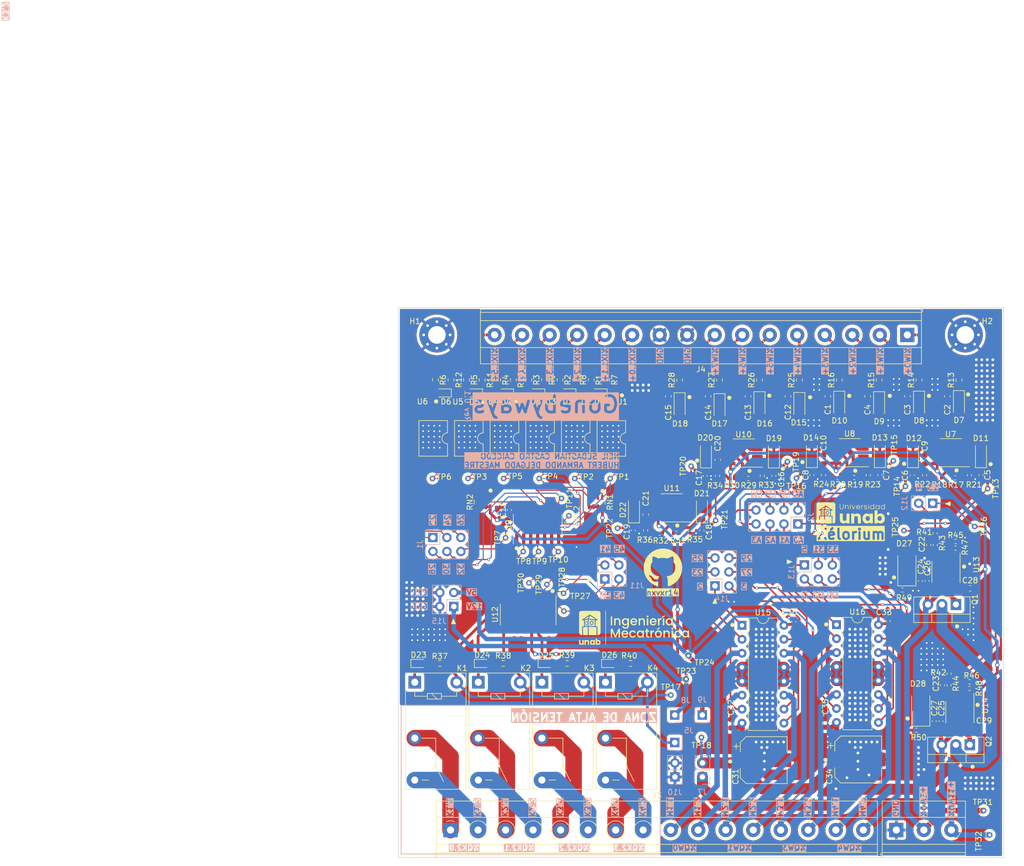
<source format=kicad_pcb>
(kicad_pcb (version 20221018) (generator pcbnew)
  (title_block (title "Present Day") (date "2025-02-14") (rev "0.1") (company "UNAB") (comment 1 "Proyecto de Grado"))
  (layers (0 "F.Cu" signal) (31 "B.Cu" signal) (34 "B.Paste" user) (35 "F.Paste" user) (36 "B.SilkS" user "B.Silkscreen") (37 "F.SilkS" user "F.Silkscreen") (38 "B.Mask" user) (39 "F.Mask" user) (44 "Edge.Cuts" user))
  (net 0 "")
  (net 1 "GND")
  (net 2 "Net-(D10-K)")
  (net 3 "Net-(D7-K)")
  (net 4 "Net-(D8-K)")
  (net 5 "Net-(D9-K)")
  (net 6 "/A0{slash}MEGA2560")
  (net 7 "/A1{slash}MEGA2560")
  (net 8 "/A2{slash}MEGA2560")
  (net 9 "/A3{slash}MEGA2560")
  (net 10 "+12V")
  (net 11 "+5V")
  (net 12 "Net-(D15-K)")
  (net 13 "Net-(D16-K)")
  (net 14 "Net-(D17-K)")
  (net 15 "Net-(D18-K)")
  (net 16 "/A4{slash}MEGA2560")
  (net 17 "/A5{slash}MEGA2560")
  (net 18 "/A6{slash}MEGA2560")
  (net 19 "/A7{slash}MEGA2560")
  (net 20 "Net-(C22-Pad1)")
  (net 21 "Net-(C23-Pad1)")
  (net 22 "/0-10V_OUTPUT_1")
  (net 23 "/0-10V_OUTPUT_2")
  (net 24 "+10V")
  (net 25 "Net-(D1-K)")
  (net 26 "Net-(D1-A)")
  (net 27 "Net-(D2-K)")
  (net 28 "Net-(D2-A)")
  (net 29 "Net-(D3-K)")
  (net 30 "Net-(D3-A)")
  (net 31 "Net-(D4-K)")
  (net 32 "Net-(D4-A)")
  (net 33 "Net-(D5-K)")
  (net 34 "Net-(D5-A)")
  (net 35 "Net-(D6-K)")
  (net 36 "Net-(D6-A)")
  (net 37 "/Q1")
  (net 38 "Net-(D23-A)")
  (net 39 "/Q2")
  (net 40 "Net-(D24-A)")
  (net 41 "/Q3")
  (net 42 "Net-(D25-A)")
  (net 43 "/Q4")
  (net 44 "Net-(D26-A)")
  (net 45 "/22{slash}MEGA2560")
  (net 46 "/28{slash}MEGA2560")
  (net 47 "/24{slash}MEGA2560")
  (net 48 "/30{slash}MEGA2560")
  (net 49 "/26{slash}MEGA2560")
  (net 50 "/32{slash}MEGA2560")
  (net 51 "/K1.1")
  (net 52 "/K1.2")
  (net 53 "/K2.1")
  (net 54 "/K2.2")
  (net 55 "/K3.1")
  (net 56 "/K3.2")
  (net 57 "/K4.1")
  (net 58 "/K4.2")
  (net 59 "/M1.1")
  (net 60 "/M1.2")
  (net 61 "/M2.1")
  (net 62 "/M2.2")
  (net 63 "/M3.1")
  (net 64 "/M3.2")
  (net 65 "/M4.1")
  (net 66 "/M4.2")
  (net 67 "/%IW0 {slash} 0-10V INPUT+")
  (net 68 "/%IW1 {slash} 0-10V INPUT+")
  (net 69 "/%IW2 {slash} 0-10V INPUT+")
  (net 70 "/%IW3 {slash} 0-10V INPUT+")
  (net 71 "/%IW4 {slash} 0-10V INPUT+")
  (net 72 "/%IW5 {slash} 0-10V INPUT+")
  (net 73 "/%IW6 {slash} 0-10V INPUT+")
  (net 74 "/%IW7 {slash} 0-10V INPUT+")
  (net 75 "/%IX1.0 {slash} 24V INPUT+")
  (net 76 "/%IX1.1 {slash} 24V INPUT+")
  (net 77 "/%IX1.2 {slash} 24V INPUT+")
  (net 78 "/%IX1.3 {slash} 24V INPUT+")
  (net 79 "/%IX1.4 {slash} 24V INPUT+")
  (net 80 "/%IX1.5 {slash} 24V INPUT+")
  (net 81 "+24V")
  (net 82 "/39{slash}MEGA2560")
  (net 83 "/43{slash}MEGA2560")
  (net 84 "/41{slash}MEGA2560")
  (net 85 "/45{slash}MEGA2560")
  (net 86 "/13{slash}MEGA2560")
  (net 87 "/4{slash}MEGA2560")
  (net 88 "/2{slash}MEGA2560")
  (net 89 "/5{slash}MEGA2560")
  (net 90 "/23{slash}MEGA2560")
  (net 91 "/31{slash}MEGA2560")
  (net 92 "/25{slash}MEGA2560")
  (net 93 "/33{slash}MEGA2560")
  (net 94 "/3{slash}MEGA2560")
  (net 95 "/6{slash}MEGA2560")
  (net 96 "/27{slash}MEGA2560")
  (net 97 "/35{slash}MEGA2560")
  (net 98 "/29{slash}MEGA2560")
  (net 99 "/37{slash}MEGA2560")
  (net 100 "Net-(Q1-B)")
  (net 101 "Net-(Q2-B)")
  (net 102 "Net-(U7A--)")
  (net 103 "Net-(U7B--)")
  (net 104 "Net-(U8A--)")
  (net 105 "Net-(U8B--)")
  (net 106 "Net-(U10A--)")
  (net 107 "Net-(U10B--)")
  (net 108 "Net-(U11A--)")
  (net 109 "Net-(U11B--)")
  (net 110 "Net-(U13A-+)")
  (net 111 "Net-(U14A-+)")
  (net 112 "Net-(U13A--)")
  (net 113 "Net-(U14A--)")
  (net 114 "Net-(U13B-+)")
  (net 115 "Net-(U14B-+)")
  (net 116 "/XG0")
  (net 117 "/XG1")
  (net 118 "/XG2")
  (net 119 "/XG3")
  (net 120 "/XG4")
  (net 121 "/XG5")
  (footprint "Capacitor_SMD:C_0603_1608Metric" (layer "F.Cu") (at 128.292857 68.15 -90)
    (fp_text reference "C14")
    (fp_text value "C0603/100nF/50V")
  )
  (footprint "Capacitor_SMD:C_0603_1608Metric" (layer "F.Cu") (at 175.88 103.0625)
    (fp_text reference "C28")
    (fp_text value "C0603/100nF/50V")
  )
  (footprint "Diode_SMD:D_SOD-123" (layer "F.Cu") (at 137.6 69.675 -90)
    (fp_text reference "D16")
    (fp_text value "SOD123/MMSZ5240BT1G/10V")
  )
  (footprint "Resistor_SMD:R_0402_1005Metric" (layer "F.Cu") (at 169.53 93.085 -90)
    (fp_text reference "R41")
    (fp_text value "R0402/47K")
  )
  (footprint "Resistor_SMD:R_0402_1005Metric" (layer "F.Cu") (at 175.775 120.055 180)
    (fp_text reference "R46")
    (fp_text value "R0402/20K")
  )
  (footprint "Resistor_SMD:R_0402_1005Metric" (layer "F.Cu") (at 173.25 94.555 180)
    (fp_text reference "R45")
    (fp_text value "R0402/20K")
  )
  (footprint "Resistor_SMD:R_0603_1608Metric" (layer "F.Cu") (at 102.65 116.72 180)
    (fp_text reference "R39")
    (fp_text value "R0603/2K2")
  )
  (footprint "Package_SO:SOIC-8_3.9x4.9mm_P1.27mm" (layer "F.Cu") (at 174.02 125.5875 -90)
    (fp_text reference "U14")
    (fp_text value "SOIC8/LM358")
  )
  (footprint "Package_SO:SOIC-8_3.9x4.9mm_P1.27mm" (layer "F.Cu") (at 171.495 100.0875 -90)
    (fp_text reference "U13")
    (fp_text value "SOIC8/LM358")
  )
  (footprint "Capacitor_SMD:C_0603_1608Metric" (layer "F.Cu") (at 178.405 128.5625)
    (fp_text reference "C29")
    (fp_text value "C0603/100nF/50V")
  )
  (footprint "Diode_SMD:D_SOD-123" (layer "F.Cu") (at 140.225 78.82 90)
    (fp_text reference "D19")
    (fp_text value "SOD123/MMSZ5231B-7-F/5.1V")
  )
  (footprint "TestPoint:TestPoint_THTPad_D1.0mm_Drill0.5mm" (layer "F.Cu") (at 121.5 122.47)
    (fp_text reference "TP17")
    (fp_text value "TP_24V")
  )
  (footprint "Resistor_SMD:R_Array_Concave_4x0603" (layer "F.Cu") (at 87.493 87.39 -90)
    (fp_text reference "RN2")
    (fp_text value "R0603X4/10K")
  )
  (footprint "Capacitor_SMD:C_0603_1608Metric" (layer "F.Cu") (at 135.535714 68.15 -90)
    (fp_text reference "C13")
    (fp_text value "C0603/100nF/50V")
  )
  (footprint "Capacitor_SMD:C_0402_1005Metric" (layer "F.Cu") (at 127.1555 92.535 -90)
    (fp_text reference "C18")
    (fp_text value "C0402/100nF/16V")
  )
  (footprint "Resistor_SMD:R_0603_1608Metric" (layer "F.Cu") (at 107.0365 65.175 90)
    (fp_text reference "R1")
    (fp_text value "R0603/2K2")
  )
  (footprint "Capacitor_SMD:C_0603_1608Metric" (layer "F.Cu") (at 150.021428 68.15 -90)
    (fp_text reference "C1")
    (fp_text value "C0603/100nF/50V")
  )
  (footprint "Capacitor_SMD:C_0402_1005Metric" (layer "F.Cu") (at 143.8355 109.135 -90)
    (fp_text reference "C30")
    (fp_text value "C0402/100nF/16V")
  )
  (footprint "Capacitor_SMD:C_0603_1608Metric" (layer "F.Cu") (at 121.05 68.15 -90)
    (fp_text reference "C15")
    (fp_text value "C0603/100nF/50V")
  )
  (footprint "Resistor_SMD:R_0603_1608Metric" (layer "F.Cu") (at 137.605714 65.215 90)
    (fp_text reference "R26")
    (fp_text value "R0603/2K2")
  )
  (footprint "Capacitor_SMD:C_0402_1005Metric" (layer "F.Cu") (at 92.18 88.81 90)
    (fp_text reference "C11")
    (fp_text value "C0402/100nF/16V")
  )
  (footprint "TestPoint:TestPoint_THTPad_D1.0mm_Drill0.5mm" (layer "F.Cu") (at 127.07 130.17 180)
    (fp_text reference "TP18")
    (fp_text value "TP_10V")
  )
  (footprint "MountingHole:MountingHole_3.2mm_M3_Pad_Via" (layer "F.Cu") (at 79 56.995)
    (fp_text reference "H1")
    (fp_text value "MH 3.2mm M3")
  )
  (footprint "Capacitor_SMD:C_0402_1005Metric" (layer "F.Cu") (at 127.75 82.62 -90)
    (fp_text reference "C17")
    (fp_text value "C0402/100nF/16V")
  )
  (footprint "TerminalBlock_Phoenix:TerminalBlock_Phoenix_MKDS-1,5-3_1x03_P5.00mm_Horizontal" (layer "F.Cu") (at 162.475 147.005)
    (fp_text reference "J6")
    (fp_text value "outputs_Screw_Terminal_01x03")
  )
  (footprint "Diode_SMD:D_SOD-123" (layer "F.Cu") (at 177.85 78.77 90)
    (fp_text reference "D11")
    (fp_text value "SOD123/MMSZ5231B-7-F/5.1V")
  )
  (footprint "Diode_SMD:D_SOD-123" (layer "F.Cu") (at 123.1 69.875 -90)
    (fp_text reference "D18")
    (fp_text value "SOD123/MMSZ5240BT1G/10V")
  )
  (footprint "TestPoint:TestPoint_THTPad_D1.0mm_Drill0.5mm" (layer "F.Cu") (at 124.69 115.32)
    (fp_text reference "TP24")
    (fp_text value "TP_5V")
  )
  (footprint "Diode_SMD:D_SMA" (layer "F.Cu") (at 164.39 99.1125 90)
    (fp_text reference "D27")
    (fp_text value "SMD/M7(1N4007)")
  )
  (footprint "TestPoint:TestPoint_THTPad_D1.0mm_Drill0.5mm" (layer "F.Cu") (at 111.8205 92.135 90)
    (fp_text reference "TP22")
    (fp_text value "TP_ADC7")
  )
  (footprint "LED_SMD:LED_0603_1608Metric" (layer "F.Cu") (at 97.1165 67.55 180)
    (fp_text reference "D3")
    (fp_text value "LED0603/RED/X2")
  )
  (footprint "Resistor_SMD:R_0603_1608Metric" (layer "F.Cu") (at 152.105714 65.215 90)
    (fp_text reference "R16")
    (fp_text value "R0603/2K2")
  )
  (footprint "TestPoint:TestPoint_THTPad_D1.0mm_Drill0.5mm" (layer "F.Cu") (at 102.07 107.21 -90)
    (fp_text reference "TP27")
    (fp_text value "TP_Q1")
  )
  (footprint "TestPoint:TestPoint_THTPad_D1.0mm_Drill0.5mm" (layer "F.Cu") (at 176.71 91.83 -90)
    (fp_text reference "TP26")
    (fp_text value "TP_PWM2")
  )
  (footprint "Package_SO:SOIC-8_3.9x4.9mm_P1.27mm" (layer "F.Cu") (at 121.6805 88.435 180)
    (fp_text reference "U11")
    (fp_text value "SOIC8/LM358")
  )
  (footprint "Capacitor_SMD:C_0603_1608Metric" (layer "F.Cu") (at 116.9555 89.66 90)
    (fp_text reference "C21")
    (fp_text value "C0603/100nF/50V")
  )
  (footprint "Capacitor_SMD:C_0402_1005Metric" (layer "F.Cu") (at 147.125 82.485 -90)
    (fp_text reference "C8")
    (fp_text value "C0402/100nF/16V")
  )
  (footprint "Capacitor_SMD:C_0402_1005Metric" (layer "F.Cu") (at 159.475 82.485 -90)
    (fp_text reference "C7")
    (fp_text value "C0402/100nF/16V")
  )
  (footprint "LED_SMD:LED_0603_1608Metric" (layer "F.Cu") (at 91.4565 67.55 180)
    (fp_text reference "D4")
    (fp_text value "LED0603/RED/X3")
  )
  (footprint "Resistor_SMD:R_0603_1608Metric" (layer "F.Cu") (at 109.86787 65.175 90)
    (fp_text reference "R7")
    (fp_text value "R0603/560R")
  )
  (footprint "TerminalBlock_Phoenix:TerminalBlock_Phoenix_MKDS-1,5-16_1x16_P5.00mm_Horizontal" (layer "F.Cu") (at 81.475 147.005)
    (fp_text reference "J3")
    (fp_text value "outputs_Screw_Terminal_01x16")
  )
  (footprint "MountingHole:MountingHole_3.2mm_M3_Pad_Via" (layer "F.Cu") (at 175 56.995)
    (fp_text reference "H2")
    (fp_text value "MH 3.2mm M3")
  )
  (footprint "Diode_SMD:D_SOD-123" (layer "F.Cu") (at 152.1 69.575 -90)
    (fp_text reference "D10")
    (fp_text value "SOD123/MMSZ5240BT1G/10V")
  )
  (footprint "Resistor_SMD:R_Array_Concave_4x0603" (layer "F.Cu") (at 107.843 87.39 -90)
    (fp_text reference "RN1")
    (fp_text value "R0603X4/10K")
  )
  (footprint "Resistor_SMD:R_0402_1005Metric" (layer "F.Cu") (at 170.164 82.975 180)
    (fp_text reference "R18")
    (fp_text value "R0402/1K")
  )
  (footprint "Resistor_SMD:R_0603_1608Metric" (layer "F.Cu") (at 166.605714 65.215 90)
    (fp_text reference "R14")
    (fp_text value "R0603/2K2")
  )
  (footprint "Package_TO_SOT_THT:TO-220-3_Vertical" (layer "F.Cu") (at 175.825 131.5 180)
    (fp_text reference "Q2")
    (fp_text value "TIP31C")
  )
  (footprint "Resistor_SMD:R_0402_1005Metric" (layer "F.Cu") (at 173.25 95.755)
    (fp_text reference "R47")
    (fp_text value "R0402/20K")
  )
  (footprint "Resistor_SMD:R_0603_1608Metric" (layer "F.Cu") (at 130.355714 65.215 90)
    (fp_text reference "R27")
    (fp_text value "R0603/2K2")
  )
  (footprint "Diode_SMD:D_SMA" (layer "F.Cu") (at 166.915 124.6125 90)
    (fp_text reference "D28")
    (fp_text value "SMD/M7(1N4007)")
  )
  (footprint "Diode_SMD:D_SOD-123" (layer "F.Cu") (at 159.475 78.76 90)
    (fp_text reference "D13")
    (fp_text value "SOD123/MMSZ5231B-7-F/5.1V")
  )
  (footprint "Relay_THT:Relay_SPST_Omron-G5Q-1A" (layer "F.Cu") (at 86.525 120.145 -90)
    (fp_text reference "K2")
    (fp_text value "G5Q-1A4 DC24")
  )
  (footprint "LED_SMD:LED_0603_1608Metric" (layer "F.Cu") (at 98.875 116.72)
    (fp_text reference "D25")
    (fp_text value "LED0603/YELLOW/K3")
  )
  (footprint "Capacitor_SMD:CP_Elec_8x10" (layer "F.Cu") (at 155.5485 134.175)
    (fp_text reference "C34")
    (fp_text value "CD8xL10/220uF/25V")
  )
  (footprint "Capacitor_SMD:C_0603_1608Metric" (layer "F.Cu") (at 130.025 79.695 90)
    (fp_text reference "C20")
    (fp_text value "C0603/100nF/50V")
  )
  (footprint "Diode_SMD:D_SOD-123" (layer "F.Cu") (at 159.35 69.675 -90)
    (fp_text reference "D9")
    (fp_text value "SOD123/MMSZ5240BT1G/10V")
  )
  (footprint "Resistor_SMD:R_0402_1005Metric" (layer "F.Cu") (at 119.4645 93.055 180)
    (fp_text reference "R32")
    (fp_text value "R0402/1K")
  )
  (footprint "LED_SMD:LED_0603_1608Metric" (layer "F.Cu") (at 102.7765 67.55 180)
    (fp_text reference "D2")
    (fp_text value "LED0603/RED/X1")
  )
  (footprint "Capacitor_SMD:C_0603_1608Metric" (layer "F.Cu") (at 164.507142 68.15 -90)
    (fp_text reference "C3")
    (fp_text value "C0603/100nF/50V")
  )
  (footprint "Resistor_SMD:R_0402_1005Metric" (layer "F.Cu") (at 125.0595 92.535 90)
    (fp_text reference "R35")
    (fp_text value "R0402/1K")
  )
  (footprint "Resistor_SMD:R_0402_1005Metric" (layer "F.Cu") (at 135.565 83.095)
    (fp_text reference "R29")
    (fp_text value "R0402/1K")
  )
  (footprint "TestPoint:TestPoint_THTPad_D1.0mm_Drill0.5mm" (layer "F.Cu") (at 97.48 96.38 180)
    (fp_text reference "TP9")
    (fp_text value "TP_X1")
  )
  (footprint "Diode_SMD:D_SOD-123" (layer "F.Cu") (at 114.8055 88.81 90)
    (fp_text reference "D22")
    (fp_text value "SOD123/MMSZ5231B-7-F/5.1V")
  )
  (footprint "Resistor_SMD:R_0603_1608Metric" (layer "F.Cu") (at 123.105714 65.215 90)
    (fp_text reference "R28")
    (fp_text value "R0603/2K2")
  )
  (footprint "Capacitor_SMD:C_0402_1005Metric" (layer "F.Cu") (at 168.06 101.715 90)
    (fp_text reference "C26")
    (fp_text value "C0402/1uF/25V")
  )
  (footprint "Diode_SMD:D_SOD-123" (layer "F.Cu") (at 147.125 78.76 90)
    (fp_text reference "D14")
    (fp_text value "SOD123/MMSZ5231B-7-F/5.1V")
  )
  (footprint "Resistor_SMD:R_0402_1005Metric" (layer "F.Cu") (at 166.105 128.865)
    (fp_text reference "R50")
    (fp_text value "R0402/1K")
  )
  (footprint "Package_SO:SOIC-8_3.9x4.9mm_P1.27mm" (layer "F.Cu") (at 134.75 78.47 180)
    (fp_text reference "U10")
    (fp_text value "SOIC8/LM358")
  )
  (footprint "Resistor_SMD:R_0603_1608Metric" (layer "F.Cu") (at 84.385596 65.175 90)
    (fp_text reference "R5")
    (fp_text value "R0603/2K2")
  )
  (footprint "TestPoint:TestPoint_THTPad_D1.0mm_Drill0.5mm" (layer "F.Cu") (at 179.43 147.9 90)
    (fp_text reference "TP32")
    (fp_text value "TP_010_2")
  )
  (footprint "TestPoint:TestPoint_THTPad_D1.0mm_Drill0.5mm" (layer "F.Cu") (at 178.36 143.47 90)
    (fp_text reference "TP31")
    (fp_text value "TP_010_1")
  )
  (footprint "Relay_THT:Relay_SPST_Omron-G5Q-1A" (layer "F.Cu") (at 98.075 120.145 -90)
    (fp_text reference "K3")
    (fp_text value "G5Q-1A4 DC24")
  )
  (footprint "TestPoint:TestPoint_THTPad_D1.0mm_Drill0.5mm" (layer "F.Cu") (at 94.68 96.38 180)
    (fp_text reference "TP8")
    (fp_text value "TP_X0")
  )
  (footprint "Capacitor_SMD:C_0603_1608Metric" (layer "F.Cu") (at 142.778571 68.15 -90)
    (fp_text reference "C12")
    (fp_text value "C0603/100nF/50V")
  )
  (footprint "Capacitor_SMD:C_0603_1608Metric" (layer "F.Cu") (at 167.65 79.65 90)
    (fp_text reference "C9")
    (fp_text value "C0603/100nF/50V")
  )
  (footprint "LED_SMD:LED_0603_1608Metric" (layer "F.Cu") (at 87.275 116.72)
    (fp_text reference "D24")
    (fp_text value "LED0603/YELLOW/K2")
  )
  (footprint "Capacitor_SMD:C_0603_1608Metric" (layer "F.Cu") (at 132.4355 127.67 90)
    (fp_text reference "C32")
    (fp_text value "C0603/100nF/50V")
  )
  (footprint "Diode_SMD:D_SOD-123" (layer "F.Cu") (at 130.35 70.025 -90)
    (fp_text reference "D17")
    (fp_text value "SOD123/MMSZ5240BT1G/10V")
  )
  (footprint "Package_DIP:SMDIP-4_W9.53mm" (layer "F.Cu") (at 78.328 75.8 -90)
    (fp_text reference "U6")
    (fp_text value "SMD-4P/EL817S1(C)(TU)-F")
  )
  (footprint "Capacitor_SMD:C_0402_1005Metric" (layer "F.Cu") (at 165.375 82.52 -90)
    (fp_text reference "C6")
    (fp_text value "C0402/100nF/16V")
  )
  (footprint "Resistor_SMD:R_0402_1005Metric" (layer "F.Cu") (at 167.596 82.52 90)
    (fp_text reference "R22")
    (fp_text value "R0402/1K")
  )
  (footprint "TestPoint:TestPoint_THTPad_D1.0mm_Drill0.5mm" (layer "F.Cu") (at 98.98 102.36 90)
    (fp_text reference "TP29")
    (fp_text value "TP_Q3")
  )
  (footprint "Resistor_SMD:R_0402_1005Metric" (layer "F.Cu") (at 122.4905 93.055)
    (fp_text reference "R31")
    (fp_text value "R0402/1K")
  )
  (footprint "TestPoint:TestPoint_THTPad_D1.0mm_Drill0.5mm" (layer "F.Cu") (at 164.13 84.52 180)
    (fp_text reference "TP14")
    (fp_text value "TP_ADC1")
  )
  (footprint "LED_SMD:LED_0603_1608Metric" (layer "F.Cu") (at 85.7965 67.55 180)
    (fp_text reference "D5")
    (fp_text value "LED0603/RED/X4")
  )
  (footprint "TestPoint:TestPoint_THTPad_D1.0mm_Drill0.5mm" (layer "F.Cu") (at 124.3 119.56)
    (fp_text reference "TP23")
    (fp_text value "TP_12V")
  )
  (footprint "Capacitor_SMD:C_0402_1005Metric" (layer "F.Cu") (at 140.225 82.62 -90)
    (fp_text reference "C16")
    (fp_text value "C0402/100nF/16V")
  )
  (footprint "Resistor_SMD:R_0603_1608Metric" (layer "F.Cu") (at 81.554233 65.175 90)
    (fp_text reference "R12")
    (fp_text value "R0603/560R")
  )
  (footprint "Resistor_SMD:R_0402_1005Metric" (layer "F.Cu") (at 175.754 82.52 90)
    (fp_text reference "R21")
    (fp_text value "R0402/1K")
  )
  (footprint "TestPoint:TestPoint_THTPad_D1.0mm_Drill0.5mm" (layer "F.Cu") (at 91.114 83.1 90)
    (fp_text reference "TP5")
    (fp_text value "TP_XG3")
  )
  (footprint "Resistor_SMD:R_0603_1608Metric" (layer "F.Cu") (at 114.175 116.72 180)
    (fp_text reference "R40")
    (fp_text value "R0603/2K2")
  )
  (footprint "TestPoint:TestPoint_THTPad_D1.0mm_Drill0.5mm" (layer "F.Cu") (at 125.18 80.86 90)
    (fp_text reference "TP20")
    (fp_text value "TP_ADC5")
  )
  (footprint "Package_DIP:SMDIP-4_W9.53mm" (layer "F.Cu") (at 110.698 75.815 -90)
    (fp_text reference "U1")
    (fp_text value "SMD-4P/EL817S1(C)(TU)-F")
  )
  (footprint "Resistor_SMD:R_0402_1005Metric" (layer "F.Cu") (at 173.19 82.975)
    (fp_text reference "R17")
    (fp_text value "R0402/1K")
  )
  (footprint "TestPoint:TestPoint_THTPad_D1.0mm_Drill0.5mm" (layer "F.Cu") (at 102.98 89.87 -90)
    (fp_text reference "TP12")
    (fp_text value "TP_X4")
  )
  (footprint "Resistor_SMD:R_0402_1005Metric" (layer "F.Cu") (at 154.815 82.925)
    (fp_text reference "R19")
    (fp_text value "R0402/1K")
  )
  (footprint "Relay_THT:Relay_SPST_Omron-G5Q-1A" (layer "F.Cu") (at 74.975 120.145 -90)
    (fp_text reference "K1")
    (fp_text value "G5Q-1A4 DC24")
  )
  (footprint "Resistor_SMD:R_0603_1608Metric" (layer "F.Cu") (at 144.855714 65.215 90)
    (fp_text reference "R25")
    (fp_text value "R0603/2K2")
  )
  (footprint "TestPoint:TestPoint_THTPad_D1.0mm_Drill0.5mm" (layer "F.Cu") (at 84.654 83.1 180)
    (fp_text reference "TP3")
    (fp_text value "TP_XG4")
  )
  (footprint "Diode_SMD:D_SOD-123" (layer "F.Cu") (at 144.85 69.825 -90)
    (fp_text reference "D15")
    (fp_text value "SOD123/MMSZ5240BT1G/10V")
  )
  (footprint "TestPoint:TestPoint_THTPad_D1.0mm_Drill0.5mm" (layer "F.Cu") (at 163.85 92.56)
    (fp_text reference "TP25")
    (fp_text value "TP_PWM1")
  )
  (footprint "Diode_SMD:D_SOD-123" (layer "F.Cu") (at 173.85 69.475 -90)
    (fp_text reference "D7")
    (fp_text value "SOD123/MMSZ5240BT1G/10V")
  )
  (footprint "Resistor_SMD:R_0603_1608Metric" (layer "F.Cu") (at 159.355714 65.215 90)
    (fp_text reference "R15")
    (fp_text value "R0603/2K2")
  )
  (footprint "Resistor_SMD:R_0603_1608Metric" (layer "F.Cu") (at 173.855714 65.215 90)
    (fp_text reference "R13")
    (fp_text value "R0603/2K2")
  )
  (footprint "Capacitor_SMD:C_0603_1608Metric" (layer "F.Cu") (at 171.75 68.15 -90)
    (fp_text reference "C2")
    (fp_text value "C0603/100nF/50V")
  )
  (footprint "Package_TO_SOT_THT:TO-220-3_Vertical" (layer "F.Cu") (at 173.3 106 180)
    (fp_text reference "Q1")
    (fp_text value "TIP31C")
  )
  (footprint "Package_DIP:SMDIP-4_W9.53mm" (layer "F.Cu") (at 104.224 75.8 -90)
    (fp_text reference "U2")
    (fp_text value "SMD-4P/EL817S1(C)(TU)-F")
  )
  (footprint "Capacitor_SMD:CP_Elec_8x10" (layer "F.Cu") (at 138.378 134.295)
    (fp_text reference "C31")
    (fp_text value "CD8xL10/220uF/25V")
  )
  (footprint "Relay_THT:Relay_SPST_Omron-G5Q-1A" (layer "F.Cu") (at 109.625 120.145 -90)
    (fp_text reference "K4")
    (fp_text value "G5Q-1A4 DC24")
  )
  (footprint "TestPoint:TestPoint_THTPad_D1.0mm_Drill0.5mm" (layer "F.Cu") (at 104.034 83.1 90)
    (fp_text reference "TP2")
    (fp_text value "TP_XG1")
  )
  (footprint "Resistor_SMD:R_0402_1005Metric" (layer "F.Cu") (at 116.9015 92.535 90)
    (fp_text reference "R36")
    (fp_text value "R0402/1K")
  )
  (footprint "Resistor_SMD:R_0603_1608Metric" (layer "F.Cu") (at 87.216959 65.175 90)
    (fp_text reference "R11")
    (fp_text value "R0603/560R")
  )
  (footprint "Resistor_SMD:R_0402_1005Metric" (layer "F.Cu") (at 172.055 118.585 -90)
    (fp_text reference "R42")
    (fp_text value "R0402/47K")
  )
  (footprint "Capacitor_SMD:C_0402_1005Metric" (layer "F.Cu") (at 168.35 95.195 -90)
    (fp_text reference "C22")
    (fp_text value "C0402/1uF/25V")
  )
  (footprint "Diode_SMD:D_SOD-123" (layer "F.Cu") (at 166.6 69.575 -90)
    (fp_text reference "D8")
    (fp_text value "SOD123/MMSZ5240BT1G/10V")
  )
  (footprint "Capacitor_SMD:C_0402_1005Metric" (layer "F.Cu") (at 170.875 120.685 -90)
    (fp_text reference "C23")
    (fp_text value "C0402/1uF/25V")
  )
  (footprint "Package_DIP:DIP-16_W7.62mm" (layer "F.Cu") (at 151.606 109.675)
    (fp_text reference "U16")
    (fp_text value "L293D/DIP-16")
  )
  (footprint "Package_SO:SOIC-16_3.9x9.9mm_P1.27mm" (layer "F.Cu") (at 95.575 107.825 -90)
    (fp_text reference "U12")
    (fp_text value "SOIC-16/ULN2003A")
  )
  (footprint "Resistor_SMD:R_0603_1608Metric" (layer "F.Cu") (at 101.373774 65.175 90)
    (fp_text reference "R2")
    (fp_text value "R0603/2K2")
  )
  (footprint "TestPoint:TestPoint_THTPad_D1.0mm_Drill0.5mm" (layer "F.Cu") (at 97.574 83.1 -90)
    (fp_text reference "TP4")
    (fp_text value "TP_XG2")
  )
  (footprint "Capacitor_SMD:C_0402_1005Metric" (layer "F.Cu") (at 114.6805 92.535 -90)
    (fp_text reference "C19")
    (fp_text value "C0402/100nF/16V")
  )
  (footprint "Package_SO:SOIC-8_3.9x4.9mm_P1.27mm" (layer "F.Cu") (at 154 78.4 180)
    (fp_text reference "U8")
    (fp_text value "SOIC8/LM358")
  )
  (footprint "TestPoint:TestPoint_THTPad_D1.0mm_Drill0.5mm" (layer "F.Cu") (at 144.33 83.04 180)
    (fp_text reference "TP16")
    (fp_text value "TP_ADC3")
  )
  (footprint "Resistor_SMD:R_0402_1005Metric" (layer "F.Cu") (at 163.58 103.365)
    (fp_text reference "R49")
    (fp_text value "R0402/1K")
  )
  (footprint "Resistor_SMD:R_0603_1608Metric" (layer "F.Cu") (at 79.525 116.72 180)
    (fp_text reference "R37")
    (fp_text value "R0603/2K2")
  )
  (footprint "LED_SMD:LED_0603_1608Metric" (layer "F.Cu") (at 80.1365 67.55 180)
    (fp_text reference "D6")
    (fp_text value "LED0603/RED/X5")
  )
  (footprint "TestPoint:TestPoint_THTPad_D1.0mm_Drill0.5mm" (layer "F.Cu") (at 101.07 96.4 180)
    (fp_text reference "TP10")
    (fp_text value "TP_X2")
  )
  (footprint "Capacitor_SMD:C_0402_1005Metric" (layer "F.Cu") (at 161.006 109.015 -90)
    (fp_text reference "C33")
    (fp_text value "C0402/100nF/16V")
  )
  (footprint "Capacitor_SMD:C_0603_1608Metric" (layer "F.Cu") (at 149.606 127.55 90)
    (fp_text reference "C35")
    (fp_text value "C0603/100nF/50V")
  )
  (footprint "Resistor_SMD:R_0402_1005Metric" (layer "F.Cu") (at 157.379 82.485 90)
    (fp_text reference "R23")
    (fp_text value "R0402/1K")
  )
  (footprint "LED_SMD:LED_0603_1608Metric" (layer "F.Cu") (at 75.75 116.72)
    (fp_text reference "D23")
    (fp_text value "LED0603/YELLOW/K1")
  )
  (footprint "Package_DIP:DIP-16_W7.62mm" (layer "F.Cu") (at 134.4355 109.795)
    (fp_text reference "U15")
    (fp_text value "L293D/DIP-16")
  )
  (footprint "TestPoint:TestPoint_THTPad_D1.0mm_Drill0.5mm" (layer "F.Cu") (at 102.01 103.97)
    (fp_text reference "TP28")
    (fp_text value "TP_Q2")
  )
  (footprint "Capacitor_SMD:C_0603_1608Metric" (layer "F.Cu") (at 157.264285 68.15 -90)
    (fp_text reference "C4")
    (fp_text value "C0603/100nF/50V")
  )
  (footprint "Resistor_SMD:R_0603_1608Metric" (layer "F.Cu") (at 95.711048 65.175 90)
    (fp_text reference "R3")
    (fp_text value "R0603/2K2")
  )
  (footprint "Capacitor_SMD:C_0402_1005Metric" (layer "F.Cu") (at 177.85 82.47 -90)
    (fp_text reference "C5")
    (fp_text value "C0402/100nF/16V")
  )
  (footprint "Diode_SMD:D_SOD-123" (layer "F.Cu") (at 127.1555 88.81 90)
    (fp_text reference "D21")
    (fp_text value "SOD123/MMSZ5231B-7-F/5.1V")
  )
  (footprint "Resistor_SMD:R_0603_1608Metric" (layer "F.Cu") (at 90.048322 65.175 90)
    (fp_text reference "R4")
    (fp_text value "R0603/2K2")
  )
  (footprint "Package_DIP:SMDIP-4_W9.53mm" (layer "F.Cu") (at 97.75 75.8 -90)
    (fp_text reference "U3")
    (fp_text value "SMD-4P/EL817S1(C)(TU)-F")
  )
  (footprint "LED_SMD:LED_0603_1608Metric" (layer "F.Cu") (at 108.4365 67.55 180)
    (fp_text reference "D1")
    (fp_text value "LED0603/RED/X0")
  )
  (footprint "Resistor_SMD:R_0603_1608Metric" (layer "F.Cu") (at 78.72287 65.175 90)
    (fp_text reference "R6")
    (fp_text value "R0603/2K2")
  )
  (footprint "Capacitor_SMD:C_0603_1608Metric" (layer "F.Cu") (at 149.275 79.635 90)
    (fp_text reference "C10")
    (fp_text value "C0603/100nF/50V")
  )
  (footprint "TestPoint:TestPoint_THTPad_D1.0mm_Drill0.5mm" (layer "F.Cu") (at 110.494 83.1 180)
    (fp_text reference "TP1")
    (fp_text value "TP_XG0")
  )
  (footprint "TestPoint:TestPoint_THTPad_D1.0mm_Drill0.5mm" (layer "F.Cu") (at 161.94 79.87 -90)
    (fp_text reference "TP15")
    (fp_text value "TP_ADC2")
  )
  (footprint "Resistor_SMD:R_0603_1608Metric" (layer "F.Cu") (at 92.879685 65.175 90)
    (fp_text reference "R10")
    (fp_text value "R0603/560R")
  )
  (footprint "Package_SO:SOIC-8_3.9x4.9mm_P1.27mm" (layer "F.Cu") (at 172.375 78.405 180)
    (fp_text reference "U7")
    (fp_text value "SOIC8/LM358")
  )
  (footprint "plcIMG:gitHUB_7x7_mm" (layer "F.Cu") (at 120.075 99.25)
    (fp_text reference "G***" hide)
    (fp_text value "LOGO" hide)
  )
  (footprint "Capacitor_SMD:C_0402_1005Metric" (layer "F.Cu") (at 170.585 127.215 90)
    (fp_text reference "C25")
    (fp_text value "C0402/100nF/16V")
  )
  (footprint "TestPoint:TestPoint_THTPad_D1.0mm_Drill0.5mm" (layer "F.Cu") (at 78.194 83.1 180)
    (fp_text reference "TP6")
    (fp_text value "TP_XG5")
  )
  (footprint "plcIMG:logoUNABmecatronica_200x62_mm" (layer "F.Cu") (at 114.8 110.225)
    (fp_text reference "G***" hide)
    (fp_text value "LOGO" hide)
  )
  (footprint "Resistor_SMD:R_0402_1005Metric" (layer "F.Cu") (at 149.221 82.485 90)
    (fp_text reference "R24")
    (fp_text value "R0402/1K")
  )
  (footprint "Resistor_SMD:R_0402_1005Metric" (layer "F.Cu") (at 169.53 95.195 -90)
    (fp_text reference "R43")
    (fp_text value "R0402/47K")
  )
  (footprint "Package_DIP:SMDIP-4_W9.53mm" (layer "F.Cu") (at 91.276 75.8 -90)
    (fp_text reference "U4")
    (fp_text value "SMD-4P/EL817S1(C)(TU)-F")
  )
  (footprint "Resistor_SMD:R_0402_1005Metric" (layer "F.Cu") (at 172.055 120.695 -90)
    (fp_text reference "R44")
    (fp_text value "R0402/47K")
  )
  (footprint "Resistor_SMD:R_0603_1608Metric" (layer "F.Cu") (at 98.542411 65.175 90)
    (fp_text reference "R9")
    (fp_text value "R0603/560R")
  )
  (footprint "Resistor_SMD:R_0402_1005Metric" (layer "F.Cu") (at 132.539 83.095 180)
    (fp_text reference "R30")
    (fp_text value "R0402/1K")
  )
  (footprint "TestPoint:TestPoint_THTPad_D1.0mm_Drill0.5mm" (layer "F.Cu") (at 142.68 80.03 -90)
    (fp_text reference "TP19")
    (fp_text value "TP_ADC4")
  )
  (footprint "Resistor_SMD:R_0603_1608Metric" (layer "F.Cu") (at 104.205137 65.175 90)
    (fp_text reference "R8")
    (fp_text value "R0603/560R")
  )
  (footprint "Capacitor_SMD:C_0402_1005Metric" (layer "F.Cu") (at 169.355 127.215 90)
    (fp_text reference "C27")
    (fp_text value "C0402/1uF/25V")
  )
  (footprint "Resistor_SMD:R_0402_1005Metric" (layer "F.Cu") (at 138.129 82.62 90)
    (fp_text reference "R33")
    (fp_text value "R0402/1K")
  )
  (footprint "LED_SMD:LED_0603_1608Metric" (layer "F.Cu") (at 110.4 116.72)
    (fp_text reference "D26")
    (fp_text value "LED0603/YELLOW/K4")
  )
  (footprint "Diode_SMD:D_SOD-123" (layer "F.Cu") (at 127.875 78.82 90)
    (fp_text reference "D20")
    (fp_text value "SOD123/MMSZ5231B-7-F/5.1V")
  )
  (footprint "Diode_SMD:D_SOD-123" (layer "F.Cu") (at 165.5 78.77 90)
    (fp_text reference "D12")
    (fp_text value "SOD123/MMSZ5231B-7-F/5.1V")
  )
  (footprint "TestPoint:TestPoint_THTPad_D1.0mm_Drill0.5mm" (layer "F.Cu") (at 91.48 93.88 90)
    (fp_text reference "TP7")
    (fp_text value "TP_X5")
  )
  (footprint "TestPoint:TestPoint_THTPad_D1.0mm_Drill0.5mm" (layer "F.Cu") (at 95.72 102.07 90)
    (fp_text reference "TP30")
    (fp_text value "TP_Q4")
  )
  (footprint "Resistor_SMD:R_0402_1005Metric" (layer "F.Cu") (at 151.789 82.925 180)
    (fp_text reference "R20")
    (fp_text value "R0402/1K")
  )
  (footprint "Package_SO:SOIC-14_3.9x8.7mm_P1.27mm" (layer "F.Cu") (at 97.31 91.58 90)
    (fp_text reference "U9")
    (fp_text value "SOIC-14/74HC14")
  )
  (footprint "Resistor_SMD:R_0603_1608Metric" (layer "F.Cu") (at 91.05 116.72 180)
    (fp_text reference "R38")
    (fp_text value "R0603/2K2")
  )
  (footprint "plcIMG:logoUNAB_161x50_mm" (layer "F.Cu") (at 154.26 89.36)
    (fp_text reference "G***" hide)
    (fp_text value "LOGO" hide)
  )
  (footprint "Resistor_SMD:R_0402_1005Metric" (layer "F.Cu") (at 129.971 82.62 90)
    (fp_text reference "R34")
    (fp_text value "R0402/1K")
  )
  (footprint "Resistor_SMD:R_0402_1005Metric" (layer "F.Cu") (at 175.775 121.255)
    (fp_text reference "R48")
    (fp_text value "R0402/20K")
  )
  (footprint "TestPoint:TestPoint_THTPad_D1.0mm_Drill0.5mm" (layer "F.Cu") (at 101.65 86.71 -90)
    (fp_text reference "TP11")
    (fp_text value "TP_X3")
  )
  (footprint "TestPoint:TestPoint_THTPad_D1.0mm_Drill0.5mm" (layer "F.Cu") (at 129.6505 90.725 -90)
    (fp_text reference "TP21")
    (fp_text value "TP_ADC6")
  )
  (footprint "Capacitor_SMD:C_0402_1005Metric" (layer "F.Cu") (at 166.83 101.715 90)
    (fp_text reference "C24")
    (fp_text value "C0402/100nF/16V")
  )
  (footprint "TestPoint:TestPoint_THTPad_D1.0mm_Drill0.5mm" (layer "F.Cu") (at 179.08 84.95 -90)
    (fp_text reference "TP13")
    (fp_text value "TP_ADC0")
  )
  (footprint "Package_DIP:SMDIP-4_W9.53mm" (layer "F.Cu") (at 84.802 75.8 -90)
    (fp_text reference "U5")
    (fp_text value "SMD-4P/EL817S1(C)(TU)-F")
  )
  (footprint "TerminalBlock_Phoenix:TerminalBlock_Phoenix_MKDS-1,5-16_1x16_P5.00mm_Horizontal" (layer "F.Cu") (at 164.475 56.995 180)
    (fp_text reference "J4")
    (fp_text value "inputs_Screw_Terminal_01x16")
  )
  (footprint "Connector_PinHeader_2.54mm:PinHeader_2x02_P2.54mm_Vertical" (layer "B.Cu") (at 82.075 106.375 90)
    (fp_text reference "J15")
    (fp_text value "voltageSourceInput_Conn_02x02_Odd_Even")
  )
  (footprint "Connector_PinSocket_2.54mm:PinSocket_1x02_P2.54mm_Vertical" (layer "B.Cu") (at 122.25 137.35)
    (fp_text reference "J10")
    (fp_text value "GND_Conn_01x02")
  )
  (footprint "Connector_PinSocket_2.54mm:PinSocket_1x01_P2.54mm_Vertical" (layer "B.Cu") (at 127.225 126.1 180)
    (fp_text reference "J9")
    (fp_text value "5Vin_Conn_01x01")
  )
  (footprint "Connector_PinHeader_2.54mm:PinHeader_1x02_P2.54mm_Vertical" (layer "B.Cu") (at 169.075 87.6 90)
    (fp_text reference "J12")
    (fp_text value "analogInputFromMega_Conn_01x02")
  )
  (footprint "Connector_PinSocket_2.54mm:PinSocket_1x02_P2.54mm_Vertical" (layer "B.Cu") (at 127.25 137.35)
    (fp_text reference "J7")
    (fp_text value "10Vin_Conn_01x02")
  )
  (footprint "Connector_PinHeader_2.54mm:PinHeader_2x03_P2.54mm_Vertical" (layer "B.Cu") (at 129.525 102.625)
    (fp_text reference "J14")
    (fp_text value "MotorOutputFromMega_Conn_02x03_Odd_Even")
  )
  (footprint "Connector_PinSocket_2.54mm:PinSocket_1x01_P2.54mm_Vertical" (layer "B.Cu") (at 122.225 126.1)
    (fp_text reference "J8")
    (fp_text value "12Vin_Conn_01x01")
  )
  (footprint "Connector_PinSocket_2.54mm:PinSocket_1x01_P2.54mm_Vertical" (layer "B.Cu") (at 122.225 131.1 -90)
    (fp_text reference "J5")
    (fp_text value "24Vin_Conn_01x01")
  )
  (footprint "Connector_PinHeader_2.54mm:PinHeader_2x02_P2.54mm_Vertical" (layer "B.Cu") (at 109.525 101.375)
    (fp_text reference "J11")
    (fp_text value "digitalOutputFromMega_Conn_02x02_Odd_Even")
  )
  (footprint "Connector_PinHeader_2.54mm:PinHeader_2x03_P2.54mm_Vertical" (layer "B.Cu") (at 78.275 93.825 -90)
    (fp_text reference "J1")
    (fp_text value "digitalInputToMega_Conn_02x03_Odd_Even")
  )
  (footprint "Connector_PinHeader_2.54mm:PinHeader_2x03_P2.54mm_Vertical" (layer "B.Cu") (at 145.775 98.825 -90)
    (fp_text reference "J13")
    (fp_text value "MotorOutputFromMega_Conn_02x03_Odd_Even")
  )
  (footprint "Connector_PinHeader_2.54mm:PinHeader_2x04_P2.54mm_Vertical" (layer "B.Cu") (at 144.6 91.375 90)
    (fp_text reference "J2")
    (fp_text value "analogInputToMega_Conn_02x04_Odd_Even")
  )
  (gr_line (start 119.55 124.37) (end 72.51 124.35) (stroke (width 0.15)) (layer "B.SilkS"))
  (gr_line (start 72.51 124.35) (end 72.51 151.35) (stroke (width 0.15)) (layer "B.SilkS"))
  (gr_line (start 119.55 124.37) (end 119.57 151.37) (stroke (width 0.15)) (layer "B.SilkS"))
  (gr_line (start 119.57 151.37) (end 72.51 151.35) (stroke (width 0.15)) (layer "B.SilkS"))
  (gr_poly (pts (xy 129.5 105) (xy 129.15 105.8) (xy 129.85 105.8)) (stroke (width 0.15)) (fill solid) (layer "F.SilkS"))
  (gr_circle (center 145.42 80.11) (end 145.72 80.11) (stroke (width 0.15)) (fill solid) (layer "F.SilkS"))
  (gr_circle (center 149.6 134.25) (end 149.9 134.25) (stroke (width 0.15)) (fill solid) (layer "F.SilkS"))
  (gr_circle (center 153.924 68.072) (end 154.224 68.072) (stroke (width 0.15)) (fill solid) (layer "F.SilkS"))
  (gr_circle (center 161.29 68.072) (end 161.59 68.072) (stroke (width 0.15)) (fill solid) (layer "F.SilkS"))
  (gr_circle (center 149.73 109.63) (end 150.03 109.63) (stroke (width 0.15)) (fill solid) (layer "F.SilkS"))
  (gr_circle (center 141.86 81.32) (end 142.16 81.32) (stroke (width 0.15)) (fill solid) (layer "F.SilkS"))
  (gr_poly (pts (xy 144.7 93.51) (xy 144.35 94.31) (xy 145.05 94.31)) (stroke (width 0.15)) (fill solid) (layer "F.SilkS"))
  (gr_circle (center 146.812 68.326) (end 147.112 68.326) (stroke (width 0.15)) (fill solid) (layer "F.SilkS"))
  (gr_circle (center 126.29 79.83) (end 126.59 79.83) (stroke (width 0.15)) (fill solid) (layer "F.SilkS"))
  (gr_circle (center 112.61 67.98) (end 112.91 67.98) (stroke (width 0.15)) (fill solid) (layer "F.SilkS"))
  (gr_circle (center 132.69 109.73) (end 132.99 109.73) (stroke (width 0.15)) (fill solid) (layer "F.SilkS"))
  (gr_circle (center 93.51 95.79) (end 93.81 95.79) (stroke (width 0.15)) (fill solid) (layer "F.SilkS"))
  (gr_poly (pts (xy 107.15 101.55) (xy 106.35 101.2) (xy 106.35 101.9)) (stroke (width 0.15)) (fill solid) (layer "F.SilkS"))
  (gr_circle (center 168.402 68.072) (end 168.702 68.072) (stroke (width 0.15)) (fill solid) (layer "F.SilkS"))
  (gr_circle (center 179.61 80.49) (end 179.91 80.49) (stroke (width 0.15)) (fill solid) (layer "F.SilkS"))
  (gr_circle (center 87.44 69.23) (end 87.74 69.23) (stroke (width 0.15)) (fill solid) (layer "F.SilkS"))
  (gr_circle (center 164.52 126.73) (end 164.82 126.73) (stroke (width 0.15)) (fill solid) (layer "F.SilkS"))
  (gr_poly (pts (xy 171.45 87.7) (xy 172.25 88.05) (xy 172.25 87.35)) (stroke (width 0.15)) (fill solid) (layer "F.SilkS"))
  (gr_circle (center 174.78 99.11) (end 175.08 99.11) (stroke (width 0.15)) (fill solid) (layer "F.SilkS"))
  (gr_circle (center 99.78 67.87) (end 100.08 67.87) (stroke (width 0.15)) (fill solid) (layer "F.SilkS"))
  (gr_circle (center 163.89 80.42) (end 164.19 80.42) (stroke (width 0.15)) (fill solid) (layer "F.SilkS"))
  (gr_circle (center 173.41 81.62) (end 173.71 81.62) (stroke (width 0.15)) (fill solid) (layer "F.SilkS"))
  (gr_circle (center 109.08 85.36) (end 109.38 85.36) (stroke (width 0.15)) (fill solid) (layer "F.SilkS"))
  (gr_circle (center 88.75 85.29) (end 89.05 85.29) (stroke (width 0.15)) (fill solid) (layer "F.SilkS"))
  (gr_circle (center 176.32 135.5) (end 176.62 135.5) (stroke (width 0.15)) (fill solid) (layer "F.SilkS"))
  (gr_poly (pts (xy 143.45 98.24) (xy 142.65 97.89) (xy 142.65 98.59)) (stroke (width 0.15)) (fill solid) (layer "F.SilkS"))
  (gr_poly (pts (xy 82 108.7) (xy 81.65 109.5) (xy 82.35 109.5)) (stroke (width 0.15)) (fill solid) (layer "F.SilkS"))
  (gr_poly (pts (xy 78.3 91.45) (xy 78.65 90.65) (xy 77.95 90.65)) (stroke (width 0.15)) (fill solid) (layer "F.SilkS"))
  (gr_circle (center 93.46 69.07) (end 93.76 69.07) (stroke (width 0.15)) (fill solid) (layer "F.SilkS"))
  (gr_circle (center 161.12 80.93) (end 161.42 80.93) (stroke (width 0.15)) (fill solid) (layer "F.SilkS"))
  (gr_circle (center 122.67 91.65) (end 122.97 91.65) (stroke (width 0.15)) (fill solid) (layer "F.SilkS"))
  (gr_circle (center 139.4 68.04) (end 139.7 68.04) (stroke (width 0.15)) (fill solid) (layer "F.SilkS"))
  (gr_circle (center 106.19 67.98) (end 106.49 67.98) (stroke (width 0.15)) (fill solid) (layer "F.SilkS"))
  (gr_circle (center 135.81 81.72) (end 136.11 81.72) (stroke (width 0.15)) (fill solid) (layer "F.SilkS"))
  (gr_circle (center 175.514 67.818) (end 175.814 67.818) (stroke (width 0.15)) (fill solid) (layer "F.SilkS"))
  (gr_circle (center 100.02 103.56) (end 100.32 103.56) (stroke (width 0.15)) (fill solid) (layer "F.SilkS"))
  (gr_circle (center 132.28 134.54) (end 132.58 134.54) (stroke (width 0.15)) (fill solid) (layer "F.SilkS"))
  (gr_circle (center 173.51 109.98) (end 173.81 109.98) (stroke (width 0.15)) (fill solid) (layer "F.SilkS"))
  (gr_circle (center 78.87 69.09) (end 79.17 69.09) (stroke (width 0.15)) (fill solid) (layer "F.SilkS"))
  (gr_circle (center 155.01 81.69) (end 155.31 81.69) (stroke (width 0.15)) (fill solid) (layer "F.SilkS"))
  (gr_circle (center 162.052 101.092) (end 162.352 101.092) (stroke (width 0.15)) (fill solid) (layer "F.SilkS"))
  (gr_circle (center 124.89 68.3) (end 125.19 68.3) (stroke (width 0.15)) (fill solid) (layer "F.SilkS"))
  (gr_circle (center 177.24 124.25) (end 177.54 124.25) (stroke (width 0.15)) (fill solid) (layer "F.SilkS"))
  (gr_circle (center 132.13 68.42) (end 132.43 68.42) (stroke (width 0.15)) (fill solid) (layer "F.SilkS"))
  (gr_rect locked (start 71.975 52) (end 181.975 152) (stroke (width 0.1)) (fill none) (layer "Edge.Cuts"))
  (gr_text "5" (at 146.39 96.56) (layer "B.SilkS" knockout) (effects (font (size 1 1) (thickness 0.2) bold) (justify left bottom mirror)))
  (gr_text "30" (at 81.345 98.48 90) (layer "B.SilkS" knockout) (effects (font (size 1 1) (thickness 0.2) bold) (justify left bottom mirror)))
  (gr_text "M1.2" (at 125.718 144.74 270) (layer "B.SilkS" knockout) (effects (font (size 1 1) (thickness 0.2) bold) (justify left bottom mirror)))
  (gr_text "25" (at 127.38 98.23) (layer "B.SilkS" knockout) (effects (font (size 1 1) (thickness 0.2) bold) (justify left bottom mirror)))
  (gr_text "GND" (at 161.74888 144.74 -90) (layer "B.SilkS" knockout) (effects (font (size 1 1) (thickness 0.2) bold) (justify left bottom mirror)))
  (gr_text "%QX2.0" (at 86.85 150.83) (layer "B.SilkS" knockout) (effects (font (size 1 1) (thickness 0.2) bold) (justify left bottom mirror)))
  (gr_text "K4.2" (at 115.714 144.74 270) (layer "B.SilkS" knockout) (effects (font (size 1 1) (thickness 0.2) bold) (justify left bottom mirror)))
  (gr_text "A6" (at 140.624762 86.54) (layer "B.SilkS" knockout) (effects (font (size 1 1) (thickness 0.2) bold) (justify left bottom mirror)))
  (gr_text "37" (at 151.99 104.9) (layer "B.SilkS" knockout) (effects (font (size 1 1) (thickness 0.2) bold) (justify left bottom mirror)))
  (gr_text "%QW2+" (at 166.814435 144.74 270) (layer "B.SilkS" knockout) (effects (font (size 1 1) (thickness 0.2) bold) (justify left bottom mirror)))
  (gr_text "%QW1" (at 136.25 150.83) (layer "B.SilkS" knockout) (effects (font (size 1 1) (thickness 0.2) bold) (justify left bottom mirror)))
  (gr_text "A7" (at 138.084762 86.54) (layer "B.SilkS" knockout) (effects (font (size 1 1) (thickness 0.2) bold) (justify left bottom mirror)))
  (gr_text "M2.2" (at 135.722 144.74 270) (layer "B.SilkS" knockout) (effects (font (size 1 1) (thickness 0.2) bold) (justify left bottom mirror)))
  (gr_text "45" (at 113.217381 96.54) (layer "B.SilkS" knockout) (effects (font (size 1 1) (thickness 0.2) bold) (justify left bottom mirror)))
  (gr_text "A4" (at 145.704762 86.54) (layer "B.SilkS" knockout) (effects (font (size 1 1) (thickness 0.2) bold) (justify left bottom mirror)))
  (gr_text "41" (at 110.677381 96.54) (layer "B.SilkS" knockout) (effects (font (size 1 1) (thickness 0.2) bold) (justify left bottom mirror)))
  (gr_text "%IW1+" (at 160.139 59.14 90) (layer "B.SilkS" knockout) (effects (font (size 1 1) (thickness 0.2) bold) (justify left bottom mirror)))
  (gr_text "%QX2.2" (at 106.83 150.83) (layer "B.SilkS" knockout) (effects (font (size 1 1) (thickness 0.2) bold) (justify left bottom mirror)))
  (gr_text "%IW2+\n" (at 155.139 59.14 90) (layer "B.SilkS" knockout) (effects (font (size 1 1) (thickness 0.2) bold) (justify left bottom mirror)))
  (gr_text "32\n" (at 83.93 98.48 90) (layer "B.SilkS" knockout) (effects (font (size 1 1) (thickness 0.2) bold) (justify left bottom mirror)))
  (gr_text "28" (at 78.76 98.48 90) (layer "B.SilkS" knockout) (effects (font (size 1 1) (thickness 0.2) bold) (justify left bottom mirror)))
  (gr_text "39" (at 110.677381 104.95) (layer "B.SilkS" knockout) (effects (font (size 1 1) (thickness 0.2) bold) (justify left bottom mirror)))
  (gr_text "GND" (at 125.139 59.14 90) (layer "B.SilkS" knockout) (effects (font (size 1 1) (thickness 0.2) bold) (justify left bottom mirror)))
  (gr_text "5V" (at 86.387619 104.4) (layer "B.SilkS" knockout) (effects (font (size 1 1) (thickness 0.2) bold) (justify left bottom mirror)))
  (gr_text "3" (at 135.387619 103.34) (layer "B.SilkS" knockout) (effects (font (size 1 1) (thickness 0.2) bold) (justify left bottom mirror)))
  (gr_text "%IW4+" (at 145.139 59.14 90) (layer "B.SilkS" knockout) (effects (font (size 1 1) (thickness 0.2) bold) (justify left bottom mirror)))
  (gr_text "6" (at 146.37 104.9) (layer "B.SilkS" knockout) (effects (font (size 1 1) (thickness 0.2) bold) (justify left bottom mirror)))
  (gr_text "12V" (at 87.34 106.95) (layer "B.SilkS" knockout) (effects (font (size 1 1) (thickness 0.2) bold) (justify left bottom mirror)))
  (gr_text "K1.1" (at 80.7 144.74 270) (layer "B.SilkS" knockout) (effects (font (size 1 1) (thickness 0.2) bold) (justify left bottom mirror)))
  (gr_text "%IW6+" (at 135.139 59.14 90) (layer "B.SilkS" knockout) (effects (font (size 1 1) (thickness 0.2) bold) (justify left bottom mirror)))
  (gr_text "%QW4" (at 156.23 150.83) (layer "B.SilkS" knockout) (effects (font (size 1 1) (thickness 0.2) bold) (justify left bottom mirror)))
  (gr_text "%QW0" (at 126.26 150.83) (layer "B.SilkS" knockout) (effects (font (size 1 1) (thickness 0.2) bold) (justify left bottom mirror)))
  (gr_text "%IX1.2+" (at 105.139 59.14 90) (layer "B.SilkS" knockout) (effects (font (size 1 1) (thickness 0.2) bold) (justify left bottom mirror)))
  (gr_text "GND" (at 120.139 59.14 90) (layer "B.SilkS" knockout) (effects (font (size 1 1) (thickness 0.2) bold) (justify left bottom mirror)))
  (gr_text locked "K3.2" (at 0 0 270) (layer "B.SilkS" knockout) (effects (font (size 1 1) (thickness 0.2) bold) (justify left bottom mirror)))
  (gr_text "K3.1" (at 100.708 144.74 270) (layer "B.SilkS" knockout) (effects (font (size 1 1) (thickness 0.2) bold) (justify left bottom mirror)))
  (gr_text "%QW11+" (at 171.88 144.74 270) (layer "B.SilkS" knockout) (effects (font (size 1 1) (thickness 0.2) bold) (justify left bottom mirror)))
  (gr_text "26" (at 83.93 89.58 90) (layer "B.SilkS" knockout) (effects (font (size 1 1) (thickness 0.2) bold) (justify left bottom mirror)))
  (gr_text "%QX2.1" (at 96.84 150.83) (layer "B.SilkS" knockout) (effects (font (size 1 1) (thickness 0.2) bold) (justify left bottom mirror)))
  (gr_text "GND" (at 77.42 106.94) (layer "B.SilkS" knockout) (effects (font (size 1 1) (thickness 0.2) bold) (justify left bottom mirror)))
  (gr_text "%IX1.0+" (at 115.139 59.14 90) (layer "B.SilkS" knockout) (effects (font (size 1 1) (thickness 0.2) bold) (justify left bottom mirror)))
  (gr_text "M2.1" (at 130.72 144.74 270) (layer "B.SilkS" knockout) (effects (font (size 1 1) (thickness 0.2) bold) (justify left bottom mirror)))
  (gr_text "%IX1.3+" (at 100.139 59.14 90) (layer "B.SilkS" knockout) (effects (font (size 1 1) (thickness 0.2) bold) (justify left bottom mirror)))
  (gr_text "K1.2" (at 85.702 144.74 270) (layer "B.SilkS" knockout) (effects (font (size 1 1) (thickness 0.2) bold) (justify left bottom mirror)))
  (gr_text "Gonebyways" (at 98.78 69.66) (layer "B.SilkS" knockout) (effects (font (size 3 3) (thickness 0.5) bold) (justify mirror)))
  (gr_text "%IW5+" (at 140.139 59.14 90) (layer "B.SilkS" knockout) (effects (font (size 1 1) (thickness 0.2) bold) (justify left bottom mirror)))
  (gr_text "GND" (at 77.42 104.4) (layer "B.SilkS" knockout) (effects (font (size 1 1) (thickness 0.2) bold) (justify left bottom mirror)))
  (gr_text "35" (at 149.418095 104.9) (layer "B.SilkS" knockout) (effects (font (size 1 1) (thickness 0.2) bold) (justify left bottom mirror)))
  (gr_text "%QW3" (at 146.24 150.83) (layer "B.SilkS" knockout) (effects (font (size 1 1) (thickness 0.2) bold) (justify left bottom mirror)))
  (gr_text "24" (at 81.53 89.58 90) (layer "B.SilkS" knockout) (effects (font (size 1 1) (thickness 0.2) bold) (justify left bottom mirror)))
  (gr_text "A3" (at 138.08 94.9) (layer "B.SilkS" knockout) (effects (font (size 1 1) (thickness 0.2) bold) (justify left bottom mirror)))
  (gr_text "A5" (at 143.164762 86.54) (layer "B.SilkS" knockout) (effects (font (size 1 1) (thickness 0.2) bold) (justify left bottom mirror)))
  (gr_text "M3.1" (at 140.724 144.74 270) (layer "B.SilkS" knockout) (effects (font (size 1 1) (thickness 0.2) bold) (justify left bottom mirror)))
  (gr_text "33" (at 152.01 96.56) (layer "B.SilkS" knockout) (effects (font (size 1 1) (thickness 0.2) bold) (justify left bottom mirror)))
  (gr_text "13" (at 170.227381 85.33) (layer "B.SilkS" knockout) (effects (font (size 1 1) (thickness 0.2) bold) (justify left bottom mirror)))
  (gr_text "K4.1" (at 110.712 144.74 270) (layer "B.SilkS" knockout) (effects (font (size 1 1) (thickness 0.2) bold) (justify left bottom mirror)))
  (gr_text "A0" (at 145.7 94.9) (layer "B.SilkS" knockout) (effects (font (size 1 1) (thickness 0.2) bold) (justify left bottom mirror)))
  (gr_text "43" (at 113.2 104.95) (layer "B.SilkS" knockout) (effects (font (size 1 1) (thickness 0.2) bold) (justify left bottom mirror)))
  (gr_text "K3.2" (at 105.71 144.74 270) (layer "B.SilkS" knockout) (effects (font (size 1 1) (thickness 0.2) bold) (justify left bottom mirror)))
  (gr_text "A2" (at 140.62 94.9) (layer "B.SilkS" knockout) (effects (font (size 1 1) (thickness 0.2) bold) (justify left bottom mirror)))
  (gr_text "K2.2" (at 95.706 144.74 270) (layer "B.SilkS" knockout) (effects (font (size 1 1) (thickness 0.2) bold) (justify left bottom mirror)))
  (gr_text "4" (at 167.211191 85.33) (layer "B.SilkS" knockout) (effects (font (size 1 1) (thickness 0.2) bold) (justify left bottom mirror)))
  (gr_text "%IW7+" (at 130.139 59.14 90) (layer "B.SilkS" knockout) (effects (font (size 1 1) (thickness 0.2) bold) (justify left bottom mirror)))
  (gr_text "27" (at 136.34 100.77) (layer "B.SilkS" knockout) (effects (font (size 1 1) (thickness 0.2) bold) (justify left bottom mirror)))
  (gr_text "A1" (at 143.16 94.9) (layer "B.SilkS" knockout) (effects (font (size 1 1) (thickness 0.2) bold) (justify left bottom mirror)))
  (gr_text "29" (at 136.34 98.2) (layer "B.SilkS" knockout) (effects (font (size 1 1) (thickness 0.2) bold) (justify left bottom mirror)))
  (gr_text "2" (at 127.38 103.37) (layer "B.SilkS" knockout) (effects (font (size 1 1) (thickness 0.2) bold) (justify left bottom mirror)))
  (gr_text "%IX1.1+" (at 110.139 59.14 90) (layer "B.SilkS" knockout) (effects (font (size 1 1) (thickness 0.2) bold) (justify left bottom mirror)))
  (gr_text "%IW3+" (at 150.139 59.14 90) (layer "B.SilkS" knockout) (effects (font (size 1 1) (thickness 0.2) bold) (justify left bottom mirror)))
  (gr_text "ZONA DE ALTA TENSIÓN" (at 105.66 126.53) (layer "B.SilkS" knockout) (effects (font (size 1.5 1.5) (thickness 0.3)) (justify mirror)))
  (gr_text "NEIL SEBASTIAN CASTRO CAICEDO\nHUBERT ARMANDO DELGADO MAESTRE" (at 112.28 81.27) (layer "B.SilkS" knockout) (effects (font (size 1 1) (thickness 0.2) bold) (justify left bottom mirror)))
  (gr_text "M1.1" (at 120.716 144.74 270) (layer "B.SilkS" knockout) (effects (font (size 1 1) (thickness 0.2) bold) (justify left bottom mirror)))
  (gr_text "M4.1" (at 150.728 144.74 270) (layer "B.SilkS" knockout) (effects (font (size 1 1) (thickness 0.2) bold) (justify left bottom mirror)))
  (gr_text "M3.2\n" (at 145.726 144.74 270) (layer "B.SilkS" knockout) (effects (font (size 1 1) (thickness 0.2) bold) (justify left bottom mirror)))
  (gr_text "%QX2.3" (at 116.82 150.83) (layer "B.SilkS" knockout) (effects (font (size 1 1) (thickness 0.2) bold) (justify left bottom mirror)))
  (gr_text "%IX1.5+" (at 90.139 59.14 90) (layer "B.SilkS" knockout) (effects (font (size 1 1) (thickness 0.2) bold) (justify left bottom mirror)))
  (gr_text "Rev 0.1\n" (at 83.96 72.92 270) (layer "B.SilkS") (effects (font (size 1 1)) (justify left bottom mirror)))
  (gr_text "31" (at 149.438095 96.56) (layer "B.SilkS" knockout) (effects (font (size 1 1) (thickness 0.2) bold) (justify left bottom mirror)))
  (gr_text "%IW0+" (at 165.139 59.14 90) (layer "B.SilkS" knockout) (effects (font (size 1 1) (thickness 0.2) bold) (justify left bottom mirror)))
  (gr_text "22" (at 78.88 89.58 90) (layer "B.SilkS" knockout) (effects (font (size 1 1) (thickness 0.2) bold) (justify left bottom mirror)))
  (gr_text "K2.1" (at 90.704 144.74 270) (layer "B.SilkS" knockout) (effects (font (size 1 1) (thickness 0.2) bold) (justify left bottom mirror)))
  (gr_text "%IX1.4+" (at 95.139 59.14 90) (layer "B.SilkS" knockout) (effects (font (size 1 1) (thickness 0.2) bold) (justify left bottom mirror)))
  (gr_text "M4.2" (at 155.73 144.74 270) (layer "B.SilkS" knockout) (effects (font (size 1 1) (thickness 0.2) bold) (justify left bottom mirror)))
  (gr_text "23" (at 127.38 100.8) (layer "B.SilkS" knockout) (effects (font (size 1 1) (thickness 0.2) bold) (justify left bottom mirror)))
  (gr_text "nxvxr14" (at 116.975 104.45) (layer "F.SilkS" knockout) (effects (font (size 1 1) (thickness 0.18) bold) (justify left bottom)))
  (gr_text "Xélorium\n" (at 147.861748 94.325252) (layer "F.SilkS" knockout) (effects (font (size 1.87 1.87) (thickness 0.4) bold) (justify left bottom)))
  (segment (start 167.6 96.27) (end 167.6 97.59) (width 0.3) (layer "F.Cu") (net 1))
  (segment (start 147.125 82.965) (end 147.945 82.965) (width 0.3) (layer "F.Cu") (net 1))
  (segment (start 176.285 120.055) (end 177.225 120.055) (width 0.3) (layer "F.Cu") (net 1))
  (segment (start 165.595 128.865) (end 165.595 129.725) (width 0.3) (layer "F.Cu") (net 1))
  (segment (start 163.07 103.685) (end 164.285 104.9) (width 0.5) (layer "F.Cu") (net 1))
  (segment (start 127.1555 93.015) (end 128.065 93.015) (width 0.3) (layer "F.Cu") (net 1))
  (segment (start 138.23 117.415) (end 138.23 119.945) (width 2) (layer "F.Cu") (net 1))
  (segment (start 166.83 101.235) (end 166.83 100.56) (width 0.3) (layer "F.Cu") (net 1))
  (segment (start 167.596 83.03) (end 166.45 83.03) (width 0.3) (layer "F.Cu") (net 1))
  (segment (start 101.425 94.055) (end 102.93 95.56) (width 0.3) (layer "F.Cu") (net 1))
  (segment (start 134.4355 117.415) (end 134.4355 119.955) (width 2) (layer "F.Cu") (net 1))
  (segment (start 143.8355 108.655) (end 143.185 108.655) (width 0.3) (layer "F.Cu") (net 1))
  (segment (start 159.226 119.835) (end 155.42 119.835) (width 2) (layer "F.Cu") (net 1))
  (segment (start 138.23 119.945) (end 138.24 119.955) (width 2) (layer "F.Cu") (net 1))
  (segment (start 168.06 101.235) (end 168.06 100.14) (width 0.3) (layer "F.Cu") (net 1))
  (segment (start 166.5 130.63) (end 166.5 132) (width 0.3) (layer "F.Cu") (net 1))
  (segment (start 166.45 83.03) (end 166.44 83.04) (width 0.3) (layer "F.Cu") (net 1))
  (segment (start 138.23 117.415) (end 142.0555 117.415) (width 2) (layer "F.Cu") (net 1))
  (segment (start 140.225 83.1) (end 141.4 83.1) (width 0.3) (layer "F.Cu") (net 1))
  (segment (start 170.875 122.505) (end 171.4825 123.1125) (width 0.3) (layer "F.Cu") (net 1))
  (segment (start 115.805 93.045) (end 115.76 93.09) (width 0.3) (layer "F.Cu") (net 1))
  (segment (start 165.375 83) (end 166.4 83) (width 0.3) (layer "F.Cu") (net 1))
  (segment (start 166.83 101.235) (end 168.06 101.235) (width 0.3) (layer "F.Cu") (net 1))
  (segment (start 162.855 103.365) (end 161.48 101.99) (width 0.5) (layer "F.Cu") (net 1))
  (segment (start 126.135 93.015) (end 126.1 93.05) (width 0.3) (layer "F.Cu") (net 1))
  (segment (start 169.355 123.475) (end 169.355 126.735) (width 0.3) (layer "F.Cu") (net 1))
  (segment (start 147.945 82.965) (end 148.18 83.2) (width 0.3) (layer "F.Cu") (net 1))
  (segment (start 155.47 119.785) (end 155.42 119.835) (width 2) (layer "F.Cu") (net 1))
  (segment (start 175.754 83.03) (end 176.63 83.03) (width 0.3) (layer "F.Cu") (net 1))
  (segment (start 140.225 83.1) (end 139.1 83.1) (width 0.3) (layer "F.Cu") (net 1))
  (segment (start 159.226 117.295) (end 159.226 119.835) (width 2) (layer "F.Cu") (net 1))
  (segment (start 168.35 95.675) (end 168.195 95.675) (width 0.3) (layer "F.Cu") (net 1))
  (segment (start 115.685 93.015) (end 115.76 93.09) (width 0.3) (layer "F.Cu") (net 1))
  (segment (start 161.006 107.476) (end 160.97 107.44) (width 0.3) (layer "F.Cu") (net 1))
  (segment (start 134.4355 119.955) (end 138.24 119.955) (width 2) (layer "F.Cu") (net 1))
  (segment (start 170.875 121.165) (end 170.875 122.505) (width 0.3) (layer "F.Cu") (net 1))
  (segment (start 155.47 117.295) (end 159.226 117.295) (width 2) (layer "F.Cu") (net 1))
  (segment (start 161.006 108.535) (end 161.006 107.476) (width 0.3) (layer "F.Cu") (net 1))
  (segment (start 141.4 83.1) (end 141.5 83) (width 0.3) (layer "F.Cu") (net 1))
  (segment (start 128.065 93.015) (end 128.15 93.1) (width 0.3) (layer "F.Cu") (net 1))
  (segment (start 155.47 117.295) (end 155.47 119.785) (width 2) (layer "F.Cu") (net 1))
  (segment (start 163.07 103.365) (end 163.07 103.685) (width 0.5) (layer "F.Cu") (net 1))
  (segment (start 134.4355 117.415) (end 138.23 117.415) (width 2) (layer "F.Cu") (net 1))
  (segment (start 114.6805 93.015) (end 115.685 93.015) (width 0.3) (layer "F.Cu") (net 1))
  (segment (start 177.85 82.95) (end 177.07 82.95) (width 0.3) (layer "F.Cu") (net 1))
  (segment (start 168.195 95.675) (end 167.6 96.27) (width 0.3) (layer "F.Cu") (net 1))
  (segment (start 143.185 108.655) (end 142.96 108.43) (width 0.3) (layer "F.Cu") (net 1))
  (segment (start 148.385 82.995) (end 148.18 83.2) (width 0.3) (layer "F.Cu") (net 1))
  (segment (start 142.0555 117.415) (end 142.0555 119.955) (width 2) (layer "F.Cu") (net 1))
  (segment (start 168.4925 122.6125) (end 169.355 123.475) (width 0.3) (layer "F.Cu") (net 1))
  (segment (start 166.44 83.04) (end 166.48 83) (width 0.3) (layer "F.Cu") (net 1))
  (segment (start 170.585 126.735) (end 170.585 122.795) (width 0.3) (layer "F.Cu") (net 1))
  (segment (start 139.1 83.1) (end 139 83) (width 0.3) (layer "F.Cu") (net 1))
  (segment (start 151.606 117.295) (end 155.47 117.295) (width 2) (layer "F.Cu") (net 1))
  (segment (start 116.9015 93.045) (end 115.805 93.045) (width 0.3) (layer "F.Cu") (net 1))
  (segment (start 167.566 83) (end 167.596 83.03) (width 0.3) (layer "F.Cu") (net 1))
  (segment (start 151.606 117.295) (end 151.606 119.835) (width 2) (layer "F.Cu") (net 1))
  (segment (start 162.1125 97.1125) (end 161 96) (width 0.8) (layer "F.Cu") (net 1))
  (segment (start 102.93 95.56) (end 104.37 95.56) (width 0.3) (layer "F.Cu") (net 1))
  (segment (start 177.225 120.055) (end 177.28 120.11) (width 0.3) (layer "F.Cu") (net 1))
  (segment (start 164.39 97.1125) (end 162.1125 97.1125) (width 0.8) (layer "F.Cu") (net 1))
  (segment (start 167.59 99.8) (end 168.4 99.8) (width 0.3) (layer "F.Cu") (net 1))
  (segment (start 167.6225 97.6125) (end 167.6 97.59) (width 0.8) (layer "F.Cu") (net 1))
  (segment (start 101.12 94.055) (end 101.425 94.055) (width 0.3) (layer "F.Cu") (net 1))
  (segment (start 163.07 103.365) (end 162.855 103.365) (width 0.5) (layer "F.Cu") (net 1))
  (segment (start 174.245 94.555) (end 174.94 93.86) (width 0.3) (layer "F.Cu") (net 1))
  (segment (start 166.83 100.56) (end 167.59 99.8) (width 0.3) (layer "F.Cu") (net 1))
  (segment (start 127.1555 93.015) (end 126.135 93.015) (width 0.3) (layer "F.Cu") (net 1))
  (segment (start 165.595 129.725) (end 166.5 130.63) (width 0.3) (layer "F.Cu") (net 1))
  (segment (start 176.63 83.03) (end 176.81 83.21) (width 0.3) (layer "F.Cu") (net 1))
  (segment (start 171.4825 123.1125) (end 172.115 123.1125) (width 0.3) (layer "F.Cu") (net 1))
  (segment (start 164.285 104.9) (end 164.85 104.9) (width 0.5) (layer "F.Cu") (net 1))
  (segment (start 91.33 88.33) (end 91.3 88.3) (width 0.3) (layer "F.Cu") (net 1))
  (segment (start 166.915 122.6125) (end 168.4925 122.6125) (width 0.3) (layer "F.Cu") (net 1))
  (segment (start 177.07 82.95) (end 176.81 83.21) (width 0.3) (layer "F.Cu") (net 1))
  (segment (start 92.18 88.33) (end 91.33 88.33) (width 0.3) (layer "F.Cu") (net 1))
  (segment (start 169.59 97.6125) (end 167.6225 97.6125) (width 0.8) (layer "F.Cu") (net 1))
  (segment (start 166.4 83) (end 166.44 83.04) (width 0.3) (layer "F.Cu") (net 1))
  (segment (start 149.221 82.995) (end 148.385 82.995) (width 0.3) (layer "F.Cu") (net 1))
  (segment (start 173.76 94.555) (end 174.245 94.555) (width 0.3) (layer "F.Cu") (net 1))
  (segment (start 168.06 100.14) (end 168.4 99.8) (width 0.3) (layer "F.Cu") (net 1))
  (segment (start 170.585 122.795) (end 170.875 122.505) (width 0.3) (layer "F.Cu") (net 1))
  (segment (start 138.24 119.955) (end 142.0555 119.955) (width 2) (layer "F.Cu") (net 1))
  (segment (start 155.42 119.835) (end 151.606 119.835) (width 2) (layer "F.Cu") (net 1))
  (via (at 97 77.5) (size 0.5) (drill 0.3) (layers "F.Cu" "B.Cu") (net 1))
  (via (at 99 76.5) (size 0.5) (drill 0.3) (layers "F.Cu" "B.Cu") (net 1))
  (via (at 160.5 99.5) (size 0.8) (drill 0.5) (layers "F.Cu" "B.Cu") (net 1))
  (via (at 138.5 136) (size 0.8) (drill 0.5) (layers "F.Cu" "B.Cu") (net 1))
  (via (at 97 75.5) (size 0.5) (drill 0.3) (layers "F.Cu" "B.Cu") (net 1))
  (via (at 159.5 99.5) (size 0.8) (drill 0.5) (layers "F.Cu" "B.Cu") (net 1))
  (via (at 160.5 100.5) (size 0.8) (drill 0.5) (layers "F.Cu" "B.Cu") (net 1))
  (via (at 128.15 93.1) (size 0.5) (drill 0.3) (layers "F.Cu" "B.Cu") (net 1))
  (via (at 139 127) (size 0.8) (drill 0.5) (layers "F.Cu" "B.Cu") (net 1))
  (via (at 170 66) (size 0.5) (drill 0.3) (layers "F.Cu" "B.Cu") (net 1))
  (via (at 155 125) (size 0.8) (drill 0.5) (layers "F.Cu" "B.Cu") (net 1))
  (via (at 83 75.5) (size 0.5) (drill 0.3) (layers "F.Cu" "B.Cu") (net 1))
  (via (at 180 137.5) (size 0.8) (drill 0.5) (layers "F.Cu" "B.Cu") (net 1))
  (via (at 165.5 103.5) (size 0.5) (drill 0.3) (layers "F.Cu" "B.Cu") (net 1))
  (via (at 168 143.5) (size 0.8) (drill 0.5) (layers "F.Cu" "B.Cu") (net 1))
  (via (at 78.5 75.5) (size 0.5) (drill 0.3) (layers "F.Cu" "B.Cu") (net 1))
  (via (at 169 113) (size 0.5) (drill 0.3) (layers "F.Cu" "B.Cu") (net 1))
  (via (at 96 73.5) (size 0.5) (drill 0.3) (layers "F.Cu" "B.Cu") (net 1))
  (via (at 178 64.5) (size 0.8) (drill 0.5) (layers "F.Cu" "B.Cu") (net 1))
  (via (at 162 73.5) (size 0.5) (drill 0.3) (layers "F.Cu" "B.Cu") (net 1))
  (via (at 140 131) (size 0.8) (drill 0.5) (layers "F.Cu" "B.Cu") (net 1))
  (via (at 73.5 105) (size 0.8) (drill 0.5) (layers "F.Cu" "B.Cu") (net 1))
  (via (at 154 112.5) (size 0.8) (drill 0.5) (layers "F.Cu" "B.Cu") (net 1))
  (via (at 178 72.5) (size 0.8) (drill 0.5) (layers "F.Cu" "B.Cu") (net 1))
  (via (at 75.5 112.5) (size 0.5) (drill 0.3) (layers "F.Cu" "B.Cu") (net 1))
  (via (at 168 73.5) (size 0.5) (drill 0.3) (layers "F.Cu" "B.Cu") (net 1))
  (via (at 176 137.5) (size 0.8) (drill 0.5) (layers "F.Cu" "B.Cu") (net 1))
  (via (at 137 126) (size 0.8) (drill 0.5) (layers "F.Cu" "B.Cu") (net 1))
  (via (at 177 72.5) (size 0.8) (drill 0.5) (layers "F.Cu" "B.Cu") (net 1))
  (via (at 170 65) (size 0.5) (drill 0.3) (layers "F.Cu" "B.Cu") (net 1))
  (via (at 157 114.5) (size 0.8) (drill 0.5) (layers "F.Cu" "B.Cu") (net 1))
  (via (at 110 74.5) (size 0.5) (drill 0.3) (layers "F.Cu" "B.Cu") (net 1))
  (via (at 157 110.5) (size 0.8) (drill 0.5) (layers "F.Cu" "B.Cu") (net 1))
  (via (at 180 72.5) (size 0.8) (drill 0.5) (layers "F.Cu" "B.Cu") (net 1))
  (via (at 168 113) (size 0.5) (drill 0.3) (layers "F.Cu" "B.Cu") (net 1))
  (via (at 154 124) (size 0.8) (drill 0.5) (layers "F.Cu" "B.Cu") (net 1))
  (via (at 155.5 133) (size 0.8) (drill 0.5) (layers "F.Cu" "B.Cu") (net 1))
  (via (at 179 66.5) (size 0.8) (drill 0.5) (layers "F.Cu" "B.Cu") (net 1))
  (via (at 179 64.5) (size 0.8) (drill 0.5) (layers "F.Cu" "B.Cu") (net 1))
  (via (at 73.5 106) (size 0.8) (drill 0.5) (layers "F.Cu" "B.Cu") (net 1))
  (via (at 86 75.5) (size 0.5) (drill 0.3) (layers "F.Cu" "B.Cu") (net 1))
  (via (at 140.5 84) (size 0.5) (drill 0.3) (layers "F.Cu" "B.Cu") (net 1))
  (via (at 161 72.5) (size 0.5) (drill 0.3) (layers "F.Cu" "B.Cu") (net 1))
  (via (at 103.5 74.5) (size 0.5) (drill 0.3) (layers "F.Cu" "B.Cu") (net 1))
  (via (at 90.5 76.5) (size 0.5) (drill 0.3) (layers "F.Cu" "B.Cu") (net 1))
  (via (at 169 72.5) (size 0.5) (drill 0.3) (layers "F.Cu" "B.Cu") (net 1))
  (via (at 162 67) (size 0.5) (drill 0.3) (layers "F.Cu" "B.Cu") (net 1))
  (via (at 137 111.5) (size 0.8) (drill 0.5) (layers "F.Cu" "B.Cu") (net 1))
  (via (at 99 74.5) (size 0.5) (drill 0.3) (layers "F.Cu" "B.Cu") (net 1))
  (via (at 92.5 76.5) (size 0.5) (drill 0.3) (layers "F.Cu" "B.Cu") (net 1))
  (via (at 179 63.5) (size 0.8) (drill 0.5) (layers "F.Cu" "B.Cu") (net 1))
  (via (at 138 111.5) (size 0.8) (drill 0.5) (layers "F.Cu" "B.Cu") (net 1))
  (via (at 180 61.5) (size 0.8) (drill 0.5) (layers "F.Cu" "B.Cu") (net 1))
  (via (at 146.5 73.5) (size 0.5) (drill 0.3) (layers "F.Cu" "B.Cu") (net 1))
  (via (at 177 70.5) (size 0.8) (drill 0.5) (layers "F.Cu" "B.Cu") (net 1))
  (via (at 110 77.5) (size 0.5) (drill 0.3) (layers "F.Cu" "B.Cu") (net 1))
  (via (at 157 131) (size 0.8) (drill 0.5) (layers "F.Cu" "B.Cu") (net 1))
  (via (at 140 123) (size 0.8) (drill 0.5) (layers "F.Cu" "B.Cu") (net 1))
  (via (at 111 73.5) (size 0.5) (drill 0.3) (layers "F.Cu" "B.Cu") (net 1))
  (via (at 85 76.5) (size 0.5) (drill 0.3) (layers "F.Cu" "B.Cu") (net 1))
  (via (at 162 65) (size 0.5) (drill 0.3) (layers "F.Cu" "B.Cu") (net 1))
  (via (at 170 116) (size 0.5) (drill 0.3) (layers "F.Cu" "B.Cu") (net 1))
  (via (at 155 110.5) (size 0.8) (drill 0.5) (layers "F.Cu" "B.Cu") (net 1))
  (via (at 155 124) (size 0.8) (drill 0.5) (layers "F.Cu" "B.Cu") (net 1))
  (via (at 137 115.5) (size 0.8) (drill 0.5) (layers "F.Cu" "B.Cu") (net 1))
  (via (at 74.5 110.5) (size 0.5) (drill 0.3) (layers "F.Cu" "B.Cu") (net 1))
  (via (at 138 114.5) (size 0.8) (drill 0.5) (layers "F.Cu" "B.Cu") (net 1))
  (via (at 150 131) (size 0.5) (drill 0.3) (layers "F.Cu" "B.Cu") (net 1))
  (via (at 176.5 109.5) (size 0.5) (drill 0.3) (layers "F.Cu" "B.Cu") (net 1))
  (via (at 175.5 110.5) (size 0.5) (drill 0.3) (layers "F.Cu" "B.Cu") (net 1))
  (via (at 104.5 74.5) (size 0.5) (drill 0.3) (layers "F.Cu" "B.Cu") (net 1))
  (via (at 170 73.5) (size 0.5) (drill 0.3) (layers "F.Cu" "B.Cu") (net 1))
  (via (at 167 114) (size 0.5) (drill 0.3) (layers "F.Cu" "B.Cu") (net 1))
  (via (at 175.8 98.61) (size 0.8) (drill 0.5) (layers "F.Cu" "B.Cu") (net 1))
  (via (at 77.5 76.5) (size 0.5) (drill 0.3) (layers "F.Cu" "B.Cu") (net 1))
  (via (at 89.5 77.5) (size 0.5) (drill 0.3) (layers "F.Cu" "B.Cu") (net 1))
  (via (at 138 124) (size 0.8) (drill 0.5) (layers "F.Cu" "B.Cu") (net 1))
  (via (at 159.5 98.5) (size 0.8) (drill 0.5) (layers "F.Cu" "B.Cu") (net 1))
  (via (at 84 76.5) (size 0.5) (drill 0.3) (layers "F.Cu" "B.Cu") (net 1))
  (via (at 79.5 75.5) (size 0.5) (drill 0.3) (layers "F.Cu" "B.Cu") (net 1))
  (via (at 138 112.5) (size 0.8) (drill 0.5) (layers "F.Cu" "B.Cu") (net 1))
  (via (at 155.5 136) (size 0.8) (drill 0.5) (layers "F.Cu" "B.Cu") (net 1))
  (via (at 128.8 82.65) (size 0.5) (drill 0.3) (layers "F.Cu" "B.Cu") (net 1))
  (via (at 140 114.5) (size 0.8) (drill 0.5) (layers "F.Cu" "B.Cu") (net 1))
  (via (at 140 110.5) (size 0.8) (drill 0.5) (layers "F.Cu" "B.Cu") (net 1))
  (via (at 84 75.5) (size 0.5) (drill 0.3) (layers "F.Cu" "B.Cu") (net 1))
  (via (at 180 62.5) (size 0.8) (drill 0.5) (layers "F.Cu" "B.Cu") (net 1))
  (via (at 75.5 107) (size 0.8) (drill 0.5) (layers "F.Cu" "B.Cu") (net 1))
  (via (at 104.5 77.5) (size 0.5) (drill 0.3) (layers "F.Cu" "B.Cu") (net 1))
  (via (at 180 68.5) (size 0.8) (drill 0.5) (layers "F.Cu" "B.Cu") (net 1))
  (via (at 109 75.5) (size 0.5) (drill 0.3) (layers "F.Cu" "B.Cu") (net 1))
  (via (at 155 126) (size 0.8) (drill 0.5) (layers "F.Cu" "B.Cu") (net 1))
  (via (at 137 122) (size 0.8) (drill 0.5) (layers "F.Cu" "B.Cu") (net 1))
  (via (at 133 105.5) (size 0.5) (drill 0.3) (layers "F.Cu" "B.Cu") (net 1))
  (via (at 140 127) (size 0.8) (drill 0.5) (layers "F.Cu" "B.Cu") (net 1))
  (via (at 99 73.5) (size 0.5) (drill 0.3) (layers "F.Cu" "B.Cu") (net 1))
  (via (at 103.5 77.5) (size 0.5) (drill 0.3) (layers "F.Cu" "B.Cu") (net 1))
  (via (at 157 123) (size 0.8) (drill 0.5) (layers "F.Cu" "B.Cu") (net 1))
  (via (at 176.5 111.5) (size 0.5) (drill 0.3) (layers "F.Cu" "B.Cu") (net 1))
  (via (at 76.5 112.5) (size 0.5) (drill 0.3) (layers "F.Cu" "B.Cu") (net 1))
  (via (at 74.5 111.5) (size 0.5) (drill 0.3) (layers "F.Cu" "B.Cu") (net 1))
  (via (at 141.5 84) (size 0.5) (drill 0.3) (layers "F.Cu" "B.Cu") (net 1))
  (via (at 139 115.5) (size 0.8) (drill 0.5) (layers "F.Cu" "B.Cu") (net 1))
  (via (at 104.5 76.5) (size 0.5) (drill 0.3) (layers "F.Cu" "B.Cu") (net 1))
  (via (at 178 71.5) (size 0.8) (drill 0.5) (layers "F.Cu" "B.Cu") (net 1))
  (via (at 110 76.5) (size 0.5) (drill 0.3) (layers "F.Cu" "B.Cu") (net 1))
  (via (at 139 131) (size 0.8) (drill 0.5) (layers "F.Cu" "B.Cu") (net 1))
  (via (at 73.5 103) (size 0.8) (drill 0.5) (layers "F.Cu" "B.Cu") (net 1))
  (via (at 76.5 105) (size 0.8) (drill 0.5) (layers "F.Cu" "B.Cu") (net 1))
  (via (at 75.5 106) (size 0.8) (drill 0.5) (layers "F.Cu" "B.Cu") (net 1))
  (via (at 176.81 83.21) (size 0.5) (drill 0.3) (layers "F.Cu" "B.Cu") (net 1))
  (via (at 157.5 137) (size 0.8) (drill 0.5) (layers "F.Cu" "B.Cu") (net 1))
  (via (at 138 123) (size 0.8) (drill 0.5) (layers "F.Cu" "B.Cu") (net 1))
  (via (at 77.5 75.5) (size 0.5) (drill 0.3) (layers "F.Cu" "B.Cu") (net 1))
  (via (at 76.5 104) (size 0.8) (drill 0.5) (layers "F.Cu" "B.Cu") (net 1))
  (via (at 104.37 95.56) (size 0.5) (drill 0.3) (layers "F.Cu" "B.Cu") (net 1))
  (via (at 128.8 83.25) (size 0.5) (drill 0.3) (layers "F.Cu" "B.Cu") (net 1))
  (via (at 167 116) (size 0.5) (drill 0.3) (layers "F.Cu" "B.Cu") (net 1))
  (via (at 141 131) (size 0.8) (drill 0.5) (layers "F.Cu" "B.Cu") (net 1))
  (via (at 179 70.5) (size 0.8) (drill 0.5) (layers "F.Cu" "B.Cu") (net 1))
  (via (at 76.5 73.5) (size 0.5) (drill 0.3) (layers "F.Cu" "B.Cu") (net 1))
  (via (at 109 73.5) (size 0.5) (drill 0.3) (layers "F.Cu" "B.Cu") (net 1))
  (via (at 109 77.5) (size 0.5) (drill 0.3) (layers "F.Cu" "B.Cu") (net 1))
  (via (at 176.5 107.5) (size 0.5) (drill 0.3) (layers "F.Cu" "B.Cu") (net 1))
  (via (at 166.5 134) (size 0.8) (drill 0.5) (layers "F.Cu" "B.Cu") (net 1))
  (via (at 177 138.5) (size 0.8) (drill 0.5) (layers "F.Cu" "B.Cu") (net 1))
  (via (at 155 127) (size 0.8) (drill 0.5) (layers "F.Cu" "B.Cu") (net 1))
  (via (at 160.97 107.44) (size 0.5) (drill 0.3) (layers "F.Cu" "B.Cu") (net 1))
  (via (at 178 138.5) (size 0.8) (drill 0.5) (layers "F.Cu" "B.Cu") (net 1))
  (via (at 159 131) (size 0.8) (drill 0.5) (layers "F.Cu" "B.Cu") (net 1))
  (via (at 102.5 76.5) (size 0.5) (drill 0.3) (layers "F.Cu" "B.Cu") (net 1))
  (via (at 166.5 132) (size 0.8) (drill 0.5) (layers "F.Cu" "B.Cu") (net 1))
  (via (at 112 76.5) (size 0.5) (drill 0.3) (layers "F.Cu" "B.Cu") (net 1))
  (via (at 156 127) (size 0.8) (drill 0.5) (layers "F.Cu" "B.Cu") (net 1))
  (via (at 169 66) (size 0.5) (drill 0.3) (layers "F.Cu" "B.Cu") (net 1))
  (via (at 90.5 75.5) (size 0.5) (drill 0.3) (layers "F.Cu" "B.Cu") (net 1))
  (via (at 156 124) (size 0.8) (drill 0.5) (layers "F.Cu" "B.Cu") (net 1))
  (via (at 150 132) (size 0.5) (drill 0.3) (layers "F.Cu" "B.Cu") (net 1))
  (via (at 114.48 67.1) (size 0.8) (drill 0.5) (layers "F.Cu" "B.Cu") (net 1))
  (via (at 74.5 103) (size 0.8) (drill 0.5) (layers "F.Cu" "B.Cu") (net 1))
  (via (at 114.48 66.1) (size 0.8) (drill 0.5) (layers "F.Cu" "B.Cu") (net 1))
  (via (at 78.5 74.5) (size 0.5) (drill 0.3) (layers "F.Cu" "B.Cu") (net 1))
  (via (at 139 113.5) (size 0.8) (drill 0.5) (layers "F.Cu" "B.Cu") (net 1))
  (via (at 168 117) (size 0.5) (drill 0.3) (layers "F.Cu" "B.Cu") (net 1))
  (via (at 112 75.5) (size 0.5) (drill 0.3) (layers "F.Cu" "B.Cu") (net 1))
  (via (at 159.5 97.5) (size 0.8) (drill 0.5) (layers "F.Cu" "B.Cu") (net 1))
  (via (at 155 122) (size 0.8) (drill 0.5) (layers "F.Cu" "B.Cu") (net 1))
  (via (at 161 96) (size 0.8) (drill 0.5) (layers "F.Cu" "B.Cu") (net 1))
  (via (at 138 132) (size 0.8) (drill 0.5) (layers "F.Cu" "B.Cu") (net 1))
  (via (at 158 131) (size 0.8) (drill 0.5) (layers "F.Cu" "B.Cu") (net 1))
  (via (at 180 138.5) (size 0.8) (drill 0.5) (layers "F.Cu" "B.Cu") (net 1))
  (via (at 156 126) (size 0.8) (drill 0.5) (layers "F.Cu" "B.Cu") (net 1))
  (via (at 155 115.5) (size 0.8) (drill 0.5) (layers "F.Cu" "B.Cu") (net 1))
  (via (at 138 127) (size 0.8) (drill 0.5) (layers "F.Cu" "B.Cu") (net 1))
  (via (at 154 111.5) (size 0.8) (drill 0.5) (layers "F.Cu" "B.Cu") (net 1))
  (via (at 153.5 137.5) (size 0.8) (drill 0.5) (layers "F.Cu" "B.Cu") (net 1))
  (via (at 139 112.5) (size 0.8) (drill 0.5) (layers "F.Cu" "B.Cu") (net 1))
  (via (at 178 139.5) (size 0.8) (drill 0.5) (layers "F.Cu" "B.Cu") (net 1))
  (via (at 180 69.5) (size 0.8) (drill 0.5) (layers "F.Cu" "B.Cu") (net 1))
  (via (at 138 115.5) (size 0.8) (drill 0.5) (layers "F.Cu" "B.Cu") (net 1))
  (via (at 85 77.5) (size 0.5) (drill 0.3) (layers "F.Cu" "B.Cu") (net 1))
  (via (at 155 111.5) (size 0.8) (drill 0.5) (layers "F.Cu" "B.Cu") (net 1))
  (via (at 155.5 134.5) (size 0.8) (drill 0.5) (layers "F.Cu" "B.Cu") (net 1))
  (via (at 157 111.5) (size 0.8) (drill 0.5) (layers "F.Cu" "B.Cu") (net 1))
  (via (at 139 126) (size 0.8) (drill 0.5) (layers "F.Cu" "B.Cu") (net 1))
  (via (at 116.48 67.1) (size 0.8) (drill 0.5) (layers "F.Cu" "B.Cu") (net 1))
  (via (at 79.5 76.5) (size 0.5) (drill 0.3) (layers "F.Cu" "B.Cu") (net 1))
  (via (at 154 126) (size 0.8) (drill 0.5) (layers "F.Cu" "B.Cu") (net 1))
  (via (at 178 63.5) (size 0.8) (drill 0.5) (layers "F.Cu" "B.Cu") (net 1))
  (via (at 169 117) (size 0.5) (drill 0.3) (layers "F.Cu" "B.Cu") (net 1))
  (via (at 85 74.5) (size 0.5) (drill 0.3) (layers "F.Cu" "B.Cu") (net 1))
  (via (at 77.5 112.5) (size 0.5) (drill 0.3) (layers "F.Cu" "B.Cu") (net 1))
  (via (at 78.5 111.5) (size 0.5) (drill 0.3) (layers "F.Cu" "B.Cu") (net 1))
  (via (at 84 77.5) (size 0.5) (drill 0.3) (layers "F.Cu" "B.Cu") (net 1))
  (via (at 111 77.5) (size 0.5) (drill 0.3) (layers "F.Cu" "B.Cu") (net 1))
  (via (at 168 72.5) (size 0.5) (drill 0.3) (layers "F.Cu" "B.Cu") (net 1))
  (via (at 90.5 73.5) (size 0.5) (drill 0.3) (layers "F.Cu" "B.Cu") (net 1))
  (via (at 170 72.5) (size 0.5) (drill 0.3) (layers "F.Cu" "B.Cu") (net 1))
  (via (at 112 74.5) (size 0.5) (drill 0.3) (layers "F.Cu" "B.Cu") (net 1))
  (via (at 175 138.5) (size 0.8) (drill 0.5) (layers "F.Cu" "B.Cu") (net 1))
  (via (at 178 65.5) (size 0.8) (drill 0.5) (layers "F.Cu" "B.Cu") (net 1))
  (via (at 162 66) (size 0.5) (drill 0.3) (layers "F.Cu" "B.Cu") (net 1))
  (via (at 156 122) (size 0.8) (drill 0.5) (layers "F.Cu" "B.Cu") (net 1))
  (via (at 163 66) (size 0.5) (drill 0.3) (layers "F.Cu" "B.Cu") (net 1))
  (via (at 154 110.5) (size 0.8) (drill 0.5) (layers "F.Cu" "B.Cu") (net 1))
  (via (at 132 105.5) (size 0.5) (drill 0.3) (layers "F.Cu" "B.Cu") (net 1))
  (via (at 156 113.5) (size 0.8) (drill 0.5) (layers "F.Cu" "B.Cu") (net 1))
  (via (at 105.5 76.5) (size 0.5) (drill 0.3) (layers "F.Cu" "B.Cu") (net 1))
  (via (at 176.5 108.5) (size 0.5) (drill 0.3) (layers "F.Cu" "B.Cu") (net 1))
  (via (at 157 122) (size 0.8) (drill 0.5) (layers "F.Cu" "B.Cu") (net 1))
  (via (at 86 77.5) (size 0.5) (drill 0.3) (layers "F.Cu" "B.Cu") (net 1))
  (via (at 154 114.5) (size 0.8) (drill 0.5) (layers "F.Cu" "B.Cu") (net 1))
  (via (at 80.5 112.5) (size 0.5) (drill 0.3) (layers "F.Cu" "B.Cu") (net 1))
  (via (at 79.5 111.5) (size 0.5) (drill 0.3) (layers "F.Cu" "B.Cu") (net 1))
  (via (at 73.5 102) (size 0.8) (drill 0.5) (layers "F.Cu" "B.Cu") (net 1))
  (via (at 168 115) (size 0.5) (drill 0.3) (layers "F.Cu" "B.Cu") (net 1))
  (via (at 177 137.5) (size 0.8) (drill 0.5) (layers "F.Cu" "B.Cu") (net 1))
  (via (at 156 110.5) (size 0.8) (drill 0.5) (layers "F.Cu" "B.Cu") (net 1))
  (via (at 170 114) (size 0.5) (drill 0.3) (layers "F.Cu" "B.Cu") (net 1))
  (via (at 179 139.5) (size 0.8) (drill 0.5) (layers "F.Cu" "B.Cu") (net 1))
  (via (at 161 73.5) (size 0.5) (drill 0.3) (layers "F.Cu" "B.Cu") (net 1))
  (via (at 167 142.5) (size 0.8) (drill 0.5) (layers "F.Cu" "B.Cu") (net 1))
  (via (at 156 132) (size 0.8) (drill 0.5) (layers "F.Cu" "B.Cu") (net 1))
  (via (at 117.48 66.1) (size 0.8) (drill 0.5) (layers "F.Cu" "B.Cu") (net 1))
  (via (at 137 123) (size 0.8) (drill 0.5) (layers "F.Cu" "B.Cu") (net 1))
  (via (at 137 131) (size 0.8) (drill 0.5) (layers "F.Cu" "B.Cu") (net 1))
  (via (at 161.48 101.99) (size 0.8) (drill 0.5) (layers "F.Cu" "B.Cu") (net 1))
  (via (at 77.5 74.5) (size 0.5) (drill 0.3) (layers "F.Cu" "B.Cu") (net 1))
  (via (at 155 123) (size 0.8) (drill 0.5) (layers "F.Cu" "B.Cu") (net 1))
  (via (at 178 67.5) (size 0.8) (drill 0.5) (layers "F.Cu" "B.Cu") (net 1))
  (via (at 178 61.5) (size 0.8) (drill 0.5) (layers "F.Cu" "B.Cu") (net 1))
  (via (at 177 62.5) (size 0.8) (drill 0.5) (layers "F.Cu" "B.Cu") (net 1))
  (via (at 78.5 73.5) (size 0.5) (drill 0.3) (layers "F.Cu" "B.Cu") (net 1))
  (via (at 98 75.5) (size 0.5) (drill 0.3) (layers "F.Cu" "B.Cu") (net 1))
  (via (at 79.5 110.5) (size 0.5) (drill 0.3) (layers "F.Cu" "B.Cu") (net 1))
  (via (at 75.5 108) (size 0.8) (drill 0.5) (layers "F.Cu" "B.Cu") (net 1))
  (via (at 84 73.5) (size 0.5) (drill 0.3) (layers "F.Cu" "B.Cu") (net 1))
  (via (at 138 126) (size 0.8) (drill 0.5) (layers "F.Cu" "B.Cu") (net 1))
  (via (at 180 65.5) (size 0.8) (drill 0.5) (layers "F.Cu" "B.Cu") (net 1))
  (via (at 115.48 67.1) (size 0.8) (drill 0.5) (layers "F.Cu" "B.Cu") (net 1))
  (via (at 75.5 111.5) (size 0.5) (drill 0.3) (layers "F.Cu" "B.Cu") (net 1))
  (via (at 137 110.5) (size 0.8) (drill 0.5) (layers "F.Cu" "B.Cu") (net 1))
  (via (at 138 113.5) (size 0.8) (drill 0.5) (layers "F.Cu" "B.Cu") (net 1))
  (via (at 76.5 106) (size 0.8) (drill 0.5) (layers "F.Cu" "B.Cu") (net 1))
  (via (at 83 74.5) (size 0.5) (drill 0.3) (layers "F.Cu" "B.Cu") (net 1))
  (via (at 74.5 108) (size 0.8) (drill 0.5) (layers "F.Cu" "B.Cu") (net 1))
  (via (at 116.48 66.1) (size 0.8) (drill 0.5) (layers "F.Cu" "B.Cu") (net 1))
  (via (at 179 68.5) (size 0.8) (drill 0.5) (layers "F.Cu" "B.Cu") (net 1))
  (via (at 179 69.5) (size 0.8) (drill 0.5) (layers "F.Cu" "B.Cu") (net 1))
  (via (at 167 118) (size 0.5) (drill 0.3) (layers "F.Cu" "B.Cu") (net 1))
  (via (at 138 125) (size 0.8) (drill 0.5) (layers "F.Cu" "B.Cu") (net 1))
  (via (at 177 61.5) (size 0.8) (drill 0.5) (layers "F.Cu" "B.Cu") (net 1))
  (via (at 140 112.5) (size 0.8) (drill 0.5) (layers "F.Cu" "B.Cu") (net 1))
  (via (at 78.5 112.5) (size 0.5) (drill 0.3) (layers "F.Cu" "B.Cu") (net 1))
  (via (at 178 66.5) (size 0.8) (drill 0.5) (layers "F.Cu" "B.Cu") (net 1))
  (via (at 102.5 73.5) (size 0.5) (drill 0.3) (layers "F.Cu" "B.Cu") (net 1))
  (via (at 84 74.5) (size 0.5) (drill 0.3) (layers "F.Cu" "B.Cu") (net 1))
  (via (at 168 114) (size 0.5) (drill 0.3) (layers "F.Cu" "B.Cu") (net 1))
  (via (at 166.5 137) (size 0.8) (drill 0.5) (layers "F.Cu" "B.Cu") (net 1))
  (via (at 169 65) (size 0.5) (drill 0.3) (layers "F.Cu" "B.Cu") (net 1))
  (via (at 103.5 75.5) (size 0.5) (drill 0.3) (layers "F.Cu" "B.Cu") (net 1))
  (via (at 176 138.5) (size 0.8) (drill 0.5) (layers "F.Cu" "B.Cu") (net 1))
  (via (at 89.5 73.5) (size 0.5) (drill 0.3) (layers "F.Cu" "B.Cu") (net 1))
  (via (at 180 64.5) (size 0.8) (drill 0.5) (layers "F.Cu" "B.Cu") (net 1))
  (via (at 178 70.5) (size 0.8) (drill 0.5) (layers "F.Cu" "B.Cu") (net 1))
  (via (at 174.94 93.86) (size 0.5) (drill 0.3) (layers "F.Cu" "B.Cu") (net 1))
  (via (at 111 75.5) (size 0.5) (drill 0.3) (layers "F.Cu" "B.Cu") (net 1))
  (via (at 91.3 88.3) (size 0.5) (drill 0.3) (layers "F.Cu" "B.Cu") (net 1))
  (via (at 146.5 72.5) (size 0.5) (drill 0.3) (layers "F.Cu" "B.Cu") (net 1))
  (via (at 170 115) (size 0.5) (drill 0.3) (layers "F.Cu" "B.Cu") (net 1))
  (via (at 89.5 74.5) (size 0.5) (drill 0.3) (layers "F.Cu" "B.Cu") (net 1))
  (via (at 180 70.5) (size 0.8) (drill 0.5) (layers "F.Cu" "B.Cu") (net 1))
  (via (at 176.5 110.5) (size 0.5) (drill 0.3) (layers "F.Cu" "B.Cu") (net 1))
  (via (at 73.5 107) (size 0.8) (drill 0.5) (layers "F.Cu" "B.Cu") (net 1))
  (via (at 75.5 104) (size 0.8) (drill 0.5) (layers "F.Cu" "B.Cu") (net 1))
  (via (at 91.5 73.5) (size 0.5) (drill 0.3) (layers "F.Cu" "B.Cu") (net 1))
  (via (at 138.5 133) (size 0.8) (drill 0.5) (layers "F.Cu" "B.Cu") (net 1))
  (via (at 138 122) (size 0.8) (drill 0.5) (layers "F.Cu" "B.Cu") (net 1))
  (via (at 98 74.5) (size 0.5) (drill 0.3) (layers "F.Cu" "B.Cu") (net 1))
  (via (at 139 114.5) (size 0.8) (drill 0.5) (layers "F.Cu" "B.Cu") (net 1))
  (via (at 163 65) (size 0.5) (drill 0.3) (layers "F.Cu" "B.Cu") (net 1))
  (via (at 77.5 77.5) (size 0.5) (drill 0.3) (layers "F.Cu" "B.Cu") (net 1))
  (via (at 167 115) (size 0.5) (drill 0.3) (layers "F.Cu" "B.Cu") (net 1))
  (via (at 148.5 66) (size 0.5) (drill 0.3) (layers "F.Cu" "B.Cu") (net 1))
  (via (at 96 74.5) (size 0.5) (drill 0.3) (layers "F.Cu" "B.Cu") (net 1))
  (via (at 166.5 133) (size 0.8) (drill 0.5) (layers "F.Cu" "B.Cu") (net 1))
  (via (at 74.5 104) (size 0.8) (drill 0.5) (layers "F.Cu" "B.Cu") (net 1))
  (via (at 154 113.5) (size 0.8) (drill 0.5) (layers "F.Cu" "B.Cu") (net 1))
  (via (at 104.5 75.5) (size 0.5) (drill 0.3) (layers "F.Cu" "B.Cu") (net 1))
  (via (at 76.5 74.5) (size 0.5) (drill 0.3) (layers "F.Cu" "B.Cu") (net 1))
  (via (at 140 113.5) (size 0.8) (drill 0.5) (layers "F.Cu" "B.Cu") (net 1))
  (via (at 139 111.5) (size 0.8) (drill 0.5) (layers "F.Cu" "B.Cu") (net 1))
  (via (at 157 127) (size 0.8) (drill 0.5) (layers "F.Cu" "B.Cu") (net 1))
  (via (at 103.5 76.5) (size 0.5) (drill 0.3) (layers "F.Cu" "B.Cu") (net 1))
  (via (at 140 125) (size 0.8) (drill 0.5) (layers "F.Cu" "B.Cu") (net 1))
  (via (at 83 77.5) (size 0.5) (drill 0.3) (layers "F.Cu" "B.Cu") (net 1))
  (via (at 156 114.5) (size 0.8) (drill 0.5) (layers "F.Cu" "B.Cu") (net 1))
  (via (at 163 67) (size 0.5) (drill 0.3) (layers "F.Cu" "B.Cu") (net 1))
  (via (at 139 125) (size 0.8) (drill 0.5) (layers "F.Cu" "B.Cu") (net 1))
  (via (at 91.5 76.5) (size 0.5) (drill 0.3) (layers "F.Cu" "B.Cu") (net 1))
  (via (at 179 137.5) (size 0.8) (drill 0.5) (layers "F.Cu" "B.Cu") (net 1))
  (via (at 76.5 103) (size 0.8) (drill 0.5) (layers "F.Cu" "B.Cu") (net 1))
  (via (at 79.5 73.5) (size 0.5) (drill 0.3) (layers "F.Cu" "B.Cu") (net 1))
  (via (at 99 77.5) (size 0.5) (drill 0.3) (layers "F.Cu" "B.Cu") (net 1))
  (via (at 179 71.5) (size 0.8) (drill 0.5) (layers "F.Cu" "B.Cu") (net 1))
  (via (at 169 67) (size 0.5) (drill 0.3) (layers "F.Cu" "B.Cu") (net 1))
  (via (at 179 72.5) (size 0.8) (drill 0.5) (layers "F.Cu" "B.Cu") (net 1))
  (via (at 115.76 93.09) (size 0.5) (drill 0.3) (layers "F.Cu" "B.Cu") (net 1))
  (via (at 154 122) (size 0.8) (drill 0.5) (layers "F.Cu" "B.Cu") (net 1))
  (via (at 80.5 111.5) (size 0.5) (drill 0.3) (layers "F.Cu" "B.Cu") (net 1))
  (via (at 148.18 83.2) (size 0.5) (drill 0.3) (layers "F.Cu" "B.Cu") (net 1))
  (via (at 79.5 77.5) (size 0.5) (drill 0.3) (layers "F.Cu" "B.Cu") (net 1))
  (via (at 168 118) (size 0.5) (drill 0.3) (layers "F.Cu" "B.Cu") (net 1))
  (via (at 168.4 99.8) (size 0.8) (drill 0.5) (layers "F.Cu" "B.Cu") (net 1))
  (via (at 105.5 73.5) (size 0.5) (drill 0.3) (layers "F.Cu" "B.Cu") (net 1))
  (via (at 169 115) (size 0.5) (drill 0.3) (layers "F.Cu" "B.Cu") (net 1))
  (via (at 89.5 76.5) (size 0.5) (drill 0.3) (layers "F.Cu" "B.Cu") (net 1))
  (via (at 159.5 100.5) (size 0.8) (drill 0.5) (layers "F.Cu" "B.Cu") (net 1))
  (via (at 148.5 72.5) (size 0.5) (drill 0.3) (layers "F.Cu" "B.Cu") (net 1))
  (via (at 117.48 67.1) (size 0.8) (drill 0.5) (layers "F.Cu" "B.Cu") (net 1))
  (via (at 140 124) (size 0.8) (drill 0.5) (layers "F.Cu" "B.Cu") (net 1))
  (via (at 115.48 66.1) (size 0.8) (drill 0.5) (layers "F.Cu" "B.Cu") (net 1))
  (via (at 154 127) (size 0.8) (drill 0.5) (layers "F.Cu" "B.Cu") (net 1))
  (via (at 91.5 74.5) (size 0.5) (drill 0.3) (layers "F.Cu" "B.Cu") (net 1))
  (via (at 110 73.5) (size 0.5) (drill 0.3) (layers "F.Cu" "B.Cu") (net 1))
  (via (at 78.5 77.5) (size 0.5) (drill 0.3) (layers "F.Cu" "B.Cu") (net 1))
  (via (at 148.5 65) (size 0.5) (drill 0.3) (layers "F.Cu" "B.Cu") (net 1))
  (via (at 160.5 98.5) (size 0.8) (drill 0.5) (layers "F.Cu" "B.Cu") (net 1))
  (via (at 75.5 103) (size 0.8) (drill 0.5) (layers "F.Cu" "B.Cu") (net 1))
  (via (at 156 125) (size 0.8) (drill 0.5) (layers "F.Cu" "B.Cu") (net 1))
  (via (at 176.5 112.5) (size 0.5) (drill 0.3) (layers "F.Cu" "B.Cu") (net 1))
  (via (at 163 73.5) (size 0.5) (drill 0.3) (layers "F.Cu" "B.Cu") (net 1))
  (via (at 137 113.5) (size 0.8) (drill 0.5) (layers "F.Cu" "B.Cu") (net 1))
  (via (at 177 64.5) (size 0.8) (drill 0.5) (layers "F.Cu" "B.Cu") (net 1))
  (via (at 138 110.5) (size 0.8) (drill 0.5) (layers "F.Cu" "B.Cu") (net 1))
  (via (at 169 118) (size 0.5) (drill 0.3) (layers "F.Cu" "B.Cu") (net 1))
  (via (at 76.5 76.5) (size 0.5) (drill 0.3) (layers "F.Cu" "B.Cu") (net 1))
  (via (at 167 117) (size 0.5) (drill 0.3) (layers "F.Cu" "B.Cu") (net 1))
  (via (at 179 65.5) (size 0.8) (drill 0.5) (layers "F.Cu" "B.Cu") (net 1))
  (via (at 92.5 73.5) (size 0.5) (drill 0.3) (layers "F.Cu" "B.Cu") (net 1))
  (via (at 76.5 77.5) (size 0.5) (drill 0.3) (layers "F.Cu" "B.Cu") (net 1))
  (via (at 105.5 75.5) (size 0.5) (drill 0.3) (layers "F.Cu" "B.Cu") (net 1))
  (via (at 169 114) (size 0.5) (drill 0.3) (layers "F.Cu" "B.Cu") (net 1))
  (via (at 78.5 110.5) (size 0.5) (drill 0.3) (layers "F.Cu" "B.Cu") (net 1))
  (via (at 147.5 67) (size 0.5) (drill 0.3) (layers "F.Cu" "B.Cu") (net 1))
  (via (at 155 113.5) (size 0.8) (drill 0.5) (layers "F.Cu" "B.Cu") (net 1))
  (via (at 180 63.5) (size 0.8) (drill 0.5) (layers "F.Cu" "B.Cu") (net 1))
  (via (at 76.5 111.5) (size 0.5) (drill 0.3) (layers "F.Cu" "B.Cu") (net 1))
  (via (at 74.5 106) (size 0.8) (drill 0.5) (layers "F.Cu" "B.Cu") (net 1))
  (via (at 77.5 73.5) (size 0.5) (drill 0.3) (layers "F.Cu" "B.Cu") (net 1))
  (via (at 177 71.5) (size 0.8) (drill 0.5) (layers "F.Cu" "B.Cu") (net 1))
  (via (at 139 132) (size 0.8) (drill 0.5) (layers "F.Cu" "B.Cu") (net 1))
  (via (at 75.5 105) (size 0.8) (drill 0.5) (layers "F.Cu" "B.Cu") (net 1))
  (via (at 137 127) (size 0.8) (drill 0.5) (layers "F.Cu" "B.Cu") (net 1))
  (via (at 177 67.5) (size 0.8) (drill 0.5) (layers "F.Cu" "B.Cu") (net 1))
  (via (at 148.5 73.5) (size 0.5) (drill 0.3) (layers "F.Cu" "B.Cu") (net 1))
  (via (at 89.5 75.5) (size 0.5) (drill 0.3) (layers "F.Cu" "B.Cu") (net 1))
  (via (at 141.5 85) (size 0.5) (drill 0.3) (layers "F.Cu" "B.Cu") (net 1))
  (via (at 175.5 111.5) (size 0.5) (drill 0.3) (layers "F.Cu" "B.Cu") (net 1))
  (via (at 139 110.5) (size 0.8) (drill 0.5) (layers "F.Cu" "B.Cu") (net 1))
  (via (at 150 130) (size 0.5) (drill 0.3) (layers "F.Cu" "B.Cu") (net 1))
  (via (at 102.5 75.5) (size 0.5) (drill 0.3) (layers "F.Cu" "B.Cu") (net 1))
  (via (at 110 75.5) (size 0.5) (drill 0.3) (layers "F.Cu" "B.Cu") (net 1))
  (via (at 74.5 105) (size 0.8) (drill 0.5) (layers "F.Cu" "B.Cu") (net 1))
  (via (at 166.5 103.5) (size 0.5) (drill 0.3) (layers "F.Cu" "B.Cu") (net 1))
  (via (at 178 137.5) (size 0.8) (drill 0.5) (layers "F.Cu" "B.Cu") (net 1))
  (via (at 86 73.5) (size 0.5) (drill 0.3) (layers "F.Cu" "B.Cu") (net 1))
  (via (at 76.5 107) (size 0.8) (drill 0.5) (layers "F.Cu" "B.Cu") (net 1))
  (via (at 99 75.5) (size 0.5) (drill 0.3) (layers "F.Cu" "B.Cu") (net 1))
  (via (at 162 72.5) (size 0.5) (drill 0.3) (layers "F.Cu" "B.Cu") (net 1))
  (via (at 169 116) (size 0.5) (drill 0.3) (layers "F.Cu" "B.Cu") (net 1))
  (via (at 97 76.5) (size 0.5) (drill 0.3) (layers "F.Cu" "B.Cu") (net 1))
  (via (at 142 131) (size 0.8) (drill 0.5) (layers "F.Cu" "B.Cu") (net 1))
  (via (at 169 73.5) (size 0.5) (drill 0.3) (layers "F.Cu" "B.Cu") (net 1))
  (via (at 177 68.5) (size 0.8) (drill 0.5) (layers "F.Cu" "B.Cu") (net 1))
  (via (at 154 131) (size 0.8) (drill 0.5) (layers "F.Cu" "B.Cu") (net 1))
  (via (at 157 125) (size 0.8) (drill 0.5) (layers "F.Cu" "B.Cu") (net 1))
  (via (at 179 67.5) (size 0.8) (drill 0.5) (layers "F.Cu" "B.Cu") (net 1))
  (via (at 140 126) (size 0.8) (drill 0.5) (layers "F.Cu" "B.Cu") (net 1))
  (via (at 104.5 73.5) (size 0.5) (drill 0.3) (layers "F.Cu" "B.Cu") (net 1))
  (via (at 155 131) (size 0.8) (drill 0.5) (layers "F.Cu" "B.Cu") (net 1))
  (via (at 91.5 75.5) (size 0.5) (drill 0.3) (layers "F.Cu" "B.Cu") (net 1))
  (via (at 179 138.5) (size 0.8) (drill 0.5) (layers "F.Cu" "B.Cu") (net 1))
  (via (at 98 77.5) (size 0.5) (drill 0.3) (layers "F.Cu" "B.Cu") (net 1))
  (via (at 176.5 106.5) (size 0.5) (drill 0.3) (layers "F.Cu" "B.Cu") (net 1))
  (via (at 170 117) (size 0.5) (drill 0.3) (layers "F.Cu" "B.Cu") (net 1))
  (via (at 167.5 136) (size 0.8) (drill 0.5) (layers "F.Cu" "B.Cu") (net 1))
  (via (at 171 116) (size 0.5) (drill 0.3) (layers "F.Cu" "B.Cu") (net 1))
  (via (at 155 112.5) (size 0.8) (drill 0.5) (layers "F.Cu" "B.Cu") (net 1))
  (via (at 160.5 97.5) (size 0.8) (drill 0.5) (layers "F.Cu" "B.Cu") (net 1))
  (via (at 83 73.5) (size 0.5) (drill 0.3) (layers "F.Cu" "B.Cu") (net 1))
  (via (at 137 112.5) (size 0.8) (drill 0.5) (layers "F.Cu" "B.Cu") (net 1))
  (via (at 177 139.5) (size 0.8) (drill 0.5) (layers "F.Cu" "B.Cu") (net 1))
  (via (at 105.5 77.5) (size 0.5) (drill 0.3) (layers "F.Cu" "B.Cu") (net 1))
  (via (at 126.1 93.05) (size 0.5) (drill 0.3) (layers "F.Cu" "B.Cu") (net 1))
  (via (at 140 122) (size 0.8) (drill 0.5) (layers "F.Cu" "B.Cu") (net 1))
  (via (at 166.5 135) (size 0.8) (drill 0.5) (layers "F.Cu" "B.Cu") (net 1))
  (via (at 139 83) (size 0.5) (drill 0.3) (layers "F.Cu" "B.Cu") (net 1))
  (via (at 139 123) (size 0.8) (drill 0.5) (layers "F.Cu" "B.Cu") (net 1))
  (via (at 157 112.5) (size 0.8) (drill 0.5) (layers "F.Cu" "B.Cu") (net 1))
  (via (at 79.5 74.5) (size 0.5) (drill 0.3) (layers "F.Cu" "B.Cu") (net 1))
  (via (at 138 131) (size 0.8) (drill 0.5) (layers "F.Cu" "B.Cu") (net 1))
  (via (at 98 76.5) (size 0.5) (drill 0.3) (layers "F.Cu" "B.Cu") (net 1))
  (via (at 147.5 66) (size 0.5) (drill 0.3) (layers "F.Cu" "B.Cu") (net 1))
  (via (at 83 76.5) (size 0.5) (drill 0.3) (layers "F.Cu" "B.Cu") (net 1))
  (via (at 154 125) (size 0.8) (drill 0.5) (layers "F.Cu" "B.Cu") (net 1))
  (via (at 154 115.5) (size 0.8) (drill 0.5) (layers "F.Cu" "B.Cu") (net 1))
  (via (at 97 74.5) (size 0.5) (drill 0.3) (layers "F.Cu" "B.Cu") (net 1))
  (via (at 156 111.5) (size 0.8) (drill 0.5) (layers "F.Cu" "B.Cu") (net 1))
  (via (at 86 74.5) (size 0.5) (drill 0.3) (layers "F.Cu" "B.Cu") (net 1))
  (via (at 98 73.5) (size 0.5) (drill 0.3) (layers "F.Cu" "B.Cu") (net 1))
  (via (at 178 69.5) (size 0.8) (drill 0.5) (layers "F.Cu" "B.Cu") (net 1))
  (via (at 76.5 75.5) (size 0.5) (drill 0.3) (layers "F.Cu" "B.Cu") (net 1))
  (via (at 175 137.5) (size 0.8) (drill 0.5) (layers "F.Cu" "B.Cu") (net 1))
  (via (at 73.5 108) (size 0.8) (drill 0.5) (layers "F.Cu" "B.Cu") (net 1))
  (via (at 91.5 77.5) (size 0.5) (drill 0.3) (layers "F.Cu" "B.Cu") (net 1))
  (via (at 75.5 110.5) (size 0.5) (drill 0.3) (layers "F.Cu" "B.Cu") (net 1))
  (via (at 139 122) (size 0.8) (drill 0.5) (layers "F.Cu" "B.Cu") (net 1))
  (via (at 92.5 77.5) (size 0.5) (drill 0.3) (layers "F.Cu" "B.Cu") (net 1))
  (via (at 102.5 74.5) (size 0.5) (drill 0.3) (layers "F.Cu" "B.Cu") (net 1))
  (via (at 161 89.5) (size 0.8) (drill 0.5) (layers "F.Cu" "B.Cu") (net 1))
  (via (at 179 62.5) (size 0.8) (drill 0.5) (layers "F.Cu" "B.Cu") (net 1))
  (via (at 77.5 110.5) (size 0.5) (drill 0.3) (layers "F.Cu" "B.Cu") (net 1))
  (via (at 167.6 97.59) (size 0.8) (drill 0.5) (layers "F.Cu" "B.Cu") (net 1))
  (via (at 178 68.5) (size 0.8) (drill 0.5) (layers "F.Cu" "B.Cu") (net 1))
  (via (at 74.5 112.5) (size 0.5) (drill 0.3) (layers "F.Cu" "B.Cu") (net 1))
  (via (at 180 139.5) (size 0.8) (drill 0.5) (layers "F.Cu" "B.Cu") (net 1))
  (via (at 139 124) (size 0.8) (drill 0.5) (layers "F.Cu" "B.Cu") (net 1))
  (via (at 76.5 110.5) (size 0.5) (drill 0.3) (layers "F.Cu" "B.Cu") (net 1))
  (via (at 180 67.5) (size 0.8) (drill 0.5) (layers "F.Cu" "B.Cu") (net 1))
  (via (at 179 61.5) (size 0.8) (drill 0.5) (layers "F.Cu" "B.Cu") (net 1))
  (via (at 85 73.5) (size 0.5) (drill 0.3) (layers "F.Cu" "B.Cu") (net 1))
  (via (at 96 76.5) (size 0.5) (drill 0.3) (layers "F.Cu" "B.Cu") (net 1))
  (via (at 137 114.5) (size 0.8) (drill 0.5) (layers "F.Cu" "B.Cu") (net 1))
  (via (at 74.5 102) (size 0.8) (drill 0.5) (layers "F.Cu" "B.Cu") (net 1))
  (via (at 85 75.5) (size 0.5) (drill 0.3) (layers "F.Cu" "B.Cu") (net 1))
  (via (at 86 76.5) (size 0.5) (drill 0.3) (layers "F.Cu" "B.Cu") (net 1))
  (via (at 79.5 112.5) (size 0.5) (drill 0.3) (layers "F.Cu" "B.Cu") (net 1))
  (via (at 140 111.5) (size 0.8) (drill 0.5) (layers "F.Cu" "B.Cu") (net 1))
  (via (at 147.5 65) (size 0.5) (drill 0.3) (layers "F.Cu" "B.Cu") (net 1))
  (via (at 78.5 76.5) (size 0.5) (drill 0.3) (layers "F.Cu" "B.Cu") (net 1))
  (via (at 103.5 73.5) (size 0.5) (drill 0.3) (layers "F.Cu" "B.Cu") (net 1))
  (via (at 157 126) (size 0.8) (drill 0.5) (layers "F.Cu" "B.Cu") (net 1))
  (via (at 177 65.5) (size 0.8) (drill 0.5) (layers "F.Cu" "B.Cu") (net 1))
  (via (at 109 74.5) (size 0.5) (drill 0.3) (layers "F.Cu" "B.Cu") (net 1))
  (via (at 97 73.5) (size 0.5) (drill 0.3) (layers "F.Cu" "B.Cu") (net 1))
  (via (at 156 115.5) (size 0.8) (drill 0.5) (layers "F.Cu" "B.Cu") (net 1))
  (via (at 73.5 104) (size 0.8) (drill 0.5) (layers "F.Cu" "B.Cu") (net 1))
  (via (at 174.5 110.5) (size 0.5) (drill 0.3) (layers "F.Cu" "B.Cu") (net 1))
  (via (at 177 66.5) (size 0.8) (drill 0.5) (layers "F.Cu" "B.Cu") (net 1))
  (via (at 142.96 108.43) (size 0.5) (drill 0.3) (layers "F.Cu" "B.Cu") (net 1))
  (via (at 166.5 136) (size 0.8) (drill 0.5) (layers "F.Cu" "B.Cu") (net 1))
  (via (at 171 114) (size 0.5) (drill 0.3) (layers "F.Cu" "B.Cu") (net 1))
  (via (at 148.5 67) (size 0.5) (drill 0.3) (layers "F.Cu" "B.Cu") (net 1))
  (via (at 171 115) (size 0.5) (drill 0.3) (layers "F.Cu" "B.Cu") (net 1))
  (via (at 102.5 77.5) (size 0.5) (drill 0.3) (layers "F.Cu" "B.Cu") (net 1))
  (via (at 166.44 83.04) (size 0.5) (drill 0.3) (layers "F.Cu" "B.Cu") (net 1))
  (via (at 163 72.5) (size 0.5) (drill 0.3) (layers "F.Cu" "B.Cu") (net 1))
  (via (at 137 124) (size 0.8) (drill 0.5) (layers "F.Cu" "B.Cu") (net 1))
  (via (at 76.5 108) (size 0.8) (drill 0.5) (layers "F.Cu" "B.Cu") (net 1))
  (via (at 140 115.5) (size 0.8) (drill 0.5) (layers "F.Cu" "B.Cu") (net 1))
  (via (at 155 132) (size 0.8) (drill 0.5) (layers "F.Cu" "B.Cu") (net 1))
  (via (at 170 67) (size 0.5) (drill 0.3) (layers "F.Cu" "B.Cu") (net 1))
  (via (at 171 117) (size 0.5) (drill 0.3) (layers "F.Cu" "B.Cu") (net 1))
  (via (at 178 62.5) (size 0.8) (drill 0.5) (layers "F.Cu" "B.Cu") (net 1))
  (via (at 111 76.5) (size 0.5) (drill 0.3) (layers "F.Cu" "B.Cu") (net 1))
  (via (at 177 63.5) (size 0.8) (drill 0.5) (layers "F.Cu" "B.Cu") (net 1))
  (via (at 157 115.5) (size 0.8) (drill 0.5) (layers "F.Cu" "B.Cu") (net 1))
  (via (at 154 123) (size 0.8) (drill 0.5) (layers "F.Cu" "B.Cu") (net 1))
  (via (at 157 124) (size 0.8) (drill 0.5) (layers "F.Cu" "B.Cu") (net 1))
  (via (at 164.85 104.9) (size 0.8) (drill 0.5) (layers "F.Cu" "B.Cu") (net 1))
  (via (at 112 77.5) (size 0.5) (drill 0.3) (layers "F.Cu" "B.Cu") (net 1))
  (via (at 105.5 74.5) (size 0.5) (drill 0.3) (layers "F.Cu" "B.Cu") (net 1))
  (via (at 177 69.5) (size 0.8) (drill 0.5) (layers "F.Cu" "B.Cu") (net 1))
  (via (at 168 116) (size 0.5) (drill 0.3) (layers "F.Cu" "B.Cu") (net 1))
  (via (at 175 139.5) (size 0.8) (drill 0.5) (layers "F.Cu" "B.Cu") (net 1))
  (via (at 74.5 107) (size 0.8) (drill 0.5) (layers "F.Cu" "B.Cu") (net 1))
  (via (at 80.5 110.5) (size 0.5) (drill 0.3) (layers "F.Cu" "B.Cu") (net 1))
  (via (at 138.5 134.5) (size 0.8) (drill 0.5) (layers "F.Cu" "B.Cu") (net 1))
  (via (at 180 71.5) (size 0.8) (drill 0.5) (layers "F.Cu" "B.Cu") (net 1))
  (via (at 77.5 111.5) (size 0.5) (drill 0.3) (layers "F.Cu" "B.Cu") (net 1))
  (via (at 111 74.5) (size 0.5) (drill 0.3) (layers "F.Cu" "B.Cu") (net 1))
  (via (at 157 113.5) (size 0.8) (drill 0.5) (layers "F.Cu" "B.Cu") (net 1))
  (via (at 151.5 139.5) (size 0.8) (drill 0.5) (layers "F.Cu" "B.Cu") (net 1))
  (via (at 180 66.5) (size 0.8) (drill 0.5) (layers "F.Cu" "B.Cu") (net 1))
  (via (at 177.28 120.11) (size 0.5) (drill 0.3) (layers "F.Cu" "B.Cu") (net 1))
  (via (at 92.5 75.5) (size 0.5) (drill 0.3) (layers "F.Cu" "B.Cu") (net 1))
  (via (at 109 76.5) (size 0.5) (drill 0.3) (layers "F.Cu" "B.Cu") (net 1))
  (via (at 156 123) (size 0.8) (drill 0.5) (layers "F.Cu" "B.Cu") (net 1))
  (via (at 155 114.5) (size 0.8) (drill 0.5) (layers "F.Cu" "B.Cu") (net 1))
  (via (at 156 112.5) (size 0.8) (drill 0.5) (layers "F.Cu" "B.Cu") (net 1))
  (via (at 90.5 77.5) (size 0.5) (drill 0.3) (layers "F.Cu" "B.Cu") (net 1))
  (via (at 96 77.5) (size 0.5) (drill 0.3) (layers "F.Cu" "B.Cu") (net 1))
  (via (at 92.5 74.5) (size 0.5) (drill 0.3) (layers "F.Cu" "B.Cu") (net 1))
  (via (at 168 142.5) (size 0.8) (drill 0.5) (layers "F.Cu" "B.Cu") (net 1))
  (via (at 112 73.5) (size 0.5) (drill 0.3) (layers "F.Cu" "B.Cu") (net 1))
  (via (at 156 131) (size 0.8) (drill 0.5) (layers "F.Cu" "B.Cu") (net 1))
  (via (at 90.5 74.5) (size 0.5) (drill 0.3) (layers "F.Cu" "B.Cu") (net 1))
  (via (at 167 143.5) (size 0.8) (drill 0.5) (layers "F.Cu" "B.Cu") (net 1))
  (via (at 96 75.5) (size 0.5) (drill 0.3) (layers "F.Cu" "B.Cu") (net 1))
  (via (at 147.5 72.5) (size 0.5) (drill 0.3) (layers "F.Cu" "B.Cu") (net 1))
  (via (at 147.5 73.5) (size 0.5) (drill 0.3) (layers "F.Cu" "B.Cu") (net 1))
  (via (at 137 125) (size 0.8) (drill 0.5) (layers "F.Cu" "B.Cu") (net 1))
  (via (at 176 139.5) (size 0.8) (drill 0.5) (layers "F.Cu" "B.Cu") (net 1))
  (via (at 141.5 83) (size 0.5) (drill 0.3) (layers "F.Cu" "B.Cu") (net 1))
  (segment (start 167.72 97.71) (end 167.72 99.12) (width 0.8) (layer "B.Cu") (net 1))
  (segment (start 168.4 99.8) (end 174.61 99.8) (width 0.8) (layer "B.Cu") (net 1))
  (segment (start 167.72 99.12) (end 168.4 99.8) (width 0.8) (layer "B.Cu") (net 1))
  (segment (start 167.6 97.59) (end 167.72 97.71) (width 0.8) (layer "B.Cu") (net 1))
  (segment (start 174.61 99.8) (end 175.8 98.61) (width 0.8) (layer "B.Cu") (net 1))
  (segment (start 161 96) (end 161 89.5) (width 0.8) (layer "B.Cu") (net 1))
  (segment (start 150.021428 74.991428) (end 150.021428 68.925) (width 0.5) (layer "F.Cu") (net 2))
  (segment (start 151.1 68.925) (end 152.1 67.925) (width 0.5) (layer "F.Cu") (net 2))
  (segment (start 152.1 66.045714) (end 152.105714 66.04) (width 0.5) (layer "F.Cu") (net 2))
  (segment (start 151.525 76.495) (end 150.021428 74.991428) (width 0.5) (layer "F.Cu") (net 2))
  (segment (start 152.1 67.925) (end 152.1 66.045714) (width 0.5) (layer "F.Cu") (net 2))
  (segment (start 150.021428 68.925) (end 151.1 68.925) (width 0.5) (layer "F.Cu") (net 2))
  (segment (start 173.855714 67.819286) (end 173.85 67.825) (width 0.5) (layer "F.Cu") (net 3))
  (segment (start 174.85 77.77) (end 173.875 77.77) (width 0.5) (layer "F.Cu") (net 3))
  (segment (start 173.875 77.77) (end 171.75 75.645) (width 0.5) (layer "F.Cu") (net 3))
  (segment (start 173.855714 66.04) (end 173.855714 67.819286) (width 0.5) (layer "F.Cu") (net 3))
  (segment (start 172.75 68.925) (end 173.85 67.825) (width 0.5) (layer "F.Cu") (net 3))
  (segment (start 171.75 75.645) (end 171.75 68.925) (width 0.5) (layer "F.Cu") (net 3))
  (segment (start 171.75 68.925) (end 172.75 68.925) (width 0.5) (layer "F.Cu") (net 3))
  (segment (start 164.507142 68.925) (end 165.6 68.925) (width 0.5) (layer "F.Cu") (net 4))
  (segment (start 169.9 76.5) (end 168.87 76.5) (width 0.5) (layer "F.Cu") (net 4))
  (segment (start 166.6 67.925) (end 166.6 66.045714) (width 0.5) (layer "F.Cu") (net 4))
  (segment (start 165.6 68.925) (end 166.6 67.925) (width 0.5) (layer "F.Cu") (net 4))
  (segment (start 164.507142 72.137142) (end 164.507142 68.925) (width 0.5) (layer "F.Cu") (net 4))
  (segment (start 166.6 66.045714) (end 166.605714 66.04) (width 0.5) (layer "F.Cu") (net 4))
  (segment (start 168.87 76.5) (end 164.507142 72.137142) (width 0.5) (layer "F.Cu") (net 4))
  (segment (start 154.64 76.95) (end 154.64 70.47) (width 0.5) (layer "F.Cu") (net 5))
  (segment (start 154.64 70.47) (end 156.185 68.925) (width 0.5) (layer "F.Cu") (net 5))
  (segment (start 156.475 77.765) (end 155.455 77.765) (width 0.5) (layer "F.Cu") (net 5))
  (segment (start 155.455 77.765) (end 154.64 76.95) (width 0.5) (layer "F.Cu") (net 5))
  (segment (start 159.35 66.045714) (end 159.355714 66.04) (width 0.5) (layer "F.Cu") (net 5))
  (segment (start 156.185 68.925) (end 157.264285 68.925) (width 0.5) (layer "F.Cu") (net 5))
  (segment (start 159.35 68.025) (end 159.35 66.045714) (width 0.5) (layer "F.Cu") (net 5))
  (segment (start 157.264285 68.925) (end 158.45 68.925) (width 0.5) (layer "F.Cu") (net 5))
  (segment (start 158.45 68.925) (end 159.35 68.025) (width 0.5) (layer "F.Cu") (net 5))
  (segment (start 167.47 91.31) (end 144.665 91.31) (width 0.3) (layer "F.Cu") (net 6))
  (segment (start 179.08 82.91) (end 179.08 84.95) (width 0.5) (layer "F.Cu") (net 6))
  (segment (start 177.23 80.42) (end 177.85 80.42) (width 0.5) (layer "F.Cu") (net 6))
  (segment (start 172.79 91.24) (end 179.08 84.95) (width 0.3) (layer "F.Cu") (net 6))
  (segment (start 178.16 81.99) (end 179.08 82.91) (width 0.5) (layer "F.Cu") (net 6))
  (segment (start 171.37 91.24) (end 172.79 91.24) (width 0.3) (layer "F.Cu") (net 6))
  (segment (start 144.665 91.31) (end 144.6 91.375) (width 0.3) (layer "F.Cu") (net 6))
  (segment (start 174.49 82.01) (end 175.754 82.01) (width 0.5) (layer "F.Cu") (net 6))
  (segment (start 175.754 82.01) (end 175.754 81.896) (width 0.5) (layer "F.Cu") (net 6))
  (segment (start 177.85 81.99) (end 177.85 80.42) (width 0.5) (layer "F.Cu") (net 6))
  (segment (start 177.85 81.99) (end 178.16 81.99) (width 0.5) (layer "F.Cu") (net 6))
  (segment (start 167.54 91.24) (end 167.47 91.31) (width 0.3) (layer "F.Cu") (net 6))
  (segment (start 173.7 82.8) (end 174.49 82.01) (width 0.5) (layer "F.Cu") (net 6))
  (segment (start 175.754 81.896) (end 177.23 80.42) (width 0.5) (layer "F.Cu") (net 6))
  (segment (start 173.7 82.975) (end 173.7 82.8) (width 0.5) (layer "F.Cu") (net 6))
  (via (at 171.37 91.24) (size 0.5) (drill 0.3) (layers "F.Cu" "B.Cu") (net 6))
  (via (at 167.54 91.24) (size 0.5) (drill 0.3) (layers "F.Cu" "B.Cu") (net 6))
  (segment (start 171.37 91.24) (end 167.54 91.24) (width 0.3) (layer "B.Cu") (net 6))
  (segment (start 165.065 82.04) (end 164.13 82.975) (width 0.5) (layer "F.Cu") (net 7))
  (segment (start 147.77 92.54) (end 147.73 92.54) (width 0.3) (layer "F.Cu") (net 7))
  (segment (start 147.78 92.53) (end 147.77 92.54) (width 0.3) (layer "F.Cu") (net 7))
  (segment (start 142.72 93.37) (end 142.06 92.71) (width 0.3) (layer "F.Cu") (net 7))
  (segment (start 168.689 82.01) (end 167.596 82.01) (width 0.5) (layer "F.Cu") (net 7))
  (segment (start 165.5 80.42) (end 165.34 80.58) (width 0.5) (layer "F.Cu") (net 7))
  (segment (start 147.73 92.58) (end 146.94 93.37) (width 0.3) (layer "F.Cu") (net 7))
  (segment (start 165.375 82.04) (end 165.065 82.04) (width 0.5) (layer "F.Cu") (net 7))
  (segment (start 165.34 82.005) (end 165.375 82.04) (width 0.5) (layer "F.Cu") (net 7))
  (segment (start 142.06 92.71) (end 142.06 91.375) (width 0.3) (layer "F.Cu") (net 7))
  (segment (start 147.73 92.54) (end 147.73 92.58) (width 0.3) (layer "F.Cu") (net 7))
  (segment (start 167.596 82.01) (end 167.09 82.01) (width 0.5) (layer "F.Cu") (net 7))
  (segment (start 164.13 82.975) (end 164.13 84.52) (width 0.5) (layer "F.Cu") (net 7))
  (segment (start 167.09 82.01) (end 165.5 80.42) (width 0.5) (layer "F.Cu") (net 7))
  (segment (start 146.94 93.37) (end 142.72 93.37) (width 0.3) (layer "F.Cu") (net 7))
  (segment (start 162.85 85.8) (end 164.13 84.52) (width 0.3) (layer "F.Cu") (net 7))
  (segment (start 169.654 82.975) (end 168.689 82.01) (width 0.5) (layer "F.Cu") (net 7))
  (segment (start 165.34 80.58) (end 165.34 82.005) (width 0.5) (layer "F.Cu") (net 7))
  (segment (start 149.74 85.8) (end 162.85 85.8) (width 0.3) (layer "F.Cu") (net 7))
  (via (at 147.73 92.54) (size 0.5) (drill 0.3) (layers "F.Cu" "B.Cu") (net 7))
  (via (at 149.7 85.85) (size 0.5) (drill 0.3) (layers "F.Cu" "B.Cu") (net 7))
  (segment (start 147.78 92.53) (end 147.73 92.48) (width 0.3) (layer "B.Cu") (net 7))
  (segment (start 149.7 85.85) (end 149.7 85.84) (width 0.3) (layer "B.Cu") (net 7))
  (segment (start 149.67 85.85) (end 149.7 85.85) (width 0.3) (layer "B.Cu") (net 7))
  (segment (start 147.73 87.79) (end 149.67 85.85) (width 0.3) (layer "B.Cu") (net 7))
  (segment (start 147.73 92.48) (end 147.73 87.79) (width 0.3) (layer "B.Cu") (net 7))
  (segment (start 149.7 85.84) (end 149.74 85.8) (width 0.3) (layer "B.Cu") (net 7))
  (segment (start 147.79 94.28) (end 140.53 94.28) (width 0.3) (layer "F.Cu") (net 8))
  (segment (start 159.475 80.41) (end 159.475 82.005) (width 0.5) (layer "F.Cu") (net 8))
  (segment (start 155.325 83.485) (end 155.325 82.925) (width 0.3) (layer "F.Cu") (net 8))
  (segment (start 159.805 82.005) (end 161.94 79.87) (width 0.5) (layer "F.Cu") (net 8))
  (segment (start 155.325 82.925) (end 156.275 81.975) (width 0.5) (layer "F.Cu") (net 8))
  (segment (start 158.9 80.41) (end 159.475 80.41) (width 0.5) (layer "F.Cu") (net 8))
  (segment (start 157.379 81.975) (end 157.379 81.931) (width 0.5) (layer "F.Cu") (net 8))
  (segment (start 159.475 82.005) (end 159.805 82.005) (width 0.5) (layer "F.Cu") (net 8))
  (segment (start 154.15 84.66) (end 155.325 83.485) (width 0.3) (layer "F.Cu") (net 8))
  (segment (start 161.97 79.9) (end 161.94 79.87) (width 0.3) (layer "F.Cu") (net 8))
  (segment (start 156.275 81.975) (end 157.379 81.975) (width 0.5) (layer "F.Cu") (net 8))
  (segment (start 140.53 94.28) (end 139.52 93.27) (width 0.3) (layer "F.Cu") (net 8))
  (segment (start 139.52 93.27) (end 139.52 91.375) (width 0.3) (layer "F.Cu") (net 8))
  (segment (start 149.02 93.05) (end 147.79 94.28) (width 0.3) (layer "F.Cu") (net 8))
  (segment (start 157.379 81.931) (end 158.9 80.41) (width 0.5) (layer "F.Cu") (net 8))
  (segment (start 152.45 84.66) (end 154.15 84.66) (width 0.3) (layer "F.Cu") (net 8))
  (via (at 149.02 93.05) (size 0.5) (drill 0.3) (layers "F.Cu" "B.Cu") (net 8))
  (via (at 152.45 84.66) (size 0.5) (drill 0.3) (layers "F.Cu" "B.Cu") (net 8))
  (segment (start 149.02 88.07) (end 149.02 93.05) (width 0.3) (layer "B.Cu") (net 8))
  (segment (start 152.45 84.66) (end 152.43 84.66) (width 0.3) (layer "B.Cu") (net 8))
  (segment (start 152.49 84.6) (end 152.45 84.64) (width 0.3) (layer "B.Cu") (net 8))
  (segment (start 152.43 84.66) (end 149.02 88.07) (width 0.3) (layer "B.Cu") (net 8))
  (segment (start 152.45 84.64) (end 152.45 84.66) (width 0.3) (layer "B.Cu") (net 8))
  (segment (start 134.565 91.375) (end 136.98 91.375) (width 0.3) (layer "F.Cu") (net 9))
  (segment (start 147.125 82.005) (end 145.365 82.005) (width 0.5) (layer "F.Cu") (net 9))
  (segment (start 134.08 90.89) (end 134.565 91.375) (width 0.3) (layer "F.Cu") (net 9))
  (segment (start 147.125 80.41) (end 147.125 82.005) (width 0.5) (layer "F.Cu") (net 9))
  (segment (start 145.365 82.005) (end 144.33 83.04) (width 0.5) (layer "F.Cu") (net 9))
  (segment (start 149.221 81.975) (end 148.69 81.975) (width 0.5) (layer "F.Cu") (net 9))
  (segment (start 148.69 81.975) (end 147.125 80.41) (width 0.5) (layer "F.Cu") (net 9))
  (segment (start 151.279 82.925) (end 150.329 81.975) (width 0.5) (layer "F.Cu") (net 9))
  (segment (start 150.329 81.975) (end 149.221 81.975) (width 0.5) (layer "F.Cu") (net 9))
  (via (at 134.08 90.89) (size 0.5) (drill 0.3) (layers "F.Cu" "B.Cu") (net 9))
  (segment (start 134.08 86.98) (end 135.14 85.92) (width 0.3) (layer "B.Cu") (net 9))
  (segment (start 143.25 85.92) (end 144.33 84.84) (width 0.3) (layer "B.Cu") (net 9))
  (segment (start 134.08 90.89) (end 134.08 86.98) (width 0.3) (layer "B.Cu") (net 9))
  (segment (start 135.14 85.92) (end 143.25 85.92) (width 0.3) (layer "B.Cu") (net 9))
  (segment (start 144.33 84.84) (end 144.33 83.04) (width 0.3) (layer "B.Cu") (net 9))
  (segment (start 176.425 128.5625) (end 175.925 128.0625) (width 0.5) (layer "F.Cu") (net 10))
  (segment (start 151.525 80.305) (end 149.38 80.305) (width 0.5) (layer "F.Cu") (net 10))
  (segment (start 149.38 80.305) (end 149.275 80.41) (width 0.5) (layer "F.Cu") (net 10))
  (segment (start 169.9 81.73) (end 169.93 81.76) (width 0.5) (layer "F.Cu") (net 10))
  (segment (start 177.63 128.5625) (end 176.425 128.5625) (width 0.5) (layer "F.Cu") (net 10))
  (segment (start 175.105 103.0625) (end 173.9 103.0625) (width 0.5) (layer "F.Cu") (net 10))
  (segment (start 180.82 117.01) (end 180.82 118.39) (width 0.5) (layer "F.Cu") (net 10))
  (segment (start 119.2055 91.6055) (end 119.35 91.75) (width 0.5) (layer "F.Cu") (net 10))
  (segment (start 173.9 103.0625) (end 173.4 102.5625) (width 0.5) (layer "F.Cu") (net 10))
  (segment (start 119.2055 90.34) (end 119.2055 91.6055) (width 0.5) (layer "F.Cu") (net 10))
  (segment (start 177.63 121.58) (end 177.63 128.5625) (width 0.5) (layer "F.Cu") (net 10))
  (segment (start 169.9 80.31) (end 169.9 81.73) (width 0.5) (layer "F.Cu") (net 10))
  (segment (start 180.82 118.39) (end 177.63 121.58) (width 0.5) (layer "F.Cu") (net 10))
  (segment (start 151.53 81.71) (end 151.53 80.31) (width 0.5) (layer "F.Cu") (net 10))
  (segment (start 124.3 118.42) (end 124.3 119.56) (width 0.5) (layer "F.Cu") (net 10))
  (segment (start 122.73 106.93) (end 122.73 116.85) (width 0.5) (layer "F.Cu") (net 10))
  (segment (start 178.62 99.6) (end 178.5675 99.6) (width 0.5) (layer "F.Cu") (net 10))
  (segment (start 117.0505 90.34) (end 116.9555 90.435) (width 0.5) (layer "F.Cu") (net 10))
  (segment (start 151.53 80.31) (end 151.525 80.305) (width 0.5) (layer "F.Cu") (net 10))
  (segment (start 178.5675 99.6) (end 175.105 103.0625) (width 0.5) (layer "F.Cu") (net 10))
  (segment (start 169.785 80.425) (end 169.9 80.31) (width 0.5) (layer "F.Cu") (net 10))
  (segment (start 132.275 80.375) (end 130.12 80.375) (width 0.5) (layer "F.Cu") (net 10))
  (segment (start 132.35 80.45) (end 132.275 80.375) (width 0.5) (layer "F.Cu") (net 10))
  (segment (start 132.35 81.87) (end 132.35 80.45) (width 0.5) (layer "F.Cu") (net 10))
  (segment (start 122.73 116.85) (end 124.3 118.42) (width 0.5) (layer "F.Cu") (net 10))
  (segment (start 130.12 80.375) (end 130.025 80.47) (width 0.5) (layer "F.Cu") (net 10))
  (segment (start 167.65 80.425) (end 169.785 80.425) (width 0.5) (layer "F.Cu") (net 10))
  (segment (start 119.2055 90.34) (end 117.0505 90.34) (width 0.5) (layer "F.Cu") (net 10))
  (via (at 178.62 99.6) (size 0.8) (drill 0.5) (layers "F.Cu" "B.Cu") (net 10))
  (via (at 119.35 91.75) (size 0.8) (drill 0.5) (layers "F.Cu" "B.Cu") (net 10))
  (via (at 169.93 81.76) (size 0.8) (drill 0.5) (layers "F.Cu" "B.Cu") (net 10))
  (via (at 151.53 81.71) (size 0.8) (drill 0.5) (layers "F.Cu" "B.Cu") (net 10))
  (via (at 132.35 81.87) (size 0.8) (drill 0.5) (layers "F.Cu" "B.Cu") (net 10))
  (via (at 180.82 117.01) (size 0.8) (drill 0.5) (layers "F.Cu" "B.Cu") (net 10))
  (via (at 122.73 106.93) (size 0.8) (drill 0.5) (layers "F.Cu" "B.Cu") (net 10))
  (segment (start 124.3 119.56) (end 122.71 119.56) (width 0.8) (layer "B.Cu") (net 10))
  (segment (start 124.3 124.025) (end 122.225 126.1) (width 0.8) (layer "B.Cu") (net 10))
  (segment (start 169.93 81.76) (end 169.8 81.76) (width 0.5) (layer "B.Cu") (net 10))
  (segment (start 82.075 110.575) (end 82.075 106.375) (width 0.8) (layer "B.Cu") (net 10))
  (segment (start 154.85 78.39) (end 151.53 81.71) (width 0.5) (layer "B.Cu") (net 10))
  (segment (start 132.35 81.87) (end 135.73 78.49) (width 0.5) (layer "B.Cu") (net 10))
  (segment (start 132.32 81.9) (end 132.32 85.13) (width 0.5) (layer "B.Cu") (net 10))
  (segment (start 178.62 99.6) (end 178.62 110.48) (width 0.5) (layer "B.Cu") (net 10))
  (segment (start 132.32 85.13) (end 122.72 94.73) (width 0.5) (layer "B.Cu") (net 10))
  (segment (start 178.62 110.48) (end 180.82 112.68) (width 0.5) (layer "B.Cu") (net 10))
  (segment (start 116.71 113.56) (end 85.06 113.56) (width 0.8) (layer "B.Cu") (net 10))
  (segment (start 124.3 124.025) (end 124.3 119.56) (width 0.8) (layer "B.Cu") (net 10))
  (segment (start 148.41 78.49) (end 151.53 81.61) (width 0.5) (layer "B.Cu") (net 10))
  (segment (start 119.74 91.75) (end 122.72 94.73) (width 0.5) (layer "B.Cu") (net 10))
  (segment (start 169.8 81.76) (end 166.43 78.39) (width 0.5) (layer "B.Cu") (net 10))
  (segment (start 180.82 112.68) (end 180.82 117.01) (width 0.5) (layer "B.Cu") (net 10))
  (segment (start 135.73 78.49) (end 148.41 78.49) (width 0.5) (layer "B.Cu") (net 10))
  (segment (start 122.71 119.56) (end 116.71 113.56) (width 0.8) (layer "B.Cu") (net 10))
  (segment (start 178.62 90.45) (end 169.93 81.76) (width 0.5) (layer "B.Cu") (net 10))
  (segment (start 151.53 81.61) (end 151.53 81.71) (width 0.5) (layer "B.Cu") (net 10))
  (segment (start 132.35 81.87) (end 132.32 81.9) (width 0.5) (layer "B.Cu") (net 10))
  (segment (start 178.62 99.6) (end 178.62 90.45) (width 0.5) (layer "B.Cu") (net 10))
  (segment (start 122.72 97.21) (end 122.72 106.92) (width 0.5) (layer "B.Cu") (net 10))
  (segment (start 166.43 78.39) (end 154.85 78.39) (width 0.5) (layer "B.Cu") (net 10))
  (segment (start 85.06 113.56) (end 82.075 110.575) (width 0.8) (layer "B.Cu") (net 10))
  (segment (start 119.35 91.75) (end 119.74 91.75) (width 0.5) (layer "B.Cu") (net 10))
  (segment (start 122.72 94.73) (end 122.72 97.21) (width 0.5) (layer "B.Cu") (net 10))
  (segment (start 122.72 106.92) (end 122.73 106.93) (width 0.5) (layer "B.Cu") (net 10))
  (segment (start 159.406 109.495) (end 159.226 109.675) (width 0.5) (layer "F.Cu") (net 11))
  (segment (start 161.006 109.495) (end 159.406 109.495) (width 0.5) (layer "F.Cu") (net 11))
  (segment (start 88.693 89.383) (end 88.693 88.24) (width 0.5) (layer "F.Cu") (net 11))
  (segment (start 142.2355 109.615) (end 142.0555 109.795) (width 0.5) (layer "F.Cu") (net 11))
  (segment (start 86.293 88.24) (end 88.693 88.24) (width 0.5) (layer "F.Cu") (net 11))
  (segment (start 127.225 117.855) (end 127.225 126.1) (width 0.8) (layer "F.Cu") (net 11))
  (segment (start 93.315 89.29) (end 93.5 89.105) (width 0.5) (layer "F.Cu") (net 11))
  (segment (start 109.07 90.24) (end 109.07 88.267) (width 0.5) (layer "F.Cu") (net 11))
  (segment (start 91.18 89.29) (end 92.18 89.29) (width 0.5) (layer "F.Cu") (net 11))
  (segment (start 92.18 89.29) (end 93.315 89.29) (width 0.5) (layer "F.Cu") (net 11))
  (segment (start 109.07 88.267) (end 109.043 88.24) (width 0.5) (layer "F.Cu") (net 11))
  (segment (start 89.945 90.635) (end 89.945 90.525) (width 0.5) (layer "F.Cu") (net 11))
  (segment (start 124.69 115.32) (end 127.225 117.855) (width 0.8) (layer "F.Cu") (net 11))
  (segment (start 143.8355 109.615) (end 142.2355 109.615) (width 0.5) (layer "F.Cu") (net 11))
  (segment (start 89.945 90.525) (end 91.18 89.29) (width 0.5) (layer "F.Cu") (net 11))
  (segment (start 106.643 88.24) (end 109.043 88.24) (width 0.5) (layer "F.Cu") (net 11))
  (segment (start 89.945 90.635) (end 88.693 89.383) (width 0.5) (layer "F.Cu") (net 11))
  (via (at 109.07 90.24) (size 0.8) (drill 0.5) (layers "F.Cu" "B.Cu") (net 11))
  (via (at 89.945 90.635) (size 0.8) (drill 0.5) (layers "F.Cu" "B.Cu") (net 11))
  (segment (start 91.145 90.635) (end 94.61 94.1) (width 0.5) (layer "B.Cu") (net 11))
  (segment (start 84.415 103.835) (end 86.71 106.13) (width 0.8) (layer "B.Cu") (net 11))
  (segment (start 137.5105 107.15) (end 132.77 107.15) (width 0.5) (layer "B.Cu") (net 11))
  (segment (start 140.0205 104.64) (end 138.4605 106.2) (width 0.5) (layer "B.Cu") (net 11))
  (segment (start 87.98 112.29) (end 121.66 112.29) (width 0.8) (layer "B.Cu") (net 11))
  (segment (start 125 115.72) (end 125 111.97) (width 0.5) (layer "B.Cu") (net 11))
  (segment (start 121.66 112.29) (end 124.69 115.32) (width 0.8) (layer "B.Cu") (net 11))
  (segment (start 119.04 101.27) (end 109.07 91.3) (width 0.5) (layer "B.Cu") (net 11))
  (segment (start 142.0555 109.2855) (end 139.92 107.15) (width 0.5) (layer "B.Cu") (net 11))
  (segment (start 86.71 106.13) (end 86.71 111.02) (width 0.8) (layer "B.Cu") (net 11))
  (segment (start 106.25 94.1) (end 109.07 91.28) (width 0.5) (layer "B.Cu") (net 11))
  (segment (start 109.07 91.19) (end 109.07 90.24) (width 0.5) (layer "B.Cu") (net 11))
  (segment (start 124.69 115.23) (end 124.69 115.32) (width 0.5) (layer "B.Cu") (net 11))
  (segment (start 139.92 107.15) (end 137.5105 107.15) (width 0.5) (layer "B.Cu") (net 11))
  (segment (start 109.07 91.28) (end 109.07 91.19) (width 0.5) (layer "B.Cu") (net 11))
  (segment (start 94.61 94.1) (end 106.25 94.1) (width 0.5) (layer "B.Cu") (net 11))
  (segment (start 159.226 109.675) (end 159.226 108.086) (width 0.5) (layer "B.Cu") (net 11))
  (segment (start 132.77 107.15) (end 124.69 115.23) (width 0.5) (layer "B.Cu") (net 11))
  (segment (start 125 111.97) (end 119.04 106.01) (width 0.5) (layer "B.Cu") (net 11))
  (segment (start 138.4605 106.2) (end 137.5105 107.15) (width 0.5) (layer "B.Cu") (net 11))
  (segment (start 82.075 103.835) (end 84.415 103.835) (width 0.8) (layer "B.Cu") (net 11))
  (segment (start 155.78 104.64) (end 140.0205 104.64) (width 0.5) (layer "B.Cu") (net 11))
  (segment (start 86.71 111.02) (end 87.98 112.29) (width 0.8) (layer "B.Cu") (net 11))
  (segment (start 119.04 106.01) (end 119.04 101.27) (width 0.5) (layer "B.Cu") (net 11))
  (segment (start 89.945 90.635) (end 91.145 90.635) (width 0.5) (layer "B.Cu") (net 11))
  (segment (start 159.226 108.086) (end 155.78 104.64) (width 0.5) (layer "B.Cu") (net 11))
  (segment (start 142.0555 109.795) (end 142.0555 109.2855) (width 0.5) (layer "B.Cu") (net 11))
  (segment (start 109.07 91.3) (end 109.07 91.19) (width 0.5) (layer "B.Cu") (net 11))
  (segment (start 137.225 77.835) (end 135.885 77.835) (width 0.5) (layer "F.Cu") (net 12))
  (segment (start 142.778571 69.941429) (end 142.778571 68.925) (width 0.5) (layer "F.Cu") (net 12))
  (segment (start 135.06 77.01) (end 135.06 74.92) (width 0.5) (layer "F.Cu") (net 12))
  (segment (start 142.778571 68.925) (end 144.1 68.925) (width 0.5) (layer "F.Cu") (net 12))
  (segment (start 135.885 77.835) (end 135.06 77.01) (width 0.5) (layer "F.Cu") (net 12))
  (segment (start 144.85 66.045714) (end 144.855714 66.04) (width 0.5) (layer "F.Cu") (net 12))
  (segment (start 139.77 72.95) (end 142.778571 69.941429) (width 0.5) (layer "F.Cu") (net 12))
  (segment (start 136.99 72.95) (end 139.77 72.95) (width 0.5) (layer "F.Cu") (net 12))
  (segment (start 135.06 74.92) (end 135.04 74.9) (width 0.5) (layer "F.Cu") (net 12))
  (segment (start 135.04 74.9) (end 136.99 72.95) (width 0.5) (layer "F.Cu") (net 12))
  (segment (start 144.1 68.925) (end 144.85 68.175) (width 0.5) (layer "F.Cu") (net 12))
  (segment (start 144.85 68.175) (end 144.85 66.045714) (width 0.5) (layer "F.Cu") (net 12))
  (segment (start 135.535714 68.925) (end 136.7 68.925) (width 0.5) (layer "F.Cu") (net 13))
  (segment (start 132.275 76.565) (end 133.03 75.81) (width 0.5) (layer "F.Cu") (net 13))
  (segment (start 136.7 68.925) (end 137.6 68.025) (width 0.5) (layer "F.Cu") (net 13))
  (segment (start 135.305 68.925) (end 135.535714 68.925) (width 0.5) (layer "F.Cu") (net 13))
  (segment (start 137.6 68.025) (end 137.6 66.045714) (width 0.5) (layer "F.Cu") (net 13))
  (segment (start 137.6 66.045714) (end 137.605714 66.04) (width 0.5) (layer "F.Cu") (net 13))
  (segment (start 133.03 71.2) (end 135.305 68.925) (width 0.5) (layer "F.Cu") (net 13))
  (segment (start 133.03 75.81) (end 133.03 71.2) (width 0.5) (layer "F.Cu") (net 13))
  (segment (start 124.1555 87.8) (end 122.94 87.8) (width 0.5) (layer "F.Cu") (net 14))
  (segment (start 130.35 68.375) (end 130.35 66.045714) (width 0.5) (layer "F.Cu") (net 14))
  (segment (start 128.292857 68.925) (end 129.8 68.925) (width 0.5) (layer "F.Cu") (net 14))
  (segment (start 122.45 76.56) (end 128.292857 70.717143) (width 0.5) (layer "F.Cu") (net 14))
  (segment (start 122.94 87.8) (end 122.45 87.31) (width 0.5) (layer "F.Cu") (net 14))
  (segment (start 122.45 87.31) (end 122.45 76.56) (width 0.5) (layer "F.Cu") (net 14))
  (segment (start 128.292857 70.717143) (end 128.292857 68.925) (width 0.5) (layer "F.Cu") (net 14))
  (segment (start 130.35 66.045714) (end 130.355714 66.04) (width 0.5) (layer "F.Cu") (net 14))
  (segment (start 129.8 68.925) (end 130.35 68.375) (width 0.5) (layer "F.Cu") (net 14))
  (segment (start 119.2055 70.1045) (end 120.385 68.925) (width 0.5) (layer "F.Cu") (net 15))
  (segment (start 123.105714 68.219286) (end 123.1 68.225) (width 0.5) (layer "F.Cu") (net 15))
  (segment (start 120.385 68.925) (end 121.05 68.925) (width 0.5) (layer "F.Cu") (net 15))
  (segment (start 123.1 68.225) (end 122.43 68.895) (width 0.5) (layer "F.Cu") (net 15))
  (segment (start 119.2055 86.53) (end 119.2055 70.1045) (width 0.5) (layer "F.Cu") (net 15))
  (segment (start 122.425 68.925) (end 121.05 68.925) (width 0.5) (layer "F.Cu") (net 15))
  (segment (start 123.105714 66.04) (end 123.105714 68.219286) (width 0.5) (layer "F.Cu") (net 15))
  (segment (start 122.43 68.92) (end 122.425 68.925) (width 0.5) (layer "F.Cu") (net 15))
  (segment (start 122.43 68.895) (end 122.43 68.92) (width 0.5) (layer "F.Cu") (net 15))
  (segment (start 120.975 69) (end 121.05 68.925) (width 0.5) (layer "F.Cu") (net 15))
  (segment (start 140.57 82.14) (end 142.68 80.03) (width 0.5) (layer "F.Cu") (net 16))
  (segment (start 137.06 82.11) (end 138.129 82.11) (width 0.5) (layer "F.Cu") (net 16))
  (segment (start 136.075 83.095) (end 137.06 82.11) (width 0.5) (layer "F.Cu") (net 16))
  (segment (start 142.68 85.04) (end 144.6 86.96) (width 0.3) (layer "F.Cu") (net 16))
  (segment (start 138.585 82.11) (end 140.225 80.47) (width 0.5) (layer "F.Cu") (net 16))
  (segment (start 144.6 86.96) (end 144.6 88.835) (width 0.3) (layer "F.Cu") (net 16))
  (segment (start 138.129 82.11) (end 138.585 82.11) (width 0.5) (layer "F.Cu") (net 16))
  (segment (start 140.225 80.47) (end 140.225 82.14) (width 0.5) (layer "F.Cu") (net 16))
  (segment (start 142.68 80.03) (end 142.68 85.04) (width 0.3) (layer "F.Cu") (net 16))
  (segment (start 140.225 82.14) (end 140.57 82.14) (width 0.5) (layer "F.Cu") (net 16))
  (segment (start 127.875 80.47) (end 128.07 80.47) (width 0.5) (layer "F.Cu") (net 17))
  (segment (start 127.875 80.47) (end 127.875 82.015) (width 0.5) (layer "F.Cu") (net 17))
  (segment (start 126.46 82.14) (end 125.18 80.86) (width 0.5) (layer "F.Cu") (net 17))
  (segment (start 142.06 86.91) (end 142.06 88.835) (width 0.3) (layer "F.Cu") (net 17))
  (segment (start 125.18 82.58) (end 125.18 80.86) (width 0.3) (layer "F.Cu") (net 17))
  (segment (start 139.32 84.17) (end 126.77 84.17) (width 0.3) (layer "F.Cu") (net 17))
  (segment (start 131.044 82.11) (end 129.971 82.11) (width 0.5) (layer "F.Cu") (net 17))
  (segment (start 129.71 82.11) (end 129.971 82.11) (width 0.5) (layer "F.Cu") (net 17))
  (segment (start 127.75 82.14) (end 126.46 82.14) (width 0.5) (layer "F.Cu") (net 17))
  (segment (start 127.875 82.015) (end 127.75 82.14) (width 0.5) (layer "F.Cu") (net 17))
  (segment (start 126.77 84.17) (end 125.18 82.58) (width 0.3) (layer "F.Cu") (net 17))
  (segment (start 139.32 84.17) (end 142.06 86.91) (width 0.3) (layer "F.Cu") (net 17))
  (segment (start 128.07 80.47) (end 129.71 82.11) (width 0.5) (layer "F.Cu") (net 17))
  (segment (start 132.029 83.095) (end 131.044 82.11) (width 0.5) (layer "F.Cu") (net 17))
  (segment (start 129.6505 86.4905) (end 129.65 86.49) (width 0.3) (layer "F.Cu") (net 18))
  (segment (start 137.73 84.94) (end 139.52 86.73) (width 0.3) (layer "F.Cu") (net 18))
  (segment (start 126.6245 90.46) (end 125.0595 92.025) (width 0.5) (layer "F.Cu") (net 18))
  (segment (start 127.1555 90.46) (end 126.6245 90.46) (width 0.5) (layer "F.Cu") (net 18))
  (segment (start 127.1555 90.46) (end 127.1555 92.055) (width 0.5) (layer "F.Cu") (net 18))
  (segment (start 128.3205 92.055) (end 129.6505 90.725) (width 0.5) (layer "F.Cu") (net 18))
  (segment (start 131.2 84.94) (end 137.73 84.94) (width 0.3) (layer "F.Cu") (net 18))
  (segment (start 129.6505 90.725) (end 129.6505 86.4905) (width 0.3) (layer "F.Cu") (net 18))
  (segment (start 127.1555 92.055) (end 128.3205 92.055) (width 0.5) (layer "F.Cu") (net 18))
  (segment (start 123.0005 93.055) (end 124.0305 92.025) (width 0.5) (layer "F.Cu") (net 18))
  (segment (start 139.52 86.73) (end 139.52 88.835) (width 0.3) (layer "F.Cu") (net 18))
  (segment (start 129.65 86.49) (end 131.2 84.94) (width 0.3) (layer "F.Cu") (net 18))
  (segment (start 124.0305 92.025) (end 125.0595 92.025) (width 0.5) (layer "F.Cu") (net 18))
  (segment (start 133.695 88.835) (end 127.92 94.61) (width 0.3) (layer "F.Cu") (net 19))
  (segment (start 118.9545 93.6945) (end 118.9545 93.055) (width 0.3) (layer "F.Cu") (net 19))
  (segment (start 127.92 94.61) (end 119.87 94.61) (width 0.3) (layer "F.Cu") (net 19))
  (segment (start 114.6805 90.585) (end 114.8055 90.46) (width 0.5) (layer "F.Cu") (net 19))
  (segment (start 119.87 94.61) (end 118.9545 93.6945) (width 0.3) (layer "F.Cu") (net 19))
  (segment (start 115.3365 90.46) (end 116.9015 92.025) (width 0.5) (layer "F.Cu") (net 19))
  (segment (start 118.9545 93.055) (end 117.9245 92.025) (width 0.5) (layer "F.Cu") (net 19))
  (segment (start 114.6805 92.055) (end 114.6805 90.585) (width 0.5) (layer "F.Cu") (net 19))
  (segment (start 117.9245 92.025) (end 116.9015 92.025) (width 0.5) (layer "F.Cu") (net 19))
  (segment (start 114.8055 90.46) (end 115.3365 90.46) (width 0.5) (layer "F.Cu") (net 19))
  (segment (start 114.6805 92.055) (end 111.9005 92.055) (width 0.5) (layer "F.Cu") (net 19))
  (segment (start 136.98 88.835) (end 133.695 88.835) (width 0.3) (layer "F.Cu") (net 19))
  (segment (start 111.9005 92.055) (end 111.8205 92.135) (width 0.5) (layer "F.Cu") (net 19))
  (segment (start 169.53 94.685) (end 168.38 94.685) (width 0.3) (layer "F.Cu") (net 20))
  (segment (start 168.38 94.685) (end 168.35 94.715) (width 0.3) (layer "F.Cu") (net 20))
  (segment (start 169.53 93.595) (end 169.53 94.685) (width 0.3) (layer "F.Cu") (net 20))
  (segment (start 170.895 120.185) (end 170.875 120.205) (width 0.3) (layer "F.Cu") (net 21))
  (segment (start 172.055 120.185) (end 170.895 120.185) (width 0.3) (layer "F.Cu") (net 21))
  (segment (start 172.055 119.095) (end 172.055 120.185) (width 0.3) (layer "F.Cu") (net 21))
  (segment (start 167.475 147.005) (end 171.01 143.47) (width 1) (layer "F.Cu") (net 22))
  (segment (start 168.06 105.84) (end 168.22 106) (width 0.8) (layer "F.Cu") (net 22))
  (segment (start 165.4725 102.195) (end 164.39 101.1125) (width 0.8) (layer "F.Cu") (net 22))
  (segment (start 168.22 106) (end 170.86 103.36) (width 0.8) (layer "F.Cu") (net 22))
  (segment (start 170.86 103.36) (end 170.86 102.5625) (width 0.8) (layer "F.Cu") (net 22))
  (segment (start 166.83 102.195) (end 165.4725 102.195) (width 0.8) (layer "F.Cu") (net 22))
  (segment (start 168.06 102.195) (end 168.06 105.84) (width 0.8) (layer "F.Cu") (net 22))
  (segment (start 164.39 103.065) (end 164.09 103.365) (width 0.8) (layer "F.Cu") (net 22))
  (segment (start 164.39 101.1125) (end 164.39 103.065) (width 0.8) (layer "F.Cu") (net 22))
  (segment (start 171.01 143.47) (end 178.36 143.47) (width 1) (layer "F.Cu") (net 22))
  (segment (start 166.83 102.195) (end 168.06 102.195) (width 0.8) (layer "F.Cu") (net 22))
  (segment (start 164.4 113.63) (end 164.4 143.93) (width 1) (layer "B.Cu") (net 22))
  (segment (start 168.22 106) (end 167.82 106.4) (width 1) (layer "B.Cu") (net 22))
  (segment (start 164.4 143.93) (end 167.475 147.005) (width 1) (layer "B.Cu") (net 22))
  (segment (start 167.82 106.4) (end 167.82 110.21) (width 1) (layer "B.Cu") (net 22))
  (segment (start 167.82 110.21) (end 164.4 113.63) (width 1) (layer "B.Cu") (net 22))
  (segment (start 166.615 128.865) (end 166.615 126.9125) (width 0.8) (layer "F.Cu") (net 23))
  (segment (start 173.385 128.86) (end 173.385 128.0625) (width 0.8) (layer "F.Cu") (net 23))
  (segment (start 169.355 127.695) (end 167.9975 127.695) (width 0.8) (layer "F.Cu") (net 23))
  (segment (start 170.745 131.5) (end 173.385 128.86) (width 0.8) (layer "F.Cu") (net 23))
  (segment (start 166.615 126.9125) (end 166.915 126.6125) (width 0.8) (layer "F.Cu") (net 23))
  (segment (start 167.9975 127.695) (end 166.915 126.6125) (width 0.8) (layer "F.Cu") (net 23))
  (segment (start 170.585 127.695) (end 170.585 131.34) (width 0.8) (layer "F.Cu") (net 23))
  (segment (start 170.585 131.34) (end 170.745 131.5) (width 0.8) (layer "F.Cu") (net 23))
  (segment (start 170.585 127.695) (end 169.355 127.695) (width 0.8) (layer "F.Cu") (net 23))
  (segment (start 170.745 139.835) (end 170.745 131.5) (width 1) (layer "B.Cu") (net 23))
  (segment (start 173.37 147.9) (end 172.475 147.005) (width 1) (layer "B.Cu") (net 23))
  (segment (start 172.475 141.565) (end 170.745 139.835) (width 1) (layer "B.Cu") (net 23))
  (segment (start 179.43 147.9) (end 173.37 147.9) (width 1) (layer "B.Cu") (net 23))
  (segment (start 172.475 147.005) (end 172.475 141.565) (width 1) (layer "B.Cu") (net 23))
  (segment (start 151.606 133.4825) (end 152.2985 134.175) (width 1) (layer "F.Cu") (net 24))
  (segment (start 127.25 139.35) (end 127.25 137.35) (width 2) (layer "F.Cu") (net 24))
  (segment (start 138.07 139.5) (end 146.9735 139.5) (width 2) (layer "F.Cu") (net 24))
  (segment (start 134.4355 127.575) (end 134.4355 133.6025) (width 1) (layer "F.Cu") (net 24))
  (segment (start 134.613 134.81) (end 135.128 134.295) (width 2) (layer "F.Cu") (net 24))
  (segment (start 134.4355 133.6025) (end 135.128 134.295) (width 1) (layer "F.Cu") (net 24))
  (segment (start 146.9735 139.5) (end 152.2985 134.175) (width 2) (layer "F.Cu") (net 24))
  (segment (start 130.4 142.5) (end 127.25 139.35) (width 2) (layer "F.Cu") (net 24))
  (segment (start 150.736 128.325) (end 151.606 127.455) (width 0.8) (layer "F.Cu") (net 24))
  (segment (start 153 142.5) (end 130.4 142.5) (width 2) (layer "F.Cu") (net 24))
  (segment (start 135.128 134.295) (end 135.128 136.558) (width 2) (layer "F.Cu") (net 24))
  (segment (start 167.96 139.6) (end 155.9 139.6) (width 2) (layer "F.Cu") (net 24))
  (segment (start 149.606 128.325) (end 150.736 128.325) (width 0.8) (layer "F.Cu") (net 24))
  (segment (start 127.25 134.81) (end 134.613 134.81) (width 2) (layer "F.Cu") (net 24))
  (segment (start 173.285 131.5) (end 173.285 134.275) (width 2) (layer "F.Cu") (net 24))
  (segment (start 151.606 127.455) (end 151.606 133.4825) (width 1) (layer "F.Cu") (net 24))
  (segment (start 135.128 136.558) (end 138.07 139.5) (width 2) (layer "F.Cu") (net 24))
  (segment (start 132.4355 128.445) (end 133.5655 128.445) (width 0.8) (layer "F.Cu") (net 24))
  (segment (start 133.5655 128.445) (end 134.4355 127.575) (width 0.8) (layer "F.Cu") (net 24))
  (segment (start 155.9 139.6) (end 153 142.5) (width 2) (layer "F.Cu") (net 24))
  (segment (start 173.285 134.275) (end 167.96 139.6) (width 2) (layer "F.Cu") (net 24))
  (segment (start 127.07 130.17) (end 127.07 134.63) (width 0.5) (layer "B.Cu") (net 24))
  (segment (start 127.07 134.63) (end 127.25 134.81) (width 0.5) (layer "B.Cu") (net 24))
  (segment (start 175.335444 134.66) (end 178.33 134.66) (width 2) (layer "B.Cu") (net 24))
  (segment (start 173.285 131.5) (end 173.285 132.609556) (width 2) (layer "B.Cu") (net 24))
  (segment (start 173.285 132.609556) (end 175.335444 134.66) (width 2) (layer "B.Cu") (net 24))
  (segment (start 179.76 133.23) (end 179.76 119.55) (width 2) (layer "B.Cu") (net 24))
  (segment (start 179.76 119.55) (end 170.81 110.6) (width 2) (layer "B.Cu") (net 24))
  (segment (start 170.76 110.57) (end 170.76 106) (width 2) (layer "B.Cu") (net 24))
  (segment (start 170.79 110.6) (end 170.76 110.57) (width 2) (layer "B.Cu") (net 24))
  (segment (start 178.33 134.66) (end 179.76 133.23) (width 2) (layer "B.Cu") (net 24))
  (segment (start 170.81 110.6) (end 170.79 110.6) (width 2) (layer "B.Cu") (net 24))
  (segment (start 110.25 67.55) (end 111.968 69.268) (width 0.5) (layer "F.Cu") (net 25))
  (segment (start 109.224 67.55) (end 110.25 67.55) (width 0.5) (layer "F.Cu") (net 25))
  (segment (start 111.968 69.268) (end 111.968 71.05) (width 0.5) (layer "F.Cu") (net 25))
  (segment (start 107.0365 66.9375) (end 107.649 67.55) (width 0.5) (layer "F.Cu") (net 26))
  (segment (start 109.86787 66) (end 107.0365 66) (width 0.5) (layer "F.Cu") (net 26))
  (segment (start 107.0365 66) (end 107.0365 66.9375) (width 0.5) (layer "F.Cu") (net 26))
  (segment (start 103.57 67.55) (end 105.494 69.474) (width 0.5) (layer "F.Cu") (net 27))
  (segment (start 103.564 67.55) (end 103.57 67.55) (width 0.5) (layer "F.Cu") (net 27))
  (segment (start 105.494 69.474) (end 105.494 71.035) (width 0.5) (layer "F.Cu") (net 27))
  (segment (start 104.205137 66) (end 101.373774 66) (width 0.5) (layer "F.Cu") (net 28))
  (segment (start 101.373774 66) (end 101.373774 66.934774) (width 0.5) (layer "F.Cu") (net 28))
  (segment (start 101.373774 66.934774) (end 101.989 67.55) (width 0.5) (layer "F.Cu") (net 28))
  (segment (start 97.904 67.554) (end 99.02 68.67) (width 0.5) (layer "F.Cu") (net 29))
  (segment (start 97.904 67.55) (end 97.904 67.554) (width 0.5) (layer "F.Cu") (net 29))
  (segment (start 99.02 68.67) (end 99.02 71.035) (width 0.5) (layer "F.Cu") (net 29))
  (segment (start 98.542411 66) (end 95.711048 66) (width 0.5) (layer "F.Cu") (net 30))
  (segment (start 95.711048 66.951048) (end 95.711048 66) (width 0.5) (layer "F.Cu") (net 30))
  (segment (start 96.31 67.55) (end 95.711048 66.951048) (width 0.5) (layer "F.Cu") (net 30))
  (segment (start 96.329 67.55) (end 96.31 67.55) (width 0.5) (layer "F.Cu") (net 30))
  (segment (start 92.244 70.733) (end 92.546 71.035) (width 0.5) (layer "F.Cu") (net 31))
  (segment (start 92.244 67.55) (end 92.244 70.733) (width 0.5) (layer "F.Cu") (net 31))
  (segment (start 92.879685 66) (end 90.048322 66) (width 0.5) (layer "F.Cu") (net 32))
  (segment (start 90.048322 66) (end 90.048322 66.929322) (width 0.5) (layer "F.Cu") (net 32))
  (segment (start 90.048322 66.929322) (end 90.669 67.55) (width 0.5) (layer "F.Cu") (net 32))
  (segment (start 86.584 67.55) (end 86.584 70.523) (width 0.5) (layer "F.Cu") (net 33))
  (segment (start 86.584 70.523) (end 86.072 71.035) (width 0.5) (layer "F.Cu") (net 33))
  (segment (start 87.216959 66) (end 84.385596 66) (width 0.5) (layer "F.Cu") (net 34))
  (segment (start 84.385596 66.926596) (end 85.009 67.55) (width 0.5) (layer "F.Cu") (net 34))
  (segment (start 84.385596 66) (end 84.385596 66.926596) (width 0.5) (layer "F.Cu") (net 34))
  (segment (start 80.924 67.55) (end 80.924 68.446) (width 0.5) (layer "F.Cu") (net 35))
  (segment (start 80.924 68.446) (end 79.598 69.772) (width 0.5) (layer "F.Cu") (net 35))
  (segment (start 79.598 69.772) (end 79.598 71.035) (width 0.5) (layer "F.Cu") (net 35))
  (segment (start 81.554233 66) (end 78.72287 66) (width 0.5) (layer "F.Cu") (net 36))
  (segment (start 78.72287 66.92387) (end 79.349 67.55) (width 0.5) (layer "F.Cu") (net 36))
  (segment (start 78.72287 66) (end 78.72287 66.92387) (width 0.5) (layer "F.Cu") (net 36))
  (segment (start 74.9625 120.1325) (end 74.975 120.145) (width 0.5) (layer "F.Cu") (net 37))
  (segment (start 74.9625 115.4875) (end 74.9625 116.72) (width 0.5) (layer "F.Cu") (net 37))
  (segment (start 89.41 107.17) (end 82.26 114.32) (width 0.5) (layer "F.Cu") (net 37))
  (segment (start 100.02 110.3) (end 100.02 108.07) (width 0.5) (layer "F.Cu") (net 37))
  (segment (start 76.13 114.32) (end 74.9625 115.4875) (width 0.5) (layer "F.Cu") (net 37))
  (segment (start 100.02 108.07) (end 99.12 107.17) (width 0.5) (layer "F.Cu") (net 37))
  (segment (start 74.9625 116.72) (end 74.9625 120.1325) (width 0.5) (layer "F.Cu") (net 37))
  (segment (start 99.12 107.17) (end 89.41 107.17) (width 0.5) (layer "F.Cu") (net 37))
  (segment (start 82.26 114.32) (end 76.13 114.32) (width 0.5) (layer "F.Cu") (net 37))
  (segment (start 76.5375 116.72) (end 78.7 116.72) (width 0.5) (layer "F.Cu") (net 38))
  (segment (start 98.75 110.3) (end 98.75 109.31) (width 0.5) (layer "F.Cu") (net 39))
  (segment (start 97.87 108.43) (end 89.81 108.43) (width 0.5) (layer "F.Cu") (net 39))
  (segment (start 86.525 116.7575) (end 86.4875 116.72) (width 0.5) (layer "F.Cu") (net 39))
  (segment (start 86.525 120.145) (end 86.525 116.7575) (width 0.5) (layer "F.Cu") (net 39))
  (segment (start 89.81 108.43) (end 86.4875 111.7525) (width 0.5) (layer "F.Cu") (net 39))
  (segment (start 98.75 109.31) (end 97.87 108.43) (width 0.5) (layer "F.Cu") (net 39))
  (segment (start 86.4875 111.7525) (end 86.4875 116.72) (width 0.5) (layer "F.Cu") (net 39))
  (segment (start 88.0625 116.72) (end 90.225 116.72) (width 0.5) (layer "F.Cu") (net 40))
  (segment (start 98.075 116.7325) (end 98.0875 116.72) (width 0.5) (layer "F.Cu") (net 41))
  (segment (start 97.48 111.5) (end 98.0875 112.1075) (width 0.5) (layer "F.Cu") (net 41))
  (segment (start 98.0875 112.1075) (end 98.0875 116.72) (width 0.5) (layer "F.Cu") (net 41))
  (segment (start 98.075 120.145) (end 98.075 116.7325) (width 0.5) (layer "F.Cu") (net 41))
  (segment (start 97.48 110.3) (end 97.48 111.5) (width 0.5) (layer "F.Cu") (net 41))
  (segment (start 99.6625 116.72) (end 101.825 116.72) (width 0.5) (layer "F.Cu") (net 42))
  (segment (start 109.6125 116.72) (end 109.6125 120.1325) (width 0.5) (layer "F.Cu") (net 43))
  (segment (start 96.87 115.02) (end 96.21 114.36) (width 0.5) (layer "F.Cu") (net 43))
  (segment (start 109.6125 120.1325) (end 109.625 120.145) (width 0.5) (layer "F.Cu") (net 43))
  (segment (start 107.9125 115.02) (end 109.6125 116.72) (width 0.5) (layer "F.Cu") (net 43))
  (segment (start 100.65 115.02) (end 107.9125 115.02) (width 0.5) (layer "F.Cu") (net 43))
  (segment (start 96.21 114.36) (end 96.21 110.3) (width 0.5) (layer "F.Cu") (net 43))
  (via (at 96.87 115.02) (size 0.8) (drill 0.5) (layers "F.Cu" "B.Cu") (net 43))
  (via (at 100.65 115.02) (size 0.8) (drill 0.5) (layers "F.Cu" "B.Cu") (net 43))
  (segment (start 96.87 115.02) (end 100.65 115.02) (width 0.5) (layer "B.Cu") (net 43))
  (segment (start 111.1875 116.72) (end 113.35 116.72) (width 0.5) (layer "F.Cu") (net 44))
  (segment (start 75.55 98.06) (end 75.55 94.43) (width 0.2) (layer "F.Cu") (net 45))
  (segment (start 94.68 96.38) (end 91.35 99.71) (width 0.2) (layer "F.Cu") (net 45))
  (segment (start 91.35 99.71) (end 77.2 99.71) (width 0.2) (layer "F.Cu") (net 45))
  (segment (start 94.77 94.055) (end 94.77 96.29) (width 0.2) (layer "F.Cu") (net 45))
  (segment (start 78.275 93.825) (end 76.155 93.825) (width 0.2) (layer "F.Cu") (net 45))
  (segment (start 94.77 96.29) (end 94.68 96.38) (width 0.2) (layer "F.Cu") (net 45))
  (segment (start 77.2 99.71) (end 75.55 98.06) (width 0.2) (layer "F.Cu") (net 45))
  (segment (start 76.155 93.825) (end 75.55 94.43) (width 0.2) (layer "F.Cu") (net 45))
  (segment (start 86.28 98.79) (end 80.7 98.79) (width 0.2) (layer "F.Cu") (net 46))
  (segment (start 80.7 98.79) (end 78.275 96.365) (width 0.2) (layer "F.Cu") (net 46))
  (segment (start 101.12 87.24) (end 101.12 89.105) (width 0.2) (layer "F.Cu") (net 46))
  (segment (start 101.65 86.71) (end 101.12 87.24) (width 0.2) (layer "F.Cu") (net 46))
  (via (at 86.28 98.79) (size 0.5) (drill 0.3) (layers "F.Cu" "B.Cu") (net 46))
  (segment (start 87.42 97.65) (end 87.42 89.73) (width 0.2) (layer "B.Cu") (net 46))
  (segment (start 86.28 98.79) (end 87.42 97.65) (width 0.2) (layer "B.Cu") (net 46))
  (segment (start 87.42 89.73) (end 91.38 85.77) (width 0.2) (layer "B.Cu") (net 46))
  (segment (start 91.38 85.77) (end 100.71 85.77) (width 0.2) (layer "B.Cu") (net 46))
  (segment (start 100.71 85.77) (end 101.65 86.71) (width 0.2) (layer "B.Cu") (net 46))
  (segment (start 92.64 100.38) (end 76.66 100.38) (width 0.2) (layer "F.Cu") (net 47))
  (segment (start 76.66 100.38) (end 74.5 98.22) (width 0.2) (layer "F.Cu") (net 47))
  (segment (start 74.5 98.22) (end 74.5 93.8) (width 0.2) (layer "F.Cu") (net 47))
  (segment (start 97.48 96.38) (end 96.73 97.13) (width 0.2) (layer "F.Cu") (net 47))
  (segment (start 95.89 97.13) (end 92.64 100.38) (width 0.2) (layer "F.Cu") (net 47))
  (segment (start 96.73 97.13) (end 95.89 97.13) (width 0.2) (layer "F.Cu") (net 47))
  (segment (start 80.815 93.825) (end 79.665 92.675) (width 0.2) (layer "F.Cu") (net 47))
  (segment (start 75.625 92.675) (end 74.5 93.8) (width 0.2) (layer "F.Cu") (net 47))
  (segment (start 97.31 96.21) (end 97.48 96.38) (width 0.2) (layer "F.Cu") (net 47))
  (segment (start 97.31 94.055) (end 97.31 96.21) (width 0.2) (layer "F.Cu") (net 47))
  (segment (start 79.665 92.675) (end 75.625 92.675) (width 0.2) (layer "F.Cu") (net 47))
  (segment (start 98.58 90.28) (end 98.58 89.105) (width 0.2) (layer "F.Cu") (net 48))
  (segment (start 82.28 97.83) (end 80.815 96.365) (width 0.2) (layer "F.Cu") (net 48))
  (segment (start 98.58 87.84) (end 98.58 89.105) (width 0.2) (layer "F.Cu") (net 48))
  (segment (start 99.07 90.77) (end 98.58 90.28) (width 0.2) (layer "F.Cu") (net 48))
  (segment (start 102.08 90.77) (end 99.07 90.77) (width 0.2) (layer "F.Cu") (net 48))
  (segment (start 102.98 89.87) (end 102.08 90.77) (width 0.2) (layer "F.Cu") (net 48))
  (segment (start 88.41 97.83) (end 82.28 97.83) (width 0.2) (layer "F.Cu") (net 48))
  (segment (start 97.84 87.1) (end 98.58 87.84) (width 0.2) (layer "F.Cu") (net 48))
  (via (at 97.84 87.1) (size 0.5) (drill 0.3) (layers "F.Cu" "B.Cu") (net 48))
  (via (at 88.41 97.83) (size 0.5) (drill 0.3) (layers "F.Cu" "B.Cu") (net 48))
  (segment (start 97.84 87.1) (end 97.91 87.1) (width 0.2) (layer "B.Cu") (net 48))
  (segment (start 97.19 86.45) (end 97.84 87.1) (width 0.2) (layer "B.Cu") (net 48))
  (segment (start 88.89 97.35) (end 88.89 89.51) (width 0.2) (layer "B.Cu") (net 48))
  (segment (start 97.91 87.1) (end 97.89 87.08) (width 0.2) (layer "B.Cu") (net 48))
  (segment (start 91.95 86.45) (end 97.19 86.45) (width 0.2) (layer "B.Cu") (net 48))
  (segment (start 88.41 97.83) (end 88.89 97.35) (width 0.2) (layer "B.Cu") (net 48))
  (segment (start 88.89 89.51) (end 91.95 86.45) (width 0.2) (layer "B.Cu") (net 48))
  (segment (start 98.86 98.61) (end 96.03 98.61) (width 0.2) (layer "F.Cu") (net 49))
  (segment (start 73.6 93.3) (end 75.6 91.3) (width 0.2) (layer "F.Cu") (net 49))
  (segment (start 76.56 101.26) (end 73.6 98.3) (width 0.2) (layer "F.Cu") (net 49))
  (segment (start 80.83 91.3) (end 83.355 93.825) (width 0.2) (layer "F.Cu") (net 49))
  (segment (start 96.03 98.61) (end 93.38 101.26) (width 0.2) (layer "F.Cu") (net 49))
  (segment (start 93.38 101.26) (end 76.56 101.26) (width 0.2) (layer "F.Cu") (net 49))
  (segment (start 99.85 94.055) (end 99.85 95.18) (width 0.2) (layer "F.Cu") (net 49))
  (segment (start 75.6 91.3) (end 80.83 91.3) (width 0.2) (layer "F.Cu") (net 49))
  (segment (start 73.6 98.3) (end 73.6 93.3) (width 0.2) (layer "F.Cu") (net 49))
  (segment (start 99.85 95.18) (end 101.07 96.4) (width 0.2) (layer "F.Cu") (net 49))
  (segment (start 101.07 96.4) (end 98.86 98.61) (width 0.2) (layer "F.Cu") (net 49))
  (segment (start 83.83 95.89) (end 83.355 96.365) (width 0.2) (layer "F.Cu") (net 50))
  (segment (start 89.47 95.89) (end 83.83 95.89) (width 0.2) (layer "F.Cu") (net 50))
  (segment (start 91.48 92.55) (end 91.48 93.88) (width 0.2) (layer "F.Cu") (net 50))
  (segment (start 96.04 89.63) (end 94.62 91.05) (width 0.2) (layer "F.Cu") (net 50))
  (segment (start 94.62 91.05) (end 92.98 91.05) (width 0.2) (layer "F.Cu") (net 50))
  (segment (start 92.98 91.05) (end 91.48 92.55) (width 0.2) (layer "F.Cu") (net 50))
  (segment (start 96.04 89.105) (end 96.04 89.63) (width 0.2) (layer "F.Cu") (net 50))
  (segment (start 89.47 95.89) (end 91.48 93.88) (width 0.2) (layer "F.Cu") (net 50))
  (segment (start 74.975 130.305) (end 78.135 130.305) (width 3) (layer "F.Cu") (net 51))
  (segment (start 81.475 133.645) (end 81.475 147.005) (width 3) (layer "F.Cu") (net 51))
  (segment (start 78.135 130.305) (end 81.475 133.645) (width 3) (layer "F.Cu") (net 51))
  (segment (start 86.475 145.125) (end 86.475 147.005) (width 3) (layer "B.Cu") (net 52))
  (segment (start 74.975 137.925) (end 79.275 137.925) (width 3) (layer "B.Cu") (net 52))
  (segment (start 79.275 137.925) (end 86.475 145.125) (width 3) (layer "B.Cu") (net 52))
  (segment (start 91.71 133.62) (end 91.71 146.77) (width 3) (layer "F.Cu") (net 53))
  (segment (start 91.71 146.77) (end 91.475 147.005) (width 3) (layer "F.Cu") (net 53))
  (segment (start 88.395 130.305) (end 91.71 133.62) (width 3) (layer "F.Cu") (net 53))
  (segment (start 86.525 130.305) (end 88.395 130.305) (width 3) (layer "F.Cu") (net 53))
  (segment (start 89.105 137.925) (end 96.475 145.295) (width 3) (layer "B.Cu") (net 54))
  (segment (start 96.475 145.295) (end 96.475 147.005) (width 3) (layer "B.Cu") (net 54))
  (segment (start 86.525 137.925) (end 89.105 137.925) (width 3) (layer "B.Cu") (net 54))
  (segment (start 103.84 141.34) (end 103.84 133.12) (width 3) (layer "F.Cu") (net 55))
  (segment (start 101.475 147.005) (end 101.475 143.705) (width 3) (layer "F.Cu") (net 55))
  (segment (start 101.025 130.305) (end 98.075 130.305) (width 3) (layer "F.Cu") (net 55))
  (segment (start 103.84 133.12) (end 101.025 130.305) (width 3) (layer "F.Cu") (net 55))
  (segment (start 101.475 143.705) (end 103.84 141.34) (width 3) (layer "F.Cu") (net 55))
  (segment (start 98.075 137.925) (end 100.605 137.925) (width 3) (layer "B.Cu") (net 56))
  (segment (start 106.475 143.795) (end 106.475 147.005) (width 3) (layer "B.Cu") (net 56))
  (segment (start 100.605 137.925) (end 106.475 143.795) (width 3) (layer "B.Cu") (net 56))
  (segment (start 115 133.37) (end 111.935 130.305) (width 3) (layer "F.Cu") (net 57))
  (segment (start 115 140.39) (end 115 133.37) (width 3) (layer "F.Cu") (net 57))
  (segment (start 111.935 130.305) (end 109.625 130.305) (width 3) (layer "F.Cu") (net 57))
  (segment (start 111.475 143.915) (end 115 140.39) (width 3) (layer "F.Cu") (net 57))
  (segment (start 111.475 147.005) (end 111.475 143.915) (width 3) (layer "F.Cu") (net 57))
  (segment (start 116.475 142.965) (end 116.475 147.005) (width 3) (layer "B.Cu") (net 58))
  (segment (start 111.435 137.925) (end 116.475 142.965) (width 3) (layer "B.Cu") (net 58))
  (segment (start 109.625 137.925) (end 111.435 137.925) (width 3) (layer "B.Cu") (net 58))
  (segment (start 121.845 147.005) (end 121.475 147.005) (width 1) (layer "B.Cu") (net 59))
  (segment (start 132.675 114.875) (end 129.9 117.65) (width 1) (layer "B.Cu") (net 59))
  (segment (start 129.9 117.65) (end 129.9 138.95) (width 1) (layer "B.Cu") (net 59))
  (segment (start 134.4355 114.875) (end 132.675 114.875) (width 1) (layer "B.Cu") (net 59))
  (segment (start 129.9 138.95) (end 121.845 147.005) (width 1) (layer "B.Cu") (net 59))
  (segment (start 131.4 141.4) (end 131.4 124.49) (width 1) (layer "B.Cu") (net 60))
  (segment (start 133.395 122.495) (end 134.4355 122.495) (width 1) (layer "B.Cu") (net 60))
  (segment (start 126.475 146.325) (end 131.4 141.4) (width 1) (layer "B.Cu") (net 60))
  (segment (start 126.475 147.005) (end 126.475 146.325) (width 1) (layer "B.Cu") (net 60))
  (segment (start 131.4 124.49) (end 133.395 122.495) (width 1) (layer "B.Cu") (net 60))
  (segment (start 143.87 133.31) (end 131.475 145.705) (width 1) (layer "B.Cu") (net 61))
  (segment (start 143.015 122.495) (end 143.87 123.35) (width 1) (layer "B.Cu") (net 61))
  (segment (start 131.475 145.705) (end 131.475 147.005) (width 1) (layer "B.Cu") (net 61))
  (segment (start 143.87 123.35) (end 143.87 133.31) (width 1) (layer "B.Cu") (net 61))
  (segment (start 142.0555 122.495) (end 143.015 122.495) (width 1) (layer "B.Cu") (net 61))
  (segment (start 144.205 114.875) (end 142.0555 114.875) (width 1) (layer "B.Cu") (net 62))
  (segment (start 145.65 116.32) (end 144.205 114.875) (width 1) (layer "B.Cu") (net 62))
  (segment (start 136.475 147.005) (end 145.65 137.83) (width 1) (layer "B.Cu") (net 62))
  (segment (start 145.65 137.83) (end 145.65 116.32) (width 1) (layer "B.Cu") (net 62))
  (segment (start 150.235 114.755) (end 147.12 117.87) (width 1) (layer "B.Cu") (net 63))
  (segment (start 147.12 117.87) (end 147.12 139.95) (width 1) (layer "B.Cu") (net 63))
  (segment (start 151.606 114.755) (end 150.235 114.755) (width 1) (layer "B.Cu") (net 63))
  (segment (start 141.475 145.595) (end 141.475 147.005) (width 1) (layer "B.Cu") (net 63))
  (segment (start 147.12 139.95) (end 141.475 145.595) (width 1) (layer "B.Cu") (net 63))
  (segment (start 148.74 124.55) (end 150.915 122.375) (width 1) (layer "B.Cu") (net 64))
  (segment (start 150.915 122.375) (end 151.606 122.375) (width 1) (layer "B.Cu") (net 64))
  (segment (start 148.74 144.74) (end 148.74 124.55) (width 1) (layer "B.Cu") (net 64))
  (segment (start 146.475 147.005) (end 148.74 144.74) (width 1) (layer "B.Cu") (net 64))
  (segment (start 159.226 122.375) (end 161.06 124.209) (width 1) (layer "B.Cu") (net 65))
  (segment (start 161.06 124.209) (end 161.06 137.42) (width 1) (layer "B.Cu") (net 65))
  (segment (start 161.06 137.42) (end 151.475 147.005) (width 1) (layer "B.Cu") (net 65))
  (segment (start 159.226 114.755) (end 161.095 114.755) (width 1) (layer "B.Cu") (net 66))
  (segment (start 161.095 114.755) (end 162.79 116.45) (width 1) (layer "B.Cu") (net 66))
  (segment (start 162.79 140.69) (end 156.475 147.005) (width 1) (layer "B.Cu") (net 66))
  (segment (start 162.79 116.45) (end 162.79 140.69) (width 1) (layer "B.Cu") (net 66))
  (segment (start 164.475 56.995) (end 166.460714 56.995) (width 0.5) (layer "F.Cu") (net 67))
  (segment (start 166.460714 56.995) (end 173.855714 64.39) (width 0.5) (layer "F.Cu") (net 67))
  (segment (start 159.475 56.995) (end 166.605714 64.125714) (width 0.5) (layer "F.Cu") (net 68))
  (segment (start 166.605714 64.125714) (end 166.605714 64.39) (width 0.5) (layer "F.Cu") (net 68))
  (segment (start 159.355714 64.39) (end 159.355714 61.875714) (width 0.5) (layer "F.Cu") (net 69))
  (segment (start 159.355714 61.875714) (end 154.475 56.995) (width 0.5) (layer "F.Cu") (net 69))
  (segment (start 152.105714 64.39) (end 152.105714 59.625714) (width 0.5) (layer "F.Cu") (net 70))
  (segment (start 152.105714 59.625714) (end 149.475 56.995) (width 0.5) (layer "F.Cu") (net 70))
  (segment (start 144.855714 57.375714) (end 144.475 56.995) (width 0.5) (layer "F.Cu") (net 71))
  (segment (start 144.855714 64.39) (end 144.855714 57.375714) (width 0.5) (layer "F.Cu") (net 71))
  (segment (start 137.605714 58.864286) (end 139.475 56.995) (width 0.5) (layer "F.Cu") (net 72))
  (segment (start 137.605714 64.39) (end 137.605714 58.864286) (width 0.5) (layer "F.Cu") (net 72))
  (segment (start 130.355714 64.39) (end 130.355714 61.114286) (width 0.5) (layer "F.Cu") (net 73))
  (segment (start 130.355714 61.114286) (end 134.475 56.995) (width 0.5) (layer "F.Cu") (net 73))
  (segment (start 123.105714 64.39) (end 123.105714 63.364286) (width 0.5) (layer "F.Cu") (net 74))
  (segment (start 123.105714 63.364286) (end 129.475 56.995) (width 0.5) (layer "F.Cu") (net 74))
  (segment (start 107.12 64.35) (end 114.475 56.995) (width 0.5) (layer "F.Cu") (net 75))
  (segment (start 107.0365 64.35) (end 107.12 64.35) (width 0.5) (layer "F.Cu") (net 75))
  (segment (start 106.63 59.84) (end 109.475 56.995) (width 0.5) (layer "F.Cu") (net 76))
  (segment (start 105.883774 59.84) (end 106.63 59.84) (width 0.5) (layer "F.Cu") (net 76))
  (segment (start 101.373774 64.35) (end 105.883774 59.84) (width 0.5) (layer "F.Cu") (net 76))
  (segment (start 104.475 57.005) (end 104.475 56.995) (width 0.5) (layer "F.Cu") (net 77))
  (segment (start 99.85 60.27) (end 101.21 60.27) (width 0.5) (layer "F.Cu") (net 77))
  (segment (start 95.711048 64.35) (end 95.77 64.35) (width 0.5) (layer "F.Cu") (net 77))
  (segment (start 95.77 64.35) (end 99.85 60.27) (width 0.5) (layer "F.Cu") (net 77))
  (segment (start 101.21 60.27) (end 104.475 57.005) (width 0.5) (layer "F.Cu") (net 77))
  (segment (start 90.048322 64.35) (end 93.918322 60.48) (width 0.5) (layer "F.Cu") (net 78))
  (segment (start 93.918322 60.48) (end 95.99 60.48) (width 0.5) (layer "F.Cu") (net 78))
  (segment (start 95.99 60.48) (end 99.475 56.995) (width 0.5) (layer "F.Cu") (net 78))
  (segment (start 84.385596 64.35) (end 88.625596 60.11) (width 0.5) (layer "F.Cu") (net 79))
  (segment (start 91.36 60.11) (end 94.475 56.995) (width 0.5) (layer "F.Cu") (net 79))
  (segment (start 88.625596 60.11) (end 91.36 60.11) (width 0.5) (layer "F.Cu") (net 79))
  (segment (start 78.72287 64.35) (end 78.72287 64.22713) (width 0.5) (layer "F.Cu") (net 80))
  (segment (start 78.72287 64.22713) (end 85.955 56.995) (width 0.5) (layer "F.Cu") (net 80))
  (segment (start 85.955 56.995) (end 89.475 56.995) (width 0.5) (layer "F.Cu") (net 80))
  (segment (start 82.595 118.965) (end 80.35 116.72) (width 0.5) (layer "F.Cu") (net 81))
  (segment (start 105.695 120.145) (end 105.695 118.94) (width 0.5) (layer "F.Cu") (net 81))
  (segment (start 117.245 118.965) (end 115 116.72) (width 0.5) (layer "F.Cu") (net 81))
  (segment (start 91.13 115.975) (end 91.13 110.3) (width 0.5) (layer "F.Cu") (net 81))
  (segment (start 94.145 118.99) (end 91.875 116.72) (width 0.5) (layer "F.Cu") (net 81))
  (segment (start 117.245 120.145) (end 117.245 118.965) (width 0.5) (layer "F.Cu") (net 81))
  (segment (start 105.695 118.94) (end 103.475 116.72) (width 0.5) (layer "F.Cu") (net 81))
  (segment (start 94.145 120.145) (end 94.145 118.99) (width 0.5) (layer "F.Cu") (net 81))
  (segment (start 82.595 120.145) (end 82.595 118.965) (width 0.5) (layer "F.Cu") (net 81))
  (segment (start 91.875 116.72) (end 91.13 115.975) (width 0.5) (layer "F.Cu") (net 81))
  (segment (start 97.15 122.79) (end 107.86 122.79) (width 0.5) (layer "B.Cu") (net 81))
  (segment (start 82.595 120.145) (end 85.24 122.79) (width 0.5) (layer "B.Cu") (net 81))
  (segment (start 117.24 124.01) (end 117.245 124.005) (width 0.5) (layer "B.Cu") (net 81))
  (segment (start 120.33 131.1) (end 122.225 131.1) (width 0.5) (layer "B.Cu") (net 81))
  (segment (start 108.35 122.79) (end 108.34 122.79) (width 0.5) (layer "B.Cu") (net 81))
  (segment (start 118.78 122.47) (end 117.245 124.005) (width 0.5) (layer "B.Cu") (net 81))
  (segment (start 85.24 122.79) (end 97.15 122.79) (width 0.5) (layer "B.Cu") (net 81))
  (segment (start 117.24 128.01) (end 117.24 124.01) (width 0.5) (layer "B.Cu") (net 81))
  (segment (start 114.6 122.79) (end 107.86 122.79) (width 0.5) (layer "B.Cu") (net 81))
  (segment (start 96.79 122.79) (end 97.15 122.79) (width 0.5) (layer "B.Cu") (net 81))
  (segment (start 107.86 122.79) (end 108.35 122.79) (width 0.5) (layer "B.Cu") (net 81))
  (segment (start 108.34 122.79) (end 105.695 120.145) (width 0.5) (layer "B.Cu") (net 81))
  (segment (start 117.245 124.005) (end 117.245 120.145) (width 0.5) (layer "B.Cu") (net 81))
  (segment (start 121.5 122.47) (end 118.78 122.47) (width 0.5) (layer "B.Cu") (net 81))
  (segment (start 120.33 131.1) (end 117.24 128.01) (width 0.5) (layer "B.Cu") (net 81))
  (segment (start 114.6 122.79) (end 117.245 120.145) (width 0.5) (layer "B.Cu") (net 81))
  (segment (start 94.145 120.145) (end 96.79 122.79) (width 0.5) (layer "B.Cu") (net 81))
  (segment (start 100.21 105.35) (end 100.02 105.35) (width 0.2) (layer "F.Cu") (net 82))
  (segment (start 104.665 107.21) (end 109.525 102.35) (width 0.2) (layer "F.Cu") (net 82))
  (segment (start 102.07 107.21) (end 104.665 107.21) (width 0.2) (layer "F.Cu") (net 82))
  (segment (start 109.525 102.35) (end 109.525 101.375) (width 0.2) (layer "F.Cu") (net 82))
  (segment (start 102.07 107.21) (end 100.21 105.35) (width 0.2) (layer "F.Cu") (net 82))
  (segment (start 99.88 101.46) (end 102.61 101.46) (width 0.2) (layer "F.Cu") (net 83))
  (segment (start 98.98 102.36) (end 98.98 102.84) (width 0.2) (layer "F.Cu") (net 83))
  (segment (start 97.48 104.34) (end 97.48 105.35) (width 0.2) (layer "F.Cu") (net 83))
  (segment (start 102.61 101.45) (end 102.62 101.44) (width 0.2) (layer "F.Cu") (net 83))
  (segment (start 98.98 102.84) (end 97.48 104.34) (width 0.2) (layer "F.Cu") (net 83))
  (segment (start 110.19 104.14) (end 112.065 102.265) (width 0.2) (layer "F.Cu") (net 83))
  (segment (start 109.07 104.14) (end 110.19 104.14) (width 0.2) (layer "F.Cu") (net 83))
  (segment (start 102.61 101.46) (end 102.61 101.45) (width 0.2) (layer "F.Cu") (net 83))
  (segment (start 98.98 102.36) (end 99.88 101.46) (width 0.2) (layer "F.Cu") (net 83))
  (segment (start 112.065 102.265) (end 112.065 101.375) (width 0.2) (layer "F.Cu") (net 83))
  (via (at 109.07 104.14) (size 0.5) (drill 0.3) (layers "F.Cu" "B.Cu") (net 83))
  (via (at 102.61 101.46) (size 0.5) (drill 0.3) (layers "F.Cu" "B.Cu") (net 83))
  (segment (start 109.07 104.14) (end 106.37 101.44) (width 0.2) (layer "B.Cu") (net 83))
  (segment (start 106.37 101.44) (end 102.63 101.44) (width 0.2) (layer "B.Cu") (net 83))
  (segment (start 102.63 101.44) (end 102.61 101.46) (width 0.2) (layer "B.Cu") (net 83))
  (segment (start 99.465 103.66) (end 98.75 104.375) (width 0.2) (layer "F.Cu") (net 84))
  (segment (start 98.75 104.375) (end 98.75 105.35) (width 0.2) (layer "F.Cu") (net 84))
  (segment (start 101.7 103.66) (end 99.465 103.66) (width 0.2) (layer "F.Cu") (net 84))
  (segment (start 107.145 98.835) (end 102.01 103.97) (width 0.2) (layer "F.Cu") (net 84))
  (segment (start 109.525 98.835) (end 107.145 98.835) (width 0.2) (layer "F.Cu") (net 84))
  (segment (start 102.01 103.97) (end 101.7 103.66) (width 0.2) (layer "F.Cu") (net 84))
  (segment (start 112.065 98.835) (end 110.12 96.89) (width 0.2) (layer "F.Cu") (net 85))
  (segment (start 96.25 102.6) (end 96.25 105.31) (width 0.2) (layer "F.Cu") (net 85))
  (segment (start 110.12 96.89) (end 104.99 96.89) (width 0.2) (layer "F.Cu") (net 85))
  (segment (start 104.99 96.89) (end 102.12 99.76) (width 0.2) (layer "F.Cu") (net 85))
  (segment (start 96.25 105.31) (end 96.21 105.35) (width 0.2) (layer "F.Cu") (net 85))
  (segment (start 102.12 99.76) (end 98.03 99.76) (width 0.2) (layer "F.Cu") (net 85))
  (segment (start 95.72 102.07) (end 96.25 102.6) (width 0.2) (layer "F.Cu") (net 85))
  (segment (start 98.03 99.76) (end 95.72 102.07) (width 0.2) (layer "F.Cu") (net 85))
  (segment (start 175.745 118.075) (end 172.055 118.075) (width 0.3) (layer "F.Cu") (net 86))
  (segment (start 180.52 94.27) (end 180.52 113.3) (width 0.3) (layer "F.Cu") (net 86))
  (segment (start 176.71 91.83) (end 178.08 91.83) (width 0.3) (layer "F.Cu") (net 86))
  (segment (start 180.52 113.3) (end 175.745 118.075) (width 0.3) (layer "F.Cu") (net 86))
  (segment (start 178.08 91.83) (end 180.52 94.27) (width 0.3) (layer "F.Cu") (net 86))
  (segment (start 176.71 91.83) (end 176.58 91.83) (width 0.3) (layer "B.Cu") (net 86))
  (segment (start 176.58 91.83) (end 172.35 87.6) (width 0.3) (layer "B.Cu") (net 86))
  (segment (start 172.35 87.6) (end 169.075 87.6) (width 0.3) (layer "B.Cu") (net 86))
  (segment (start 169.53 90.595) (end 169.53 92.575) (width 0.3) (layer "F.Cu") (net 87))
  (segment (start 166.535 87.6) (end 169.53 90.595) (width 0.3) (layer "F.Cu") (net 87))
  (segment (start 169.485 92.62) (end 169.53 92.575) (width 0.3) (layer "F.Cu") (net 87))
  (segment (start 163.91 92.62) (end 169.485 92.62) (width 0.3) (layer "F.Cu") (net 87))
  (segment (start 163.85 92.56) (end 163.91 92.62) (width 0.3) (layer "F.Cu") (net 87))
  (segment (start 134.4355 109.795) (end 134.415 109.795) (width 0.3) (layer "F.Cu") (net 88))
  (segment (start 129.525 104.905) (end 129.525 102.625) (width 0.3) (layer "F.Cu") (net 88))
  (segment (start 134.415 109.795) (end 129.525 104.905) (width 0.3) (layer "F.Cu") (net 88))
  (segment (start 143.13 99.95) (end 144.255 98.825) (width 0.3) (layer "F.Cu") (net 89))
  (segment (start 151.515 109.675) (end 143.13 101.29) (width 0.3) (layer "F.Cu") (net 89))
  (segment (start 151.606 109.675) (end 151.515 109.675) (width 0.3) (layer "F.Cu") (net 89))
  (segment (start 143.13 101.29) (end 143.13 99.95) (width 0.3) (layer "F.Cu") (net 89))
  (segment (start 144.255 98.825) (end 145.775 98.825) (width 0.3) (layer "F.Cu") (net 89))
  (segment (start 134.4355 112.3155) (end 126.9 104.78) (width 0.3) (layer "F.Cu") (net 90))
  (segment (start 134.4355 112.335) (end 134.4355 112.3155) (width 0.3) (layer "F.Cu") (net 90))
  (segment (start 127.635 100.085) (end 129.525 100.085) (width 0.3) (layer "F.Cu") (net 90))
  (segment (start 126.9 100.82) (end 127.635 100.085) (width 0.3) (layer "F.Cu") (net 90))
  (segment (start 126.9 104.78) (end 126.9 100.82) (width 0.3) (layer "F.Cu") (net 90))
  (segment (start 143.48 96.41) (end 147.7 96.41) (width 0.3) (layer "F.Cu") (net 91))
  (segment (start 147.7 96.41) (end 148.315 97.025) (width 0.3) (layer "F.Cu") (net 91))
  (segment (start 142.24 97.65) (end 143.48 96.41) (width 0.3) (layer "F.Cu") (net 91))
  (segment (start 151.606 112.215) (end 150 110.609) (width 0.3) (layer "F.Cu") (net 91))
  (segment (start 142.24 101.84) (end 142.24 97.65) (width 0.3) (layer "F.Cu") (net 91))
  (segment (start 150 109.6) (end 142.24 101.84) (width 0.3) (layer "F.Cu") (net 91))
  (segment (start 148.315 97.025) (end 148.315 98.825) (width 0.3) (layer "F.Cu") (net 91))
  (segment (start 150 110.609) (end 150 109.6) (width 0.3) (layer "F.Cu") (net 91))
  (segment (start 132.35 112.35) (end 125.97 105.97) (width 0.3) (layer "F.Cu") (net 92))
  (segment (start 133.405 125.035) (end 132.35 123.98) (width 0.3) (layer "F.Cu") (net 92))
  (segment (start 129.51 97.53) (end 129.525 97.545) (width 0.3) (layer "F.Cu") (net 92))
  (segment (start 132.35 123.98) (end 132.35 112.35) (width 0.3) (layer "F.Cu") (net 92))
  (segment (start 127.17 97.53) (end 129.51 97.53) (width 0.3) (layer "F.Cu") (net 92))
  (segment (start 125.97 105.97) (end 125.97 98.73) (width 0.3) (layer "F.Cu") (net 92))
  (segment (start 134.4355 125.035) (end 133.405 125.035) (width 0.3) (layer "F.Cu") (net 92))
  (segment (start 125.97 98.73) (end 127.17 97.53) (width 0.3) (layer "F.Cu") (net 92))
  (segment (start 141.16 102.01) (end 141.16 96.97) (width 0.3) (layer "F.Cu") (net 93))
  (segment (start 142.45 95.68) (end 149.45 95.68) (width 0.3) (layer "F.Cu") (net 93))
  (segment (start 151.606 124.915) (end 151.345 124.915) (width 0.3) (layer "F.Cu") (net 93))
  (segment (start 150.855 97.085) (end 150.855 98.825) (width 0.3) (layer "F.Cu") (net 93))
  (segment (start 151.345 124.915) (end 148.91 122.48) (width 0.3) (layer "F.Cu") (net 93))
  (segment (start 148.91 122.48) (end 148.91 109.76) (width 0.3) (layer "F.Cu") (net 93))
  (segment (start 148.91 109.76) (end 141.16 102.01) (width 0.3) (layer "F.Cu") (net 93))
  (segment (start 149.45 95.68) (end 150.855 97.085) (width 0.3) (layer "F.Cu") (net 93))
  (segment (start 141.16 96.97) (end 142.45 95.68) (width 0.3) (layer "F.Cu") (net 93))
  (segment (start 134.84 105.4) (end 132.065 102.625) (width 0.3) (layer "F.Cu") (net 94))
  (segment (start 144.66 124.9705) (end 142.0555 127.575) (width 0.3) (layer "F.Cu") (net 94))
  (segment (start 147.32 110.72) (end 147.32 111.86) (width 0.3) (layer "F.Cu") (net 94))
  (segment (start 139.85 105.4) (end 134.84 105.4) (width 0.3) (layer "F.Cu") (net 94))
  (segment (start 147.32 111.86) (end 144.66 114.52) (width 0.3) (layer "F.Cu") (net 94))
  (segment (start 144.66 114.52) (end 144.66 124.9705) (width 0.3) (layer "F.Cu") (net 94))
  (segment (start 141.92 107.47) (end 139.85 105.4) (width 0.3) (layer "F.Cu") (net 94))
  (via (at 141.92 107.47) (size 0.5) (drill 0.3) (layers "F.Cu" "B.Cu") (net 94))
  (via (at 147.32 110.72) (size 0.5) (drill 0.3) (layers "F.Cu" "B.Cu") (net 94))
  (segment (start 147.32 110.21) (end 144.58 107.47) (width 0.3) (layer "B.Cu") (net 94))
  (segment (start 144.58 107.47) (end 141.92 107.47) (width 0.3) (layer "B.Cu") (net 94))
  (segment (start 147.32 110.72) (end 147.32 110.21) (width 0.3) (layer "B.Cu") (net 94))
  (segment (start 159.97 106.04) (end 150.45 106.04) (width 0.3) (layer "F.Cu") (net 95))
  (segment (start 164.36 106.71) (end 164.36 111.49) (width 0.3) (layer "F.Cu") (net 95))
  (segment (start 164.36 111.49) (end 161.91 113.94) (width 0.3) (layer "F.Cu") (net 95))
  (segment (start 161.91 124.771) (end 159.226 127.455) (width 0.3) (layer "F.Cu") (net 95))
  (segment (start 161.91 113.94) (end 161.91 124.771) (width 0.3) (layer "F.Cu") (net 95))
  (segment (start 150.45 106.04) (end 145.775 101.365) (width 0.3) (layer "F.Cu") (net 95))
  (via (at 164.36 106.71) (size 0.5) (drill 0.3) (layers "F.Cu" "B.Cu") (net 95))
  (via (at 159.97 106.04) (size 0.5) (drill 0.3) (layers "F.Cu" "B.Cu") (net 95))
  (segment (start 163.83 106.04) (end 159.97 106.04) (width 0.3) (layer "B.Cu") (net 95))
  (segment (start 164.36 106.57) (end 163.83 106.04) (width 0.3) (layer "B.Cu") (net 95))
  (segment (start 164.36 106.71) (end 164.36 106.57) (width 0.3) (layer "B.Cu") (net 95))
  (segment (start 146.19 108.26) (end 146.19 111.6) (width 0.3) (layer "F.Cu") (net 96))
  (segment (start 146.19 111.6) (end 143.82 113.97) (width 0.3) (layer "F.Cu") (net 96))
  (segment (start 133.845 100.085) (end 132.065 100.085) (width 0.3) (layer "F.Cu") (net 96))
  (segment (start 143.82 123.2705) (end 142.0555 125.035) (width 0.3) (layer "F.Cu") (net 96))
  (segment (start 140.865 102.965) (end 140.895 102.965) (width 0.3) (layer "F.Cu") (net 96))
  (segment (start 140.895 102.965) (end 146.19 108.26) (width 0.3) (layer "F.Cu") (net 96))
  (segment (start 137.13 102.98) (end 136.74 102.98) (width 0.3) (layer "F.Cu") (net 96))
  (segment (start 143.82 113.97) (end 143.82 123.2705) (width 0.3) (layer "F.Cu") (net 96))
  (segment (start 136.74 102.98) (end 133.845 100.085) (width 0.3) (layer "F.Cu") (net 96))
  (via (at 137.13 102.98) (size 0.5) (drill 0.3) (layers "F.Cu" "B.Cu") (net 96))
  (via (at 140.865 102.965) (size 0.5) (drill 0.3) (layers "F.Cu" "B.Cu") (net 96))
  (segment (start 137.13 102.98) (end 140.85 102.98) (width 0.3) (layer "B.Cu") (net 96))
  (segment (start 140.85 102.98) (end 140.865 102.965) (width 0.3) (layer "B.Cu") (net 96))
  (segment (start 157.45 103.28) (end 150.23 103.28) (width 0.3) (layer "F.Cu") (net 97))
  (segment (start 160.84 123.301) (end 159.226 124.915) (width 0.3) (layer "F.Cu") (net 97))
  (segment (start 161.31 104) (end 163.26 105.95) (width 0.3) (layer "F.Cu") (net 97))
  (segment (start 157.46 103.27) (end 157.45 103.28) (width 0.3) (layer "F.Cu") (net 97))
  (segment (start 163.26 110.87) (end 160.84 113.29) (width 0.3) (layer "F.Cu") (net 97))
  (segment (start 150.23 103.28) (end 148.315 101.365) (width 0.3) (layer "F.Cu") (net 97))
  (segment (start 163.26 105.95) (end 163.26 110.87) (width 0.3) (layer "F.Cu") (net 97))
  (segment (start 160.84 113.29) (end 160.84 123.301) (width 0.3) (layer "F.Cu") (net 97))
  (via (at 157.46 103.27) (size 0.5) (drill 0.3) (layers "F.Cu" "B.Cu") (net 97))
  (via (at 161.31 104) (size 0.5) (drill 0.3) (layers "F.Cu" "B.Cu") (net 97))
  (segment (start 160.58 103.27) (end 157.46 103.27) (width 0.3) (layer "B.Cu") (net 97))
  (segment (start 161.31 104) (end 160.58 103.27) (width 0.3) (layer "B.Cu") (net 97))
  (segment (start 144.9 110.93) (end 144.9 108.57) (width 0.3) (layer "F.Cu") (net 98))
  (segment (start 142.0555 112.335) (end 143.495 112.335) (width 0.3) (layer "F.Cu") (net 98))
  (segment (start 144.9 108.57) (end 133.875 97.545) (width 0.3) (layer "F.Cu") (net 98))
  (segment (start 133.875 97.545) (end 132.065 97.545) (width 0.3) (layer "F.Cu") (net 98))
  (segment (start 143.495 112.335) (end 144.9 110.93) (width 0.3) (layer "F.Cu") (net 98))
  (segment (start 162.25 106.59) (end 157.025 101.365) (width 0.3) (layer "F.Cu") (net 99))
  (segment (start 157.025 101.365) (end 150.855 101.365) (width 0.3) (layer "F.Cu") (net 99))
  (segment (start 159.226 112.215) (end 160.575 112.215) (width 0.3) (layer "F.Cu") (net 99))
  (segment (start 162.25 110.54) (end 162.25 106.59) (width 0.3) (layer "F.Cu") (net 99))
  (segment (start 160.575 112.215) (end 162.25 110.54) (width 0.3) (layer "F.Cu") (net 99))
  (segment (start 172.13 104.19) (end 172.13 102.5625) (width 0.8) (layer "F.Cu") (net 100))
  (segment (start 173.3 106) (end 173.3 105.36) (width 0.8) (layer "F.Cu") (net 100))
  (segment (start 173.3 105.36) (end 172.13 104.19) (width 0.8) (layer "F.Cu") (net 100))
  (segment (start 175.825 131.5) (end 175.825 130.245) (width 0.8) (layer "F.Cu") (net 101))
  (segment (start 175.825 130.245) (end 174.655 129.075) (width 0.8) (layer "F.Cu") (net 101))
  (segment (start 174.655 129.075) (end 174.655 128.0625) (width 0.8) (layer "F.Cu") (net 101))
  (segment (start 172.68 82.48) (end 174.85 80.31) (width 0.5) (layer "F.Cu") (net 102))
  (segment (start 172.68 82.975) (end 172.68 82.48) (width 0.5) (layer "F.Cu") (net 102))
  (segment (start 174.85 79.04) (end 174.85 80.31) (width 0.5) (layer "F.Cu") (net 102))
  (segment (start 172.19 81.2) (end 172.19 80.355) (width 0.5) (layer "F.Cu") (net 103))
  (segment (start 172.19 80.355) (end 170.875 79.04) (width 0.5) (layer "F.Cu") (net 103))
  (segment (start 169.9 77.77) (end 169.9 79.04) (width 0.5) (layer "F.Cu") (net 103))
  (segment (start 170.674 82.975) (end 170.674 82.716) (width 0.5) (layer "F.Cu") (net 103))
  (segment (start 170.674 82.716) (end 172.19 81.2) (width 0.5) (layer "F.Cu") (net 103))
  (segment (start 170.875 79.04) (end 169.9 79.04) (width 0.5) (layer "F.Cu") (net 103))
  (segment (start 154.305 81.585) (end 155.585 80.305) (width 0.5) (layer "F.Cu") (net 104))
  (segment (start 154.305 82.925) (end 154.305 81.585) (width 0.5) (layer "F.Cu") (net 104))
  (segment (start 156.475 79.035) (end 156.475 80.305) (width 0.5) (layer "F.Cu") (net 104))
  (segment (start 155.585 80.305) (end 156.475 80.305) (width 0.5) (layer "F.Cu") (net 104))
  (segment (start 153.51 81.17) (end 153.51 79.62) (width 0.5) (layer "F.Cu") (net 105))
  (segment (start 153.51 79.62) (end 152.925 79.035) (width 0.5) (layer "F.Cu") (net 105))
  (segment (start 152.925 79.035) (end 151.525 79.035) (width 0.5) (layer "F.Cu") (net 105))
  (segment (start 152.299 82.925) (end 152.299 82.381) (width 0.5) (layer "F.Cu") (net 105))
  (segment (start 152.299 82.381) (end 153.51 81.17) (width 0.5) (layer "F.Cu") (net 105))
  (segment (start 151.525 77.765) (end 151.525 79.035) (width 0.5) (layer "F.Cu") (net 105))
  (segment (start 135.055 83.095) (end 135.055 82.545) (width 0.5) (layer "F.Cu") (net 106))
  (segment (start 137.225 79.105) (end 137.225 80.375) (width 0.5) (layer "F.Cu") (net 106))
  (segment (start 135.055 82.545) (end 137.225 80.375) (width 0.5) (layer "F.Cu") (net 106))
  (segment (start 132.275 77.835) (end 132.275 79.105) (width 0.5) (layer "F.Cu") (net 107))
  (segment (start 133.049 83.095) (end 133.049 82.671) (width 0.5) (layer "F.Cu") (net 107))
  (segment (start 134.51 80.365) (end 133.25 79.105) (width 0.5) (layer "F.Cu") (net 107))
  (segment (start 133.25 79.105) (end 132.275 79.105) (width 0.5) (layer "F.Cu") (net 107))
  (segment (start 134.51 81.21) (end 134.51 80.365) (width 0.5) (layer "F.Cu") (net 107))
  (segment (start 133.049 82.671) (end 134.51 81.21) (width 0.5) (layer "F.Cu") (net 107))
  (segment (start 121.9805 92.515) (end 124.1555 90.34) (width 0.5) (layer "F.Cu") (net 108))
  (segment (start 121.9805 93.055) (end 121.9805 92.515) (width 0.5) (layer "F.Cu") (net 108))
  (segment (start 124.1555 89.07) (end 124.1555 90.34) (width 0.5) (layer "F.Cu") (net 108))
  (segment (start 120.7755 89.07) (end 119.2055 89.07) (width 0.5) (layer "F.Cu") (net 109))
  (segment (start 119.9745 92.881) (end 121.5405 91.315) (width 0.5) (layer "F.Cu") (net 109))
  (segment (start 119.2055 87.8) (end 119.2055 89.07) (width 0.5) (layer "F.Cu") (net 109))
  (segment (start 121.5405 89.835) (end 120.7755 89.07) (width 0.5) (layer "F.Cu") (net 109))
  (segment (start 121.5405 91.315) (end 121.5405 89.835) (width 0.5) (layer "F.Cu") (net 109))
  (segment (start 119.9745 93.055) (end 119.9745 92.881) (width 0.5) (layer "F.Cu") (net 109))
  (segment (start 170.485 95.705) (end 170.86 96.08) (width 0.3) (layer "F.Cu") (net 110))
  (segment (start 170.86 96.08) (end 170.86 97.6125) (width 0.3) (layer "F.Cu") (net 110))
  (segment (start 169.53 95.705) (end 170.485 95.705) (width 0.3) (layer "F.Cu") (net 110))
  (segment (start 172.055 121.205) (end 172.595 121.205) (width 0.3) (layer "F.Cu") (net 111))
  (segment (start 173.385 121.995) (end 173.385 123.1125) (width 0.3) (layer "F.Cu") (net 111))
  (segment (start 172.595 121.205) (end 173.385 121.995) (width 0.3) (layer "F.Cu") (net 111))
  (segment (start 172.74 95.755) (end 172.74 94.555) (width 0.3) (layer "F.Cu") (net 112))
  (segment (start 172.13 97.6125) (end 172.13 96.365) (width 0.3) (layer "F.Cu") (net 112))
  (segment (start 172.13 96.365) (end 172.74 95.755) (width 0.3) (layer "F.Cu") (net 112))
  (segment (start 174.655 121.865) (end 175.265 121.255) (width 0.3) (layer "F.Cu") (net 113))
  (segment (start 175.265 120.055) (end 175.265 121.255) (width 0.3) (layer "F.Cu") (net 113))
  (segment (start 174.655 123.1125) (end 174.655 121.865) (width 0.3) (layer "F.Cu") (net 113))
  (segment (start 173.76 95.755) (end 173.76 97.2525) (width 0.3) (layer "F.Cu") (net 114))
  (segment (start 173.4 99.12) (end 173.4 97.6125) (width 0.3) (layer "F.Cu") (net 114))
  (segment (start 173.76 97.2525) (end 173.4 97.6125) (width 0.3) (layer "F.Cu") (net 114))
  (segment (start 169.59 101.41) (end 170.5 100.5) (width 0.3) (layer "F.Cu") (net 114))
  (segment (start 172.02 100.5) (end 173.4 99.12) (width 0.3) (layer "F.Cu") (net 114))
  (segment (start 170.5 100.5) (end 172.02 100.5) (width 0.3) (layer "F.Cu") (net 114))
  (segment (start 169.59 102.5625) (end 169.59 101.41) (width 0.3) (layer "F.Cu") (net 114))
  (segment (start 172.115 127.075) (end 173.89 125.3) (width 0.3) (layer "F.Cu") (net 115))
  (segment (start 173.89 125.3) (end 175.17 125.3) (width 0.3) (layer "F.Cu") (net 115))
  (segment (start 175.17 125.3) (end 175.925 124.545) (width 0.3) (layer "F.Cu") (net 115))
  (segment (start 172.115 128.0625) (end 172.115 127.075) (width 0.3) (layer "F.Cu") (net 115))
  (segment (start 176.285 122.7525) (end 175.925 123.1125) (width 0.3) (layer "F.Cu") (net 115))
  (segment (start 175.925 124.545) (end 175.925 123.1125) (width 0.3) (layer "F.Cu") (net 115))
  (segment (start 176.285 121.255) (end 176.285 122.7525) (width 0.3) (layer "F.Cu") (net 115))
  (segment (start 110.494 83.1) (end 109.043 84.551) (width 0.2) (layer "F.Cu") (net 116))
  (segment (start 93.5 93.08) (end 95.23 91.35) (width 0.2) (layer "F.Cu") (net 116))
  (segment (start 111.968 80.58) (end 111.968 81.626) (width 0.2) (layer "F.Cu") (net 116))
  (segment (start 111.968 81.626) (end 110.494 83.1) (width 0.2) (layer "F.Cu") (net 116))
  (segment (start 93.5 94.055) (end 93.5 93.08) (width 0.2) (layer "F.Cu") (net 116))
  (segment (start 95.23 91.35) (end 104.38 91.35) (width 0.2) (layer "F.Cu") (net 116))
  (segment (start 109.043 84.551) (end 109.043 86.54) (width 0.2) (layer "F.Cu") (net 116))
  (via (at 104.38 91.35) (size 0.5) (drill 0.3) (layers "F.Cu" "B.Cu") (net 116))
  (segment (start 110.494 85.176) (end 110.494 83.1) (width 0.2) (layer "B.Cu") (net 116))
  (segment (start 104.38 91.29) (end 110.494 85.176) (width 0.2) (layer "B.Cu") (net 116))
  (segment (start 104.38 91.35) (end 104.38 91.29) (width 0.2) (layer "B.Cu") (net 116))
  (segment (start 96.04 93.08) (end 96.04 94.055) (width 0.2) (layer "F.Cu") (net 117))
  (segment (start 108.243 84.213) (end 107.13 83.1) (width 0.2) (layer "F.Cu") (net 117))
  (segment (start 108.243 86.54) (end 108.243 84.213) (width 0.2) (layer "F.Cu") (net 117))
  (segment (start 107.13 83.1) (end 104.034 83.1) (width 0.2) (layer "F.Cu") (net 117))
  (segment (start 97.15 91.97) (end 96.04 93.08) (width 0.2) (layer "F.Cu") (net 117))
  (segment (start 105.494 81.64) (end 104.034 83.1) (width 0.2) (layer "F.Cu") (net 117))
  (segment (start 105.494 80.565) (end 105.494 81.64) (width 0.2) (layer "F.Cu") (net 117))
  (segment (start 102.26 91.97) (end 97.15 91.97) (width 0.2) (layer "F.Cu") (net 117))
  (via (at 102.26 91.97) (size 0.5) (drill 0.3) (layers "F.Cu" "B.Cu") (net 117))
  (segment (start 102.87 91.97) (end 105.59 89.25) (width 0.2) (layer "B.Cu") (net 117))
  (segment (start 105.59 89.25) (end 105.59 84.656) (width 0.2) (layer "B.Cu") (net 117))
  (segment (start 102.26 91.97) (end 102.87 91.97) (width 0.2) (layer "B.Cu") (net 117))
  (segment (start 105.59 84.656) (end 104.034 83.1) (width 0.2) (layer "B.Cu") (net 117))
  (segment (start 104.585 85.7795) (end 105.03 86.2245) (width 0.2) (layer "F.Cu") (net 118))
  (segment (start 106.063 84.71) (end 99.3 84.71) (width 0.2) (layer "F.Cu") (net 118))
  (segment (start 107.443 86.09) (end 106.063 84.71) (width 0.2) (layer "F.Cu") (net 118))
  (segment (start 99.3 84.71) (end 97.69 83.1) (width 0.2) (layer "F.Cu") (net 118))
  (segment (start 105.03 91.75) (end 104.07 92.71) (width 0.2) (layer "F.Cu") (net 118))
  (segment (start 105.03 86.2245) (end 105.03 91.75) (width 0.2) (layer "F.Cu") (net 118))
  (segment (start 99.02 80.565) (end 99.02 81.654) (width 0.2) (layer "F.Cu") (net 118))
  (segment (start 107.443 86.54) (end 107.443 86.09) (width 0.2) (layer "F.Cu") (net 118))
  (segment (start 97.69 83.1) (end 97.574 83.1) (width 0.2) (layer "F.Cu") (net 118))
  (segment (start 99.16 92.71) (end 98.58 93.29) (width 0.2) (layer "F.Cu") (net 118))
  (segment (start 104.07 92.71) (end 99.16 92.71) (width 0.2) (layer "F.Cu") (net 118))
  (segment (start 99.02 81.654) (end 97.574 83.1) (width 0.2) (layer "F.Cu") (net 118))
  (segment (start 98.58 93.29) (end 98.58 94.055) (width 0.2) (layer "F.Cu") (net 118))
  (via (at 104.585 85.7795) (size 0.5) (drill 0.3) (layers "F.Cu" "B.Cu") (net 118))
  (segment (start 104.585 85.735) (end 101.95 83.1) (width 0.2) (layer "B.Cu") (net 118))
  (segment (start 104.585 85.7795) (end 104.585 85.735) (width 0.2) (layer "B.Cu") (net 118))
  (segment (start 101.95 83.1) (end 97.574 83.1) (width 0.2) (layer "B.Cu") (net 118))
  (segment (start 92.546 80.565) (end 92.546 81.668) (width 0.2) (layer "F.Cu") (net 119))
  (segment (start 92.546 81.668) (end 91.114 83.1) (width 0.2) (layer "F.Cu") (net 119))
  (segment (start 105.333 85.23) (end 97.14 85.23) (width 0.2) (layer "F.Cu") (net 119))
  (segment (start 99.85 87.94) (end 97.14 85.23) (width 0.2) (layer "F.Cu") (net 119))
  (segment (start 99.85 89.105) (end 99.85 87.94) (width 0.2) (layer "F.Cu") (net 119))
  (segment (start 106.643 86.54) (end 105.333 85.23) (width 0.2) (layer "F.Cu") (net 119))
  (segment (start 95.01 83.1) (end 91.114 83.1) (width 0.2) (layer "F.Cu") (net 119))
  (segment (start 97.14 85.23) (end 95.01 83.1) (width 0.2) (layer "F.Cu") (net 119))
  (segment (start 85.703 83.1) (end 84.654 83.1) (width 0.2) (layer "F.Cu") (net 120))
  (segment (start 88.693 86.54) (end 88.693 86.09) (width 0.2) (layer "F.Cu") (net 120))
  (segment (start 93.6535 84.4735) (end 87.0765 84.4735) (width 0.2) (layer "F.Cu") (net 120))
  (segment (start 88.693 86.09) (end 87.0765 84.4735) (width 0.2) (layer "F.Cu") (net 120))
  (segment (start 86.072 80.565) (end 86.072 81.682) (width 0.2) (layer "F.Cu") (net 120))
  (segment (start 97.31 88.13) (end 93.6535 84.4735) (width 0.2) (layer "F.Cu") (net 120))
  (segment (start 87.0765 84.4735) (end 85.703 83.1) (width 0.2) (layer "F.Cu") (net 120))
  (segment (start 97.31 89.105) (end 97.31 88.13) (width 0.2) (layer "F.Cu") (net 120))
  (segment (start 86.072 81.682) (end 84.654 83.1) (width 0.2) (layer "F.Cu") (net 120))
  (segment (start 87.893 86.54) (end 87.893 86.09) (width 0.2) (layer "F.Cu") (net 121))
  (segment (start 79.598 81.696) (end 78.194 83.1) (width 0.2) (layer "F.Cu") (net 121))
  (segment (start 94.77 88.12) (end 94.01 87.36) (width 0.2) (layer "F.Cu") (net 121))
  (segment (start 88.09 87.36) (end 87.893 87.163) (width 0.2) (layer "F.Cu") (net 121))
  (segment (start 94.01 87.36) (end 88.09 87.36) (width 0.2) (layer "F.Cu") (net 121))
  (segment (start 79.598 80.565) (end 79.598 81.696) (width 0.2) (layer "F.Cu") (net 121))
  (segment (start 94.77 89.105) (end 94.77 88.12) (width 0.2) (layer "F.Cu") (net 121))
  (segment (start 82.52 84.49) (end 81.13 83.1) (width 0.2) (layer "F.Cu") (net 121))
  (segment (start 81.13 83.1) (end 78.194 83.1) (width 0.2) (layer "F.Cu") (net 121))
  (segment (start 87.893 86.09) (end 86.293 84.49) (width 0.2) (layer "F.Cu") (net 121))
  (segment (start 86.293 84.49) (end 82.52 84.49) (width 0.2) (layer "F.Cu") (net 121))
  (segment (start 87.893 87.163) (end 87.893 86.54) (width 0.2) (layer "F.Cu") (net 121))
  (zone (net 1) (net_name "GND") (layer "F.Cu") (connect_pads (clearance 0.6)) (min_thickness 0.3) (fill yes (thermal_gap 0.5) (thermal_bridge_width 0.5))
    (polygon (pts (xy 71.95 51.97) (xy 182 51.97) (xy 182 152.02) (xy 119.67 152.05) (xy 119.63 124.3) (xy 71.93 124.27)))
  )
  (zone (net 1) (net_name "GND") (layer "B.Cu") (priority 1) (connect_pads (clearance 0.6)) (min_thickness 0.3) (fill yes (thermal_gap 0.5) (thermal_bridge_width 0.5))
    (polygon (pts (xy 71.94 51.97) (xy 182.01 51.97) (xy 182.01 152.04) (xy 119.67 152.04) (xy 119.63 124.3) (xy 71.93 124.27)))
  )
)
</source>
